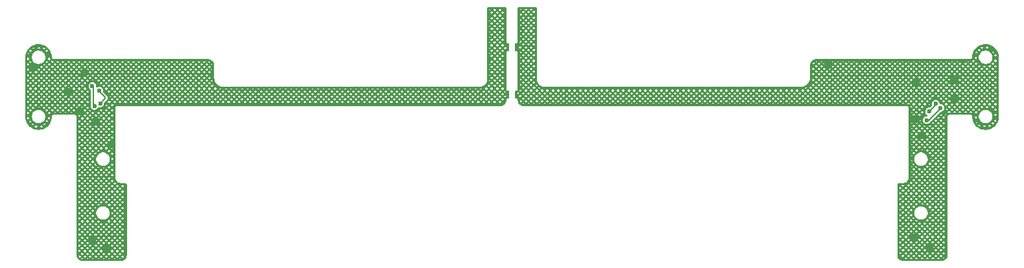
<source format=gbr>
%TF.GenerationSoftware,KiCad,Pcbnew,9.0.6-rc2*%
%TF.CreationDate,2025-12-12T00:50:13-08:00*%
%TF.ProjectId,FPC_Trigger_Board,4650435f-5472-4696-9767-65725f426f61,rev?*%
%TF.SameCoordinates,Original*%
%TF.FileFunction,Copper,L1,Top*%
%TF.FilePolarity,Positive*%
%FSLAX46Y46*%
G04 Gerber Fmt 4.6, Leading zero omitted, Abs format (unit mm)*
G04 Created by KiCad (PCBNEW 9.0.6-rc2) date 2025-12-12 00:50:13*
%MOMM*%
%LPD*%
G01*
G04 APERTURE LIST*
%TA.AperFunction,ViaPad*%
%ADD10C,0.600000*%
%TD*%
%TA.AperFunction,Conductor*%
%ADD11C,0.200000*%
%TD*%
G04 APERTURE END LIST*
D10*
%TO.N,GND*%
X165820000Y-162350000D03*
X164330000Y-145740000D03*
X162240000Y-144400000D03*
X160923250Y-141903451D03*
X156130000Y-138740000D03*
X166560000Y-148740000D03*
X162880000Y-139330000D03*
X163820000Y-161300000D03*
%TO.N,TRIGGER_EN_L*%
X273135285Y-144448616D03*
X274004050Y-143452851D03*
%TO.N,+3V3*%
X164174449Y-143732251D03*
X163900000Y-141130000D03*
%TO.N,TRIGGER_EN_R*%
X164820000Y-141740000D03*
X164920000Y-143400000D03*
%TO.N,+3V3L*%
X272835650Y-145586451D03*
X274613651Y-143986251D03*
%TO.N,GNDL*%
X271150000Y-161020000D03*
X271362450Y-140709651D03*
X273130000Y-162230000D03*
X271420000Y-145430000D03*
X272200650Y-147567651D03*
X276442450Y-142868651D03*
X276453600Y-140335000D03*
X259983250Y-138347451D03*
%TD*%
D11*
%TO.N,TRIGGER_EN_L*%
X273135285Y-144448616D02*
X274004050Y-143579851D01*
X274004050Y-143579851D02*
X274004050Y-143452851D01*
%TO.N,+3V3*%
X163996650Y-141226650D02*
X163996650Y-143427451D01*
X163996650Y-143427451D02*
X164174450Y-143605251D01*
X163900000Y-141130000D02*
X163996650Y-141226650D01*
X164174450Y-143605251D02*
X164174449Y-143732251D01*
%TO.N,TRIGGER_EN_R*%
X165571450Y-142748550D02*
X164920000Y-143400000D01*
X164820000Y-141837801D02*
X165571450Y-142589251D01*
X165571450Y-142589251D02*
X165571450Y-142748550D01*
X164820000Y-141740000D02*
X164820000Y-141837801D01*
%TO.N,+3V3L*%
X274613650Y-144062451D02*
X273089650Y-145586451D01*
X274613651Y-143986251D02*
X274613650Y-144062451D01*
X273089650Y-145586451D02*
X272835650Y-145586451D01*
%TD*%
%TA.AperFunction,Conductor*%
%TO.N,GNDL*%
G36*
X221880040Y-130827435D02*
G01*
X221925795Y-130880239D01*
X221937001Y-130931750D01*
X221937001Y-134607080D01*
X221937000Y-140298404D01*
X221937046Y-140298877D01*
X221937045Y-140324161D01*
X221937045Y-140324163D01*
X221967434Y-140496573D01*
X222027300Y-140661078D01*
X222027300Y-140661080D01*
X222114825Y-140812692D01*
X222114829Y-140812697D01*
X222171636Y-140880402D01*
X222227350Y-140946804D01*
X222227352Y-140946806D01*
X222227357Y-140946811D01*
X222361446Y-141059331D01*
X222361453Y-141059336D01*
X222513061Y-141146871D01*
X222677566Y-141206749D01*
X222849970Y-141237149D01*
X222849972Y-141237149D01*
X223033027Y-141237149D01*
X223033030Y-141237147D01*
X256279085Y-141237147D01*
X256279269Y-141237201D01*
X256330501Y-141237201D01*
X256428920Y-141237201D01*
X256428921Y-141237201D01*
X256623336Y-141206407D01*
X256796624Y-141150101D01*
X257320125Y-141150101D01*
X257333213Y-141163189D01*
X257511404Y-140984997D01*
X257863542Y-140984997D01*
X258041734Y-141163189D01*
X258219925Y-140984997D01*
X258572063Y-140984997D01*
X258750255Y-141163189D01*
X258928446Y-140984997D01*
X259280584Y-140984997D01*
X259458776Y-141163189D01*
X259636967Y-140984997D01*
X259989105Y-140984997D01*
X260167297Y-141163189D01*
X260345488Y-140984997D01*
X260697626Y-140984997D01*
X260875818Y-141163189D01*
X261054009Y-140984997D01*
X261406147Y-140984997D01*
X261584339Y-141163189D01*
X261762530Y-140984997D01*
X262114668Y-140984997D01*
X262292860Y-141163189D01*
X262471051Y-140984997D01*
X262823189Y-140984997D01*
X263001381Y-141163189D01*
X263179572Y-140984997D01*
X263531710Y-140984997D01*
X263709902Y-141163189D01*
X263888093Y-140984997D01*
X264240231Y-140984997D01*
X264418423Y-141163189D01*
X264596614Y-140984997D01*
X264948752Y-140984997D01*
X265126944Y-141163189D01*
X265305135Y-140984997D01*
X265657273Y-140984997D01*
X265835465Y-141163189D01*
X266013656Y-140984997D01*
X266365794Y-140984997D01*
X266543986Y-141163189D01*
X266722177Y-140984997D01*
X267074315Y-140984997D01*
X267252507Y-141163189D01*
X267430698Y-140984997D01*
X267782836Y-140984997D01*
X267961028Y-141163189D01*
X268139219Y-140984997D01*
X268491357Y-140984997D01*
X268669549Y-141163189D01*
X268847740Y-140984997D01*
X269199878Y-140984997D01*
X269378070Y-141163189D01*
X269556261Y-140984997D01*
X269908399Y-140984997D01*
X270086591Y-141163189D01*
X270264782Y-140984997D01*
X270616920Y-140984997D01*
X270795112Y-141163189D01*
X270919630Y-141038670D01*
X270914979Y-141032608D01*
X270887490Y-140984997D01*
X272033962Y-140984997D01*
X272212154Y-141163189D01*
X272390345Y-140984997D01*
X272742483Y-140984997D01*
X272920675Y-141163189D01*
X273098866Y-140984997D01*
X273451004Y-140984997D01*
X273629196Y-141163189D01*
X273807387Y-140984997D01*
X274159525Y-140984997D01*
X274337717Y-141163189D01*
X274515908Y-140984997D01*
X274868046Y-140984997D01*
X275046238Y-141163189D01*
X275224429Y-140984997D01*
X275576567Y-140984997D01*
X275754759Y-141163189D01*
X275932949Y-140984998D01*
X276285089Y-140984998D01*
X276463280Y-141163189D01*
X276641471Y-140984997D01*
X276993609Y-140984997D01*
X277171801Y-141163189D01*
X277349992Y-140984997D01*
X277702130Y-140984997D01*
X277880322Y-141163189D01*
X278058513Y-140984997D01*
X278410651Y-140984997D01*
X278588843Y-141163189D01*
X278767034Y-140984997D01*
X279119172Y-140984997D01*
X279297364Y-141163189D01*
X279475555Y-140984997D01*
X279827693Y-140984997D01*
X280005885Y-141163189D01*
X280184076Y-140984997D01*
X280536214Y-140984997D01*
X280714406Y-141163189D01*
X280892597Y-140984997D01*
X281244735Y-140984997D01*
X281422927Y-141163189D01*
X281601118Y-140984997D01*
X281953256Y-140984997D01*
X281980000Y-141011741D01*
X281980000Y-140958254D01*
X281953256Y-140984997D01*
X281601118Y-140984997D01*
X281422927Y-140806806D01*
X281244735Y-140984997D01*
X280892597Y-140984997D01*
X280714406Y-140806806D01*
X280536214Y-140984997D01*
X280184076Y-140984997D01*
X280005885Y-140806806D01*
X279827693Y-140984997D01*
X279475555Y-140984997D01*
X279297364Y-140806806D01*
X279119172Y-140984997D01*
X278767034Y-140984997D01*
X278588843Y-140806806D01*
X278410651Y-140984997D01*
X278058513Y-140984997D01*
X277880322Y-140806806D01*
X277702130Y-140984997D01*
X277349992Y-140984997D01*
X277171801Y-140806806D01*
X276993609Y-140984997D01*
X276641471Y-140984997D01*
X276536876Y-140880402D01*
X276509552Y-140884000D01*
X276397648Y-140884000D01*
X276387431Y-140882655D01*
X276285089Y-140984998D01*
X275932949Y-140984998D01*
X275932950Y-140984997D01*
X275754759Y-140806806D01*
X275576567Y-140984997D01*
X275224429Y-140984997D01*
X275046238Y-140806806D01*
X274868046Y-140984997D01*
X274515908Y-140984997D01*
X274337717Y-140806806D01*
X274159525Y-140984997D01*
X273807387Y-140984997D01*
X273629196Y-140806806D01*
X273451004Y-140984997D01*
X273098866Y-140984997D01*
X272920675Y-140806806D01*
X272742483Y-140984997D01*
X272390345Y-140984997D01*
X272212154Y-140806806D01*
X272033962Y-140984997D01*
X270887490Y-140984997D01*
X270859026Y-140935696D01*
X270846638Y-140905789D01*
X270829267Y-140840963D01*
X270795111Y-140806806D01*
X270616920Y-140984997D01*
X270264782Y-140984997D01*
X270086591Y-140806806D01*
X269908399Y-140984997D01*
X269556261Y-140984997D01*
X269378070Y-140806806D01*
X269199878Y-140984997D01*
X268847740Y-140984997D01*
X268669549Y-140806806D01*
X268491357Y-140984997D01*
X268139219Y-140984997D01*
X267961028Y-140806806D01*
X267782836Y-140984997D01*
X267430698Y-140984997D01*
X267252507Y-140806806D01*
X267074315Y-140984997D01*
X266722177Y-140984997D01*
X266543986Y-140806806D01*
X266365794Y-140984997D01*
X266013656Y-140984997D01*
X265835465Y-140806806D01*
X265657273Y-140984997D01*
X265305135Y-140984997D01*
X265126944Y-140806806D01*
X264948752Y-140984997D01*
X264596614Y-140984997D01*
X264418423Y-140806806D01*
X264240231Y-140984997D01*
X263888093Y-140984997D01*
X263709902Y-140806806D01*
X263531710Y-140984997D01*
X263179572Y-140984997D01*
X263001381Y-140806806D01*
X262823189Y-140984997D01*
X262471051Y-140984997D01*
X262292860Y-140806806D01*
X262114668Y-140984997D01*
X261762530Y-140984997D01*
X261584339Y-140806806D01*
X261406147Y-140984997D01*
X261054009Y-140984997D01*
X260875818Y-140806806D01*
X260697626Y-140984997D01*
X260345488Y-140984997D01*
X260167297Y-140806806D01*
X259989105Y-140984997D01*
X259636967Y-140984997D01*
X259458776Y-140806806D01*
X259280584Y-140984997D01*
X258928446Y-140984997D01*
X258750255Y-140806806D01*
X258572063Y-140984997D01*
X258219925Y-140984997D01*
X258041734Y-140806806D01*
X257863542Y-140984997D01*
X257511404Y-140984997D01*
X257497913Y-140971507D01*
X257495432Y-140974534D01*
X257488466Y-140982691D01*
X257485195Y-140986370D01*
X257484528Y-140987091D01*
X257481187Y-140990564D01*
X257334420Y-141137337D01*
X257330938Y-141140686D01*
X257330218Y-141141352D01*
X257326556Y-141144608D01*
X257320125Y-141150101D01*
X256796624Y-141150101D01*
X256810541Y-141145579D01*
X256985925Y-141056213D01*
X257145168Y-140940510D01*
X257284351Y-140801321D01*
X257310613Y-140765172D01*
X257643717Y-140765172D01*
X257687473Y-140808928D01*
X257865665Y-140630737D01*
X258217803Y-140630737D01*
X258395994Y-140808928D01*
X258574186Y-140630737D01*
X258926324Y-140630737D01*
X259104515Y-140808928D01*
X259282707Y-140630737D01*
X259634845Y-140630737D01*
X259813036Y-140808928D01*
X259991228Y-140630737D01*
X260343366Y-140630737D01*
X260521557Y-140808928D01*
X260699749Y-140630737D01*
X261051887Y-140630737D01*
X261230078Y-140808928D01*
X261408270Y-140630737D01*
X261760408Y-140630737D01*
X261938599Y-140808928D01*
X262116791Y-140630737D01*
X262468929Y-140630737D01*
X262647120Y-140808928D01*
X262825312Y-140630737D01*
X263177450Y-140630737D01*
X263355641Y-140808928D01*
X263533833Y-140630737D01*
X263885971Y-140630737D01*
X264064162Y-140808928D01*
X264242354Y-140630737D01*
X264594492Y-140630737D01*
X264772683Y-140808928D01*
X264950875Y-140630737D01*
X265303013Y-140630737D01*
X265481204Y-140808928D01*
X265659396Y-140630737D01*
X266011534Y-140630737D01*
X266189725Y-140808928D01*
X266367917Y-140630737D01*
X266720055Y-140630737D01*
X266898246Y-140808928D01*
X267076438Y-140630737D01*
X267428576Y-140630737D01*
X267606767Y-140808928D01*
X267784959Y-140630737D01*
X268137097Y-140630737D01*
X268315288Y-140808928D01*
X268493480Y-140630737D01*
X268845618Y-140630737D01*
X269023809Y-140808928D01*
X269202001Y-140630737D01*
X269554138Y-140630737D01*
X269732330Y-140808928D01*
X269910521Y-140630737D01*
X270262659Y-140630737D01*
X270440851Y-140808928D01*
X270619042Y-140630737D01*
X270447161Y-140458855D01*
X271851583Y-140458855D01*
X271865874Y-140483606D01*
X271878262Y-140513514D01*
X271907225Y-140621606D01*
X271911450Y-140653699D01*
X271911450Y-140755372D01*
X272036084Y-140630737D01*
X272388222Y-140630737D01*
X272566414Y-140808928D01*
X272744605Y-140630737D01*
X273096743Y-140630737D01*
X273274935Y-140808928D01*
X273453126Y-140630737D01*
X273805264Y-140630737D01*
X273983456Y-140808928D01*
X274161647Y-140630737D01*
X274513785Y-140630737D01*
X274691977Y-140808928D01*
X274870168Y-140630737D01*
X275222306Y-140630737D01*
X275400498Y-140808928D01*
X275578689Y-140630737D01*
X275930827Y-140630737D01*
X276109018Y-140808928D01*
X276133707Y-140784240D01*
X276130643Y-140782471D01*
X276122424Y-140776164D01*
X276784775Y-140776164D01*
X276817540Y-140808928D01*
X276995732Y-140630737D01*
X277347869Y-140630737D01*
X277526061Y-140808928D01*
X277704252Y-140630737D01*
X278056390Y-140630737D01*
X278234582Y-140808928D01*
X278412773Y-140630737D01*
X278764911Y-140630737D01*
X278943103Y-140808928D01*
X279121294Y-140630737D01*
X279473432Y-140630737D01*
X279651624Y-140808928D01*
X279829815Y-140630737D01*
X280181953Y-140630737D01*
X280360145Y-140808928D01*
X280538336Y-140630737D01*
X280890474Y-140630737D01*
X281068666Y-140808928D01*
X281246857Y-140630737D01*
X281598995Y-140630737D01*
X281777187Y-140808928D01*
X281955378Y-140630737D01*
X281777187Y-140452545D01*
X281598995Y-140630737D01*
X281246857Y-140630737D01*
X281068666Y-140452545D01*
X280890474Y-140630737D01*
X280538336Y-140630737D01*
X280360145Y-140452545D01*
X280181953Y-140630737D01*
X279829815Y-140630737D01*
X279651624Y-140452545D01*
X279473432Y-140630737D01*
X279121294Y-140630737D01*
X278943103Y-140452545D01*
X278764911Y-140630737D01*
X278412773Y-140630737D01*
X278234582Y-140452545D01*
X278056390Y-140630737D01*
X277704252Y-140630737D01*
X277526061Y-140452545D01*
X277347869Y-140630737D01*
X276995732Y-140630737D01*
X276945682Y-140580687D01*
X276901071Y-140657957D01*
X276881365Y-140683637D01*
X276802237Y-140762765D01*
X276784775Y-140776164D01*
X276122424Y-140776164D01*
X276104963Y-140762765D01*
X276025835Y-140683637D01*
X276006129Y-140657957D01*
X275968603Y-140592961D01*
X275930827Y-140630737D01*
X275578689Y-140630737D01*
X275400498Y-140452545D01*
X275222306Y-140630737D01*
X274870168Y-140630737D01*
X274691977Y-140452545D01*
X274513785Y-140630737D01*
X274161647Y-140630737D01*
X273983456Y-140452545D01*
X273805264Y-140630737D01*
X273453126Y-140630737D01*
X273274935Y-140452545D01*
X273096743Y-140630737D01*
X272744605Y-140630737D01*
X272566414Y-140452545D01*
X272388222Y-140630737D01*
X272036084Y-140630737D01*
X271857893Y-140452545D01*
X271851583Y-140458855D01*
X270447161Y-140458855D01*
X270440851Y-140452545D01*
X270262659Y-140630737D01*
X269910521Y-140630737D01*
X269732330Y-140452545D01*
X269554138Y-140630737D01*
X269202001Y-140630737D01*
X269023809Y-140452545D01*
X268845618Y-140630737D01*
X268493480Y-140630737D01*
X268315288Y-140452545D01*
X268137097Y-140630737D01*
X267784959Y-140630737D01*
X267606767Y-140452545D01*
X267428576Y-140630737D01*
X267076438Y-140630737D01*
X266898246Y-140452545D01*
X266720055Y-140630737D01*
X266367917Y-140630737D01*
X266189725Y-140452545D01*
X266011534Y-140630737D01*
X265659396Y-140630737D01*
X265481204Y-140452545D01*
X265303013Y-140630737D01*
X264950875Y-140630737D01*
X264772683Y-140452545D01*
X264594492Y-140630737D01*
X264242354Y-140630737D01*
X264064162Y-140452545D01*
X263885971Y-140630737D01*
X263533833Y-140630737D01*
X263355641Y-140452545D01*
X263177450Y-140630737D01*
X262825312Y-140630737D01*
X262647120Y-140452545D01*
X262468929Y-140630737D01*
X262116791Y-140630737D01*
X261938599Y-140452545D01*
X261760408Y-140630737D01*
X261408270Y-140630737D01*
X261230078Y-140452545D01*
X261051887Y-140630737D01*
X260699749Y-140630737D01*
X260521557Y-140452545D01*
X260343366Y-140630737D01*
X259991228Y-140630737D01*
X259813036Y-140452545D01*
X259634845Y-140630737D01*
X259282707Y-140630737D01*
X259104515Y-140452545D01*
X258926324Y-140630737D01*
X258574186Y-140630737D01*
X258395994Y-140452545D01*
X258217803Y-140630737D01*
X257865665Y-140630737D01*
X257758097Y-140523169D01*
X257747388Y-140556134D01*
X257745807Y-140560694D01*
X257745468Y-140561614D01*
X257743682Y-140566181D01*
X257739578Y-140576092D01*
X257737632Y-140580543D01*
X257737221Y-140581435D01*
X257735088Y-140585835D01*
X257643717Y-140765172D01*
X257310613Y-140765172D01*
X257400046Y-140642071D01*
X257489403Y-140466683D01*
X257550222Y-140279475D01*
X257550697Y-140276476D01*
X257863542Y-140276476D01*
X258041734Y-140454668D01*
X258219925Y-140276476D01*
X258572063Y-140276476D01*
X258750255Y-140454668D01*
X258928446Y-140276476D01*
X259280584Y-140276476D01*
X259458776Y-140454668D01*
X259636967Y-140276476D01*
X259989105Y-140276476D01*
X260167297Y-140454668D01*
X260345488Y-140276476D01*
X260697626Y-140276476D01*
X260875818Y-140454668D01*
X261054009Y-140276476D01*
X261406147Y-140276476D01*
X261584339Y-140454668D01*
X261762530Y-140276476D01*
X262114668Y-140276476D01*
X262292860Y-140454668D01*
X262471051Y-140276476D01*
X262823189Y-140276476D01*
X263001381Y-140454668D01*
X263179572Y-140276476D01*
X263531710Y-140276476D01*
X263709902Y-140454668D01*
X263888093Y-140276476D01*
X264240231Y-140276476D01*
X264418423Y-140454668D01*
X264596614Y-140276476D01*
X264948752Y-140276476D01*
X265126944Y-140454668D01*
X265305135Y-140276476D01*
X265657273Y-140276476D01*
X265835465Y-140454668D01*
X266013656Y-140276476D01*
X266365794Y-140276476D01*
X266543986Y-140454668D01*
X266722177Y-140276476D01*
X267074315Y-140276476D01*
X267252507Y-140454668D01*
X267430698Y-140276476D01*
X267782836Y-140276476D01*
X267961028Y-140454668D01*
X268139219Y-140276476D01*
X268491357Y-140276476D01*
X268669549Y-140454668D01*
X268847740Y-140276476D01*
X269199878Y-140276476D01*
X269378070Y-140454668D01*
X269556261Y-140276476D01*
X269908399Y-140276476D01*
X270086591Y-140454668D01*
X270264782Y-140276476D01*
X270616920Y-140276476D01*
X270795112Y-140454668D01*
X270973303Y-140276476D01*
X272033962Y-140276476D01*
X272212154Y-140454668D01*
X272390345Y-140276476D01*
X272742483Y-140276476D01*
X272920675Y-140454668D01*
X273098866Y-140276476D01*
X273451004Y-140276476D01*
X273629196Y-140454668D01*
X273807387Y-140276476D01*
X274159525Y-140276476D01*
X274337717Y-140454668D01*
X274515908Y-140276476D01*
X274868046Y-140276476D01*
X275046238Y-140454668D01*
X275224429Y-140276476D01*
X275576567Y-140276476D01*
X275754759Y-140454668D01*
X275904600Y-140304827D01*
X275904600Y-140279048D01*
X275905945Y-140268831D01*
X277001254Y-140268831D01*
X277002600Y-140279048D01*
X277002600Y-140285467D01*
X277171801Y-140454668D01*
X277349992Y-140276476D01*
X277702130Y-140276476D01*
X277880322Y-140454668D01*
X278058513Y-140276476D01*
X278410651Y-140276476D01*
X278588843Y-140454668D01*
X278767034Y-140276476D01*
X279119172Y-140276476D01*
X279297364Y-140454668D01*
X279475555Y-140276476D01*
X279827693Y-140276476D01*
X280005885Y-140454668D01*
X280184076Y-140276476D01*
X280536214Y-140276476D01*
X280714406Y-140454668D01*
X280892597Y-140276476D01*
X281244735Y-140276476D01*
X281422927Y-140454668D01*
X281601118Y-140276476D01*
X281953256Y-140276476D01*
X281980000Y-140303220D01*
X281980000Y-140249733D01*
X281953256Y-140276476D01*
X281601118Y-140276476D01*
X281422927Y-140098285D01*
X281244735Y-140276476D01*
X280892597Y-140276476D01*
X280714406Y-140098285D01*
X280536214Y-140276476D01*
X280184076Y-140276476D01*
X280005885Y-140098285D01*
X279827693Y-140276476D01*
X279475555Y-140276476D01*
X279297364Y-140098285D01*
X279119172Y-140276476D01*
X278767034Y-140276476D01*
X278588843Y-140098285D01*
X278410651Y-140276476D01*
X278058513Y-140276476D01*
X277880322Y-140098285D01*
X277702130Y-140276476D01*
X277349992Y-140276476D01*
X277171800Y-140098285D01*
X277001254Y-140268831D01*
X275905945Y-140268831D01*
X275908197Y-140251723D01*
X275754758Y-140098285D01*
X275576567Y-140276476D01*
X275224429Y-140276476D01*
X275046238Y-140098285D01*
X274868046Y-140276476D01*
X274515908Y-140276476D01*
X274337717Y-140098285D01*
X274159525Y-140276476D01*
X273807387Y-140276476D01*
X273629196Y-140098285D01*
X273451004Y-140276476D01*
X273098866Y-140276476D01*
X272920675Y-140098285D01*
X272742483Y-140276476D01*
X272390345Y-140276476D01*
X272212154Y-140098285D01*
X272033962Y-140276476D01*
X270973303Y-140276476D01*
X270860138Y-140163311D01*
X271438607Y-140163311D01*
X271450495Y-140164876D01*
X271558587Y-140193839D01*
X271588495Y-140206227D01*
X271643102Y-140237755D01*
X271503633Y-140098285D01*
X271438607Y-140163311D01*
X270860138Y-140163311D01*
X270795112Y-140098285D01*
X270616920Y-140276476D01*
X270264782Y-140276476D01*
X270086591Y-140098285D01*
X269908399Y-140276476D01*
X269556261Y-140276476D01*
X269378070Y-140098285D01*
X269199878Y-140276476D01*
X268847740Y-140276476D01*
X268669549Y-140098285D01*
X268491357Y-140276476D01*
X268139219Y-140276476D01*
X267961028Y-140098285D01*
X267782836Y-140276476D01*
X267430698Y-140276476D01*
X267252507Y-140098285D01*
X267074315Y-140276476D01*
X266722177Y-140276476D01*
X266543986Y-140098285D01*
X266365794Y-140276476D01*
X266013656Y-140276476D01*
X265835465Y-140098285D01*
X265657273Y-140276476D01*
X265305135Y-140276476D01*
X265126944Y-140098285D01*
X264948752Y-140276476D01*
X264596614Y-140276476D01*
X264418423Y-140098285D01*
X264240231Y-140276476D01*
X263888093Y-140276476D01*
X263709902Y-140098285D01*
X263531710Y-140276476D01*
X263179572Y-140276476D01*
X263001381Y-140098285D01*
X262823189Y-140276476D01*
X262471051Y-140276476D01*
X262292860Y-140098285D01*
X262114668Y-140276476D01*
X261762530Y-140276476D01*
X261584339Y-140098285D01*
X261406147Y-140276476D01*
X261054009Y-140276476D01*
X260875818Y-140098285D01*
X260697626Y-140276476D01*
X260345488Y-140276476D01*
X260167297Y-140098285D01*
X259989105Y-140276476D01*
X259636967Y-140276476D01*
X259458776Y-140098285D01*
X259280584Y-140276476D01*
X258928446Y-140276476D01*
X258750255Y-140098285D01*
X258572063Y-140276476D01*
X258219925Y-140276476D01*
X258041733Y-140098285D01*
X257863542Y-140276476D01*
X257550697Y-140276476D01*
X257581006Y-140085058D01*
X257581001Y-139986639D01*
X257581001Y-139982286D01*
X257581001Y-139933880D01*
X257854001Y-139933880D01*
X257865665Y-139922216D01*
X258217803Y-139922216D01*
X258395994Y-140100407D01*
X258574186Y-139922216D01*
X258926324Y-139922216D01*
X259104515Y-140100407D01*
X259282707Y-139922216D01*
X259634845Y-139922216D01*
X259813036Y-140100407D01*
X259991228Y-139922216D01*
X260343366Y-139922216D01*
X260521557Y-140100407D01*
X260699749Y-139922216D01*
X261051887Y-139922216D01*
X261230078Y-140100407D01*
X261408270Y-139922216D01*
X261760408Y-139922216D01*
X261938599Y-140100407D01*
X262116791Y-139922216D01*
X262468929Y-139922216D01*
X262647120Y-140100407D01*
X262825312Y-139922216D01*
X263177450Y-139922216D01*
X263355641Y-140100407D01*
X263533833Y-139922216D01*
X263885971Y-139922216D01*
X264064162Y-140100407D01*
X264242354Y-139922216D01*
X264594492Y-139922216D01*
X264772683Y-140100407D01*
X264950875Y-139922216D01*
X265303013Y-139922216D01*
X265481204Y-140100407D01*
X265659396Y-139922216D01*
X266011534Y-139922216D01*
X266189725Y-140100407D01*
X266367917Y-139922216D01*
X266720055Y-139922216D01*
X266898246Y-140100407D01*
X267076438Y-139922216D01*
X267428576Y-139922216D01*
X267606767Y-140100407D01*
X267784959Y-139922216D01*
X268137097Y-139922216D01*
X268315288Y-140100407D01*
X268493480Y-139922216D01*
X268845618Y-139922216D01*
X269023809Y-140100407D01*
X269202001Y-139922216D01*
X269554138Y-139922216D01*
X269732330Y-140100407D01*
X269910521Y-139922216D01*
X270262659Y-139922216D01*
X270440851Y-140100407D01*
X270619042Y-139922216D01*
X270971180Y-139922216D01*
X271149372Y-140100407D01*
X271327563Y-139922216D01*
X271679701Y-139922216D01*
X271857893Y-140100407D01*
X272036084Y-139922216D01*
X272388222Y-139922216D01*
X272566414Y-140100407D01*
X272744605Y-139922216D01*
X273096743Y-139922216D01*
X273274935Y-140100407D01*
X273453126Y-139922216D01*
X273805264Y-139922216D01*
X273983456Y-140100407D01*
X274161647Y-139922216D01*
X274513785Y-139922216D01*
X274691977Y-140100407D01*
X274870168Y-139922216D01*
X275222306Y-139922216D01*
X275400498Y-140100407D01*
X275578689Y-139922216D01*
X275930827Y-139922216D01*
X276012435Y-140003824D01*
X276025835Y-139986363D01*
X276104963Y-139907235D01*
X276130643Y-139887529D01*
X276195638Y-139850003D01*
X276711561Y-139850003D01*
X276776557Y-139887529D01*
X276802237Y-139907235D01*
X276881365Y-139986363D01*
X276901071Y-140012043D01*
X276902840Y-140015107D01*
X276995730Y-139922216D01*
X277347869Y-139922216D01*
X277526061Y-140100407D01*
X277704252Y-139922216D01*
X278056390Y-139922216D01*
X278234582Y-140100407D01*
X278412773Y-139922216D01*
X278764911Y-139922216D01*
X278943103Y-140100407D01*
X279121294Y-139922216D01*
X279473432Y-139922216D01*
X279651624Y-140100407D01*
X279829815Y-139922216D01*
X280181953Y-139922216D01*
X280360145Y-140100407D01*
X280538336Y-139922216D01*
X280890474Y-139922216D01*
X281068666Y-140100407D01*
X281246857Y-139922216D01*
X281598995Y-139922216D01*
X281777187Y-140100407D01*
X281955378Y-139922216D01*
X281777187Y-139744024D01*
X281598995Y-139922216D01*
X281246857Y-139922216D01*
X281068666Y-139744024D01*
X280890474Y-139922216D01*
X280538336Y-139922216D01*
X280360145Y-139744024D01*
X280181953Y-139922216D01*
X279829815Y-139922216D01*
X279651624Y-139744024D01*
X279473432Y-139922216D01*
X279121294Y-139922216D01*
X278943103Y-139744024D01*
X278764911Y-139922216D01*
X278412773Y-139922216D01*
X278234582Y-139744024D01*
X278056390Y-139922216D01*
X277704252Y-139922216D01*
X277526061Y-139744024D01*
X277347869Y-139922216D01*
X276995730Y-139922216D01*
X276995731Y-139922215D01*
X276817540Y-139744024D01*
X276711561Y-139850003D01*
X276195638Y-139850003D01*
X276207911Y-139842917D01*
X276109019Y-139744024D01*
X275930827Y-139922216D01*
X275578689Y-139922216D01*
X275400498Y-139744024D01*
X275222306Y-139922216D01*
X274870168Y-139922216D01*
X274691977Y-139744024D01*
X274513785Y-139922216D01*
X274161647Y-139922216D01*
X273983456Y-139744024D01*
X273805264Y-139922216D01*
X273453126Y-139922216D01*
X273274935Y-139744024D01*
X273096743Y-139922216D01*
X272744605Y-139922216D01*
X272566414Y-139744024D01*
X272388222Y-139922216D01*
X272036084Y-139922216D01*
X271857893Y-139744024D01*
X271679701Y-139922216D01*
X271327563Y-139922216D01*
X271149372Y-139744024D01*
X270971180Y-139922216D01*
X270619042Y-139922216D01*
X270440851Y-139744024D01*
X270262659Y-139922216D01*
X269910521Y-139922216D01*
X269732330Y-139744024D01*
X269554138Y-139922216D01*
X269202001Y-139922216D01*
X269023809Y-139744024D01*
X268845618Y-139922216D01*
X268493480Y-139922216D01*
X268315288Y-139744024D01*
X268137097Y-139922216D01*
X267784959Y-139922216D01*
X267606767Y-139744024D01*
X267428576Y-139922216D01*
X267076438Y-139922216D01*
X266898246Y-139744024D01*
X266720055Y-139922216D01*
X266367917Y-139922216D01*
X266189725Y-139744024D01*
X266011534Y-139922216D01*
X265659396Y-139922216D01*
X265481204Y-139744024D01*
X265303013Y-139922216D01*
X264950875Y-139922216D01*
X264772683Y-139744024D01*
X264594492Y-139922216D01*
X264242354Y-139922216D01*
X264064162Y-139744024D01*
X263885971Y-139922216D01*
X263533833Y-139922216D01*
X263355641Y-139744024D01*
X263177450Y-139922216D01*
X262825312Y-139922216D01*
X262647120Y-139744024D01*
X262468929Y-139922216D01*
X262116791Y-139922216D01*
X261938599Y-139744024D01*
X261760408Y-139922216D01*
X261408270Y-139922216D01*
X261230078Y-139744024D01*
X261051887Y-139922216D01*
X260699749Y-139922216D01*
X260521557Y-139744024D01*
X260343366Y-139922216D01*
X259991228Y-139922216D01*
X259813036Y-139744024D01*
X259634845Y-139922216D01*
X259282707Y-139922216D01*
X259104515Y-139744024D01*
X258926324Y-139922216D01*
X258574186Y-139922216D01*
X258395994Y-139744024D01*
X258217803Y-139922216D01*
X257865665Y-139922216D01*
X257854001Y-139910552D01*
X257854001Y-139933880D01*
X257581001Y-139933880D01*
X257581001Y-139567955D01*
X257863542Y-139567955D01*
X258041734Y-139746147D01*
X258219925Y-139567955D01*
X258572063Y-139567955D01*
X258750255Y-139746147D01*
X258928446Y-139567955D01*
X259280584Y-139567955D01*
X259458776Y-139746147D01*
X259636967Y-139567955D01*
X259989105Y-139567955D01*
X260167297Y-139746147D01*
X260345488Y-139567955D01*
X260697626Y-139567955D01*
X260875818Y-139746147D01*
X261054009Y-139567955D01*
X261406147Y-139567955D01*
X261584339Y-139746147D01*
X261762530Y-139567955D01*
X262114668Y-139567955D01*
X262292860Y-139746147D01*
X262471051Y-139567955D01*
X262823189Y-139567955D01*
X263001381Y-139746147D01*
X263179572Y-139567955D01*
X263531710Y-139567955D01*
X263709902Y-139746147D01*
X263888093Y-139567955D01*
X264240231Y-139567955D01*
X264418423Y-139746147D01*
X264596614Y-139567955D01*
X264948752Y-139567955D01*
X265126944Y-139746147D01*
X265305135Y-139567955D01*
X265657273Y-139567955D01*
X265835465Y-139746147D01*
X266013656Y-139567955D01*
X266365794Y-139567955D01*
X266543986Y-139746147D01*
X266722177Y-139567955D01*
X267074315Y-139567955D01*
X267252507Y-139746147D01*
X267430698Y-139567955D01*
X267782836Y-139567955D01*
X267961028Y-139746147D01*
X268139219Y-139567955D01*
X268491357Y-139567955D01*
X268669549Y-139746147D01*
X268847740Y-139567955D01*
X269199878Y-139567955D01*
X269378070Y-139746147D01*
X269556261Y-139567955D01*
X269908399Y-139567955D01*
X270086591Y-139746147D01*
X270264782Y-139567955D01*
X270616920Y-139567955D01*
X270795112Y-139746147D01*
X270973303Y-139567955D01*
X271325441Y-139567955D01*
X271503633Y-139746147D01*
X271681824Y-139567955D01*
X272033962Y-139567955D01*
X272212154Y-139746147D01*
X272390345Y-139567955D01*
X272742483Y-139567955D01*
X272920675Y-139746147D01*
X273098866Y-139567955D01*
X273451004Y-139567955D01*
X273629196Y-139746147D01*
X273807387Y-139567955D01*
X274159525Y-139567955D01*
X274337717Y-139746147D01*
X274515908Y-139567955D01*
X274868046Y-139567955D01*
X275046238Y-139746147D01*
X275224429Y-139567955D01*
X275576567Y-139567955D01*
X275754759Y-139746147D01*
X275932950Y-139567955D01*
X276285088Y-139567955D01*
X276463280Y-139746147D01*
X276641471Y-139567955D01*
X276993609Y-139567955D01*
X277171801Y-139746147D01*
X277349992Y-139567955D01*
X277702130Y-139567955D01*
X277880322Y-139746147D01*
X278058513Y-139567955D01*
X278410651Y-139567955D01*
X278588843Y-139746147D01*
X278767034Y-139567955D01*
X279119172Y-139567955D01*
X279297364Y-139746147D01*
X279475555Y-139567955D01*
X279827693Y-139567955D01*
X280005885Y-139746147D01*
X280184076Y-139567955D01*
X280536214Y-139567955D01*
X280714406Y-139746147D01*
X280892597Y-139567955D01*
X281244735Y-139567955D01*
X281422927Y-139746147D01*
X281601118Y-139567955D01*
X281953256Y-139567955D01*
X281980000Y-139594699D01*
X281980000Y-139541212D01*
X281953256Y-139567955D01*
X281601118Y-139567955D01*
X281422927Y-139389764D01*
X281244735Y-139567955D01*
X280892597Y-139567955D01*
X280714406Y-139389764D01*
X280536214Y-139567955D01*
X280184076Y-139567955D01*
X280005885Y-139389764D01*
X279827693Y-139567955D01*
X279475555Y-139567955D01*
X279297364Y-139389764D01*
X279119172Y-139567955D01*
X278767034Y-139567955D01*
X278588843Y-139389764D01*
X278410651Y-139567955D01*
X278058513Y-139567955D01*
X277880322Y-139389764D01*
X277702130Y-139567955D01*
X277349992Y-139567955D01*
X277171801Y-139389764D01*
X276993609Y-139567955D01*
X276641471Y-139567955D01*
X276463280Y-139389764D01*
X276285088Y-139567955D01*
X275932950Y-139567955D01*
X275754759Y-139389764D01*
X275576567Y-139567955D01*
X275224429Y-139567955D01*
X275046238Y-139389764D01*
X274868046Y-139567955D01*
X274515908Y-139567955D01*
X274337717Y-139389764D01*
X274159525Y-139567955D01*
X273807387Y-139567955D01*
X273629196Y-139389764D01*
X273451004Y-139567955D01*
X273098866Y-139567955D01*
X272920675Y-139389764D01*
X272742483Y-139567955D01*
X272390345Y-139567955D01*
X272212154Y-139389764D01*
X272033962Y-139567955D01*
X271681824Y-139567955D01*
X271503633Y-139389764D01*
X271325441Y-139567955D01*
X270973303Y-139567955D01*
X270795112Y-139389764D01*
X270616920Y-139567955D01*
X270264782Y-139567955D01*
X270086591Y-139389764D01*
X269908399Y-139567955D01*
X269556261Y-139567955D01*
X269378070Y-139389764D01*
X269199878Y-139567955D01*
X268847740Y-139567955D01*
X268669549Y-139389764D01*
X268491357Y-139567955D01*
X268139219Y-139567955D01*
X267961028Y-139389764D01*
X267782836Y-139567955D01*
X267430698Y-139567955D01*
X267252507Y-139389764D01*
X267074315Y-139567955D01*
X266722177Y-139567955D01*
X266543986Y-139389764D01*
X266365794Y-139567955D01*
X266013656Y-139567955D01*
X265835465Y-139389764D01*
X265657273Y-139567955D01*
X265305135Y-139567955D01*
X265126944Y-139389764D01*
X264948752Y-139567955D01*
X264596614Y-139567955D01*
X264418423Y-139389764D01*
X264240231Y-139567955D01*
X263888093Y-139567955D01*
X263709902Y-139389764D01*
X263531710Y-139567955D01*
X263179572Y-139567955D01*
X263001381Y-139389764D01*
X262823189Y-139567955D01*
X262471051Y-139567955D01*
X262292860Y-139389764D01*
X262114668Y-139567955D01*
X261762530Y-139567955D01*
X261584339Y-139389764D01*
X261406147Y-139567955D01*
X261054009Y-139567955D01*
X260875818Y-139389764D01*
X260697626Y-139567955D01*
X260345488Y-139567955D01*
X260167297Y-139389764D01*
X259989105Y-139567955D01*
X259636967Y-139567955D01*
X259458776Y-139389764D01*
X259280584Y-139567955D01*
X258928446Y-139567955D01*
X258750255Y-139389764D01*
X258572063Y-139567955D01*
X258219925Y-139567955D01*
X258041733Y-139389764D01*
X257863542Y-139567955D01*
X257581001Y-139567955D01*
X257581001Y-139225359D01*
X257854001Y-139225359D01*
X257865665Y-139213695D01*
X258217803Y-139213695D01*
X258395994Y-139391886D01*
X258574186Y-139213695D01*
X258926324Y-139213695D01*
X259104515Y-139391886D01*
X259282707Y-139213695D01*
X259634845Y-139213695D01*
X259813036Y-139391886D01*
X259991228Y-139213695D01*
X260343366Y-139213695D01*
X260521557Y-139391886D01*
X260699749Y-139213695D01*
X261051887Y-139213695D01*
X261230078Y-139391886D01*
X261408270Y-139213695D01*
X261760408Y-139213695D01*
X261938599Y-139391886D01*
X262116791Y-139213695D01*
X262468929Y-139213695D01*
X262647120Y-139391886D01*
X262825312Y-139213695D01*
X263177450Y-139213695D01*
X263355641Y-139391886D01*
X263533833Y-139213695D01*
X263885971Y-139213695D01*
X264064162Y-139391886D01*
X264242354Y-139213695D01*
X264594492Y-139213695D01*
X264772683Y-139391886D01*
X264950875Y-139213695D01*
X265303013Y-139213695D01*
X265481204Y-139391886D01*
X265659396Y-139213695D01*
X266011534Y-139213695D01*
X266189725Y-139391886D01*
X266367917Y-139213695D01*
X266720055Y-139213695D01*
X266898246Y-139391886D01*
X267076438Y-139213695D01*
X267428576Y-139213695D01*
X267606767Y-139391886D01*
X267784959Y-139213695D01*
X268137097Y-139213695D01*
X268315288Y-139391886D01*
X268493480Y-139213695D01*
X268845618Y-139213695D01*
X269023809Y-139391886D01*
X269202001Y-139213695D01*
X269554138Y-139213695D01*
X269732330Y-139391886D01*
X269910521Y-139213695D01*
X270262659Y-139213695D01*
X270440851Y-139391886D01*
X270619042Y-139213695D01*
X270971180Y-139213695D01*
X271149372Y-139391886D01*
X271327563Y-139213695D01*
X271679701Y-139213695D01*
X271857893Y-139391886D01*
X272036084Y-139213695D01*
X272388222Y-139213695D01*
X272566414Y-139391886D01*
X272744605Y-139213695D01*
X273096743Y-139213695D01*
X273274935Y-139391886D01*
X273453126Y-139213695D01*
X273805264Y-139213695D01*
X273983456Y-139391886D01*
X274161647Y-139213695D01*
X274513785Y-139213695D01*
X274691977Y-139391886D01*
X274870168Y-139213695D01*
X275222306Y-139213695D01*
X275400498Y-139391886D01*
X275578689Y-139213695D01*
X275930827Y-139213695D01*
X276109019Y-139391886D01*
X276287210Y-139213695D01*
X276639348Y-139213695D01*
X276817540Y-139391886D01*
X276995731Y-139213695D01*
X277347869Y-139213695D01*
X277526061Y-139391886D01*
X277704252Y-139213695D01*
X278056390Y-139213695D01*
X278234582Y-139391886D01*
X278412773Y-139213695D01*
X278764911Y-139213695D01*
X278943103Y-139391886D01*
X279121294Y-139213695D01*
X279473432Y-139213695D01*
X279651624Y-139391886D01*
X279829815Y-139213695D01*
X280181953Y-139213695D01*
X280360145Y-139391886D01*
X280538336Y-139213695D01*
X280890474Y-139213695D01*
X281068666Y-139391886D01*
X281246857Y-139213695D01*
X281598995Y-139213695D01*
X281777187Y-139391886D01*
X281955378Y-139213695D01*
X281777187Y-139035503D01*
X281598995Y-139213695D01*
X281246857Y-139213695D01*
X281068666Y-139035503D01*
X280890474Y-139213695D01*
X280538336Y-139213695D01*
X280360145Y-139035503D01*
X280181953Y-139213695D01*
X279829815Y-139213695D01*
X279651624Y-139035503D01*
X279473432Y-139213695D01*
X279121294Y-139213695D01*
X278943103Y-139035503D01*
X278764911Y-139213695D01*
X278412773Y-139213695D01*
X278234582Y-139035503D01*
X278056390Y-139213695D01*
X277704252Y-139213695D01*
X277526061Y-139035503D01*
X277347869Y-139213695D01*
X276995731Y-139213695D01*
X276817540Y-139035503D01*
X276639348Y-139213695D01*
X276287210Y-139213695D01*
X276109019Y-139035503D01*
X275930827Y-139213695D01*
X275578689Y-139213695D01*
X275400498Y-139035503D01*
X275222306Y-139213695D01*
X274870168Y-139213695D01*
X274691977Y-139035503D01*
X274513785Y-139213695D01*
X274161647Y-139213695D01*
X273983456Y-139035503D01*
X273805264Y-139213695D01*
X273453126Y-139213695D01*
X273274935Y-139035503D01*
X273096743Y-139213695D01*
X272744605Y-139213695D01*
X272566414Y-139035503D01*
X272388222Y-139213695D01*
X272036084Y-139213695D01*
X271857893Y-139035503D01*
X271679701Y-139213695D01*
X271327563Y-139213695D01*
X271149372Y-139035503D01*
X270971180Y-139213695D01*
X270619042Y-139213695D01*
X270440851Y-139035503D01*
X270262659Y-139213695D01*
X269910521Y-139213695D01*
X269732330Y-139035503D01*
X269554138Y-139213695D01*
X269202001Y-139213695D01*
X269023809Y-139035503D01*
X268845618Y-139213695D01*
X268493480Y-139213695D01*
X268315288Y-139035503D01*
X268137097Y-139213695D01*
X267784959Y-139213695D01*
X267606767Y-139035503D01*
X267428576Y-139213695D01*
X267076438Y-139213695D01*
X266898246Y-139035503D01*
X266720055Y-139213695D01*
X266367917Y-139213695D01*
X266189725Y-139035503D01*
X266011534Y-139213695D01*
X265659396Y-139213695D01*
X265481204Y-139035503D01*
X265303013Y-139213695D01*
X264950875Y-139213695D01*
X264772683Y-139035503D01*
X264594492Y-139213695D01*
X264242354Y-139213695D01*
X264064162Y-139035503D01*
X263885971Y-139213695D01*
X263533833Y-139213695D01*
X263355641Y-139035503D01*
X263177450Y-139213695D01*
X262825312Y-139213695D01*
X262647120Y-139035503D01*
X262468929Y-139213695D01*
X262116791Y-139213695D01*
X261938599Y-139035503D01*
X261760408Y-139213695D01*
X261408270Y-139213695D01*
X261230078Y-139035503D01*
X261051887Y-139213695D01*
X260699749Y-139213695D01*
X260521557Y-139035503D01*
X260343366Y-139213695D01*
X259991228Y-139213695D01*
X259813036Y-139035503D01*
X259634845Y-139213695D01*
X259282707Y-139213695D01*
X259104515Y-139035503D01*
X258926324Y-139213695D01*
X258574186Y-139213695D01*
X258395994Y-139035503D01*
X258217803Y-139213695D01*
X257865665Y-139213695D01*
X257854001Y-139202031D01*
X257854001Y-139225359D01*
X257581001Y-139225359D01*
X257581001Y-138859434D01*
X257863542Y-138859434D01*
X258041734Y-139037626D01*
X258219925Y-138859434D01*
X258572063Y-138859434D01*
X258750255Y-139037626D01*
X258928446Y-138859434D01*
X259280584Y-138859434D01*
X259458776Y-139037626D01*
X259599950Y-138896451D01*
X260026122Y-138896451D01*
X260167297Y-139037626D01*
X260345488Y-138859434D01*
X260697626Y-138859434D01*
X260875818Y-139037626D01*
X261054009Y-138859434D01*
X261406147Y-138859434D01*
X261584339Y-139037626D01*
X261762530Y-138859434D01*
X262114668Y-138859434D01*
X262292860Y-139037626D01*
X262471051Y-138859434D01*
X262823189Y-138859434D01*
X263001381Y-139037626D01*
X263179572Y-138859434D01*
X263531710Y-138859434D01*
X263709902Y-139037626D01*
X263888093Y-138859434D01*
X264240231Y-138859434D01*
X264418423Y-139037626D01*
X264596614Y-138859434D01*
X264948752Y-138859434D01*
X265126944Y-139037626D01*
X265305135Y-138859434D01*
X265657273Y-138859434D01*
X265835465Y-139037626D01*
X266013656Y-138859434D01*
X266365794Y-138859434D01*
X266543986Y-139037626D01*
X266722177Y-138859434D01*
X267074315Y-138859434D01*
X267252507Y-139037626D01*
X267430698Y-138859434D01*
X267782836Y-138859434D01*
X267961028Y-139037626D01*
X268139219Y-138859434D01*
X268491357Y-138859434D01*
X268669549Y-139037626D01*
X268847740Y-138859434D01*
X269199878Y-138859434D01*
X269378070Y-139037626D01*
X269556261Y-138859434D01*
X269908399Y-138859434D01*
X270086591Y-139037626D01*
X270264782Y-138859434D01*
X270616920Y-138859434D01*
X270795112Y-139037626D01*
X270973303Y-138859434D01*
X271325441Y-138859434D01*
X271503633Y-139037626D01*
X271681824Y-138859434D01*
X272033962Y-138859434D01*
X272212154Y-139037626D01*
X272390345Y-138859434D01*
X272742483Y-138859434D01*
X272920675Y-139037626D01*
X273098866Y-138859434D01*
X273451004Y-138859434D01*
X273629196Y-139037626D01*
X273807387Y-138859434D01*
X274159525Y-138859434D01*
X274337717Y-139037626D01*
X274515908Y-138859434D01*
X274868046Y-138859434D01*
X275046238Y-139037626D01*
X275224429Y-138859434D01*
X275576567Y-138859434D01*
X275754759Y-139037626D01*
X275932950Y-138859434D01*
X276285088Y-138859434D01*
X276463280Y-139037626D01*
X276641471Y-138859434D01*
X276993609Y-138859434D01*
X277171801Y-139037626D01*
X277349992Y-138859434D01*
X277702130Y-138859434D01*
X277880322Y-139037626D01*
X278058513Y-138859434D01*
X278410651Y-138859434D01*
X278588843Y-139037626D01*
X278767034Y-138859434D01*
X279119172Y-138859434D01*
X279297364Y-139037626D01*
X279475555Y-138859434D01*
X279827693Y-138859434D01*
X280005885Y-139037626D01*
X280184076Y-138859434D01*
X280536214Y-138859434D01*
X280714406Y-139037626D01*
X280892597Y-138859434D01*
X281244735Y-138859434D01*
X281422927Y-139037626D01*
X281601118Y-138859434D01*
X281953256Y-138859434D01*
X281980000Y-138886178D01*
X281980000Y-138832691D01*
X281953256Y-138859434D01*
X281601118Y-138859434D01*
X281422927Y-138681243D01*
X281244735Y-138859434D01*
X280892597Y-138859434D01*
X280714406Y-138681243D01*
X280536214Y-138859434D01*
X280184076Y-138859434D01*
X280005885Y-138681243D01*
X279827693Y-138859434D01*
X279475555Y-138859434D01*
X279297364Y-138681243D01*
X279119172Y-138859434D01*
X278767034Y-138859434D01*
X278588843Y-138681243D01*
X278410651Y-138859434D01*
X278058513Y-138859434D01*
X277880322Y-138681243D01*
X277702130Y-138859434D01*
X277349992Y-138859434D01*
X277171801Y-138681243D01*
X276993609Y-138859434D01*
X276641471Y-138859434D01*
X276463280Y-138681243D01*
X276285088Y-138859434D01*
X275932950Y-138859434D01*
X275754759Y-138681243D01*
X275576567Y-138859434D01*
X275224429Y-138859434D01*
X275046238Y-138681243D01*
X274868046Y-138859434D01*
X274515908Y-138859434D01*
X274337717Y-138681243D01*
X274159525Y-138859434D01*
X273807387Y-138859434D01*
X273629196Y-138681243D01*
X273451004Y-138859434D01*
X273098866Y-138859434D01*
X272920675Y-138681243D01*
X272742483Y-138859434D01*
X272390345Y-138859434D01*
X272212154Y-138681243D01*
X272033962Y-138859434D01*
X271681824Y-138859434D01*
X271503633Y-138681243D01*
X271325441Y-138859434D01*
X270973303Y-138859434D01*
X270795112Y-138681243D01*
X270616920Y-138859434D01*
X270264782Y-138859434D01*
X270086591Y-138681243D01*
X269908399Y-138859434D01*
X269556261Y-138859434D01*
X269378070Y-138681243D01*
X269199878Y-138859434D01*
X268847740Y-138859434D01*
X268669549Y-138681243D01*
X268491357Y-138859434D01*
X268139219Y-138859434D01*
X267961028Y-138681243D01*
X267782836Y-138859434D01*
X267430698Y-138859434D01*
X267252507Y-138681243D01*
X267074315Y-138859434D01*
X266722177Y-138859434D01*
X266543986Y-138681243D01*
X266365794Y-138859434D01*
X266013656Y-138859434D01*
X265835465Y-138681243D01*
X265657273Y-138859434D01*
X265305135Y-138859434D01*
X265126944Y-138681243D01*
X264948752Y-138859434D01*
X264596614Y-138859434D01*
X264418423Y-138681243D01*
X264240231Y-138859434D01*
X263888093Y-138859434D01*
X263709902Y-138681243D01*
X263531710Y-138859434D01*
X263179572Y-138859434D01*
X263001381Y-138681243D01*
X262823189Y-138859434D01*
X262471051Y-138859434D01*
X262292860Y-138681243D01*
X262114668Y-138859434D01*
X261762530Y-138859434D01*
X261584339Y-138681243D01*
X261406147Y-138859434D01*
X261054009Y-138859434D01*
X260875818Y-138681243D01*
X260697626Y-138859434D01*
X260345488Y-138859434D01*
X260290211Y-138804157D01*
X260209295Y-138850875D01*
X260179387Y-138863263D01*
X260071295Y-138892226D01*
X260039202Y-138896451D01*
X260026122Y-138896451D01*
X259599950Y-138896451D01*
X259636967Y-138859434D01*
X259458776Y-138681243D01*
X259280584Y-138859434D01*
X258928446Y-138859434D01*
X258750255Y-138681243D01*
X258572063Y-138859434D01*
X258219925Y-138859434D01*
X258041733Y-138681243D01*
X257863542Y-138859434D01*
X257581001Y-138859434D01*
X257581001Y-138516838D01*
X257854001Y-138516838D01*
X257865665Y-138505174D01*
X258217803Y-138505174D01*
X258395994Y-138683365D01*
X258574186Y-138505174D01*
X258926324Y-138505174D01*
X259104515Y-138683365D01*
X259166846Y-138621034D01*
X260459226Y-138621034D01*
X260521557Y-138683365D01*
X260699749Y-138505174D01*
X261051887Y-138505174D01*
X261230078Y-138683365D01*
X261408270Y-138505174D01*
X261760408Y-138505174D01*
X261938599Y-138683365D01*
X262116791Y-138505174D01*
X262468929Y-138505174D01*
X262647120Y-138683365D01*
X262825312Y-138505174D01*
X263177450Y-138505174D01*
X263355641Y-138683365D01*
X263533833Y-138505174D01*
X263885971Y-138505174D01*
X264064162Y-138683365D01*
X264242354Y-138505174D01*
X264594492Y-138505174D01*
X264772683Y-138683365D01*
X264950875Y-138505174D01*
X265303013Y-138505174D01*
X265481204Y-138683365D01*
X265659396Y-138505174D01*
X266011534Y-138505174D01*
X266189725Y-138683365D01*
X266367917Y-138505174D01*
X266720055Y-138505174D01*
X266898246Y-138683365D01*
X267076438Y-138505174D01*
X267428576Y-138505174D01*
X267606767Y-138683365D01*
X267784959Y-138505174D01*
X268137097Y-138505174D01*
X268315288Y-138683365D01*
X268493480Y-138505174D01*
X268845618Y-138505174D01*
X269023809Y-138683365D01*
X269202001Y-138505174D01*
X269554138Y-138505174D01*
X269732330Y-138683365D01*
X269910521Y-138505174D01*
X270262659Y-138505174D01*
X270440851Y-138683365D01*
X270619042Y-138505174D01*
X270971180Y-138505174D01*
X271149372Y-138683365D01*
X271327563Y-138505174D01*
X271679701Y-138505174D01*
X271857893Y-138683365D01*
X272036084Y-138505174D01*
X272388222Y-138505174D01*
X272566414Y-138683365D01*
X272744605Y-138505174D01*
X273096743Y-138505174D01*
X273274935Y-138683365D01*
X273453126Y-138505174D01*
X273805264Y-138505174D01*
X273983456Y-138683365D01*
X274161647Y-138505174D01*
X274513785Y-138505174D01*
X274691977Y-138683365D01*
X274870168Y-138505174D01*
X275222306Y-138505174D01*
X275400498Y-138683365D01*
X275578689Y-138505174D01*
X275930827Y-138505174D01*
X276109019Y-138683365D01*
X276287210Y-138505174D01*
X276639348Y-138505174D01*
X276817540Y-138683365D01*
X276995731Y-138505174D01*
X277347869Y-138505174D01*
X277526061Y-138683365D01*
X277704252Y-138505174D01*
X278056390Y-138505174D01*
X278234582Y-138683365D01*
X278412773Y-138505174D01*
X278764911Y-138505174D01*
X278943103Y-138683365D01*
X279121294Y-138505174D01*
X279473432Y-138505174D01*
X279651624Y-138683365D01*
X279829815Y-138505174D01*
X280181954Y-138505174D01*
X280360145Y-138683365D01*
X280527362Y-138516149D01*
X280410566Y-138516149D01*
X280404500Y-138516001D01*
X280403275Y-138515941D01*
X280397192Y-138515492D01*
X280383845Y-138514178D01*
X280377708Y-138513419D01*
X280376494Y-138513238D01*
X280370589Y-138512211D01*
X280335206Y-138505173D01*
X280890474Y-138505173D01*
X281068666Y-138683365D01*
X281246857Y-138505174D01*
X281598995Y-138505174D01*
X281777187Y-138683365D01*
X281955378Y-138505174D01*
X281777187Y-138326982D01*
X281598995Y-138505174D01*
X281246857Y-138505174D01*
X281095236Y-138353553D01*
X281064301Y-138374224D01*
X281059148Y-138377487D01*
X281058095Y-138378118D01*
X281052809Y-138381112D01*
X281040981Y-138387434D01*
X281035503Y-138390190D01*
X281034394Y-138390714D01*
X281028872Y-138393161D01*
X280983831Y-138411816D01*
X280890474Y-138505173D01*
X280335206Y-138505173D01*
X280207381Y-138479747D01*
X280181954Y-138505174D01*
X279829815Y-138505174D01*
X279651624Y-138326982D01*
X279473432Y-138505174D01*
X279121294Y-138505174D01*
X278943103Y-138326982D01*
X278764911Y-138505174D01*
X278412773Y-138505174D01*
X278234582Y-138326982D01*
X278056390Y-138505174D01*
X277704252Y-138505174D01*
X277526061Y-138326982D01*
X277347869Y-138505174D01*
X276995731Y-138505174D01*
X276817540Y-138326982D01*
X276639348Y-138505174D01*
X276287210Y-138505174D01*
X276109019Y-138326982D01*
X275930827Y-138505174D01*
X275578689Y-138505174D01*
X275400498Y-138326982D01*
X275222306Y-138505174D01*
X274870168Y-138505174D01*
X274691977Y-138326982D01*
X274513785Y-138505174D01*
X274161647Y-138505174D01*
X273983456Y-138326982D01*
X273805264Y-138505174D01*
X273453126Y-138505174D01*
X273274935Y-138326982D01*
X273096743Y-138505174D01*
X272744605Y-138505174D01*
X272566414Y-138326982D01*
X272388222Y-138505174D01*
X272036084Y-138505174D01*
X271857893Y-138326982D01*
X271679701Y-138505174D01*
X271327563Y-138505174D01*
X271149372Y-138326982D01*
X270971180Y-138505174D01*
X270619042Y-138505174D01*
X270440851Y-138326982D01*
X270262659Y-138505174D01*
X269910521Y-138505174D01*
X269732330Y-138326982D01*
X269554138Y-138505174D01*
X269202001Y-138505174D01*
X269023809Y-138326982D01*
X268845618Y-138505174D01*
X268493480Y-138505174D01*
X268315288Y-138326982D01*
X268137097Y-138505174D01*
X267784959Y-138505174D01*
X267606767Y-138326982D01*
X267428576Y-138505174D01*
X267076438Y-138505174D01*
X266898246Y-138326982D01*
X266720055Y-138505174D01*
X266367917Y-138505174D01*
X266189725Y-138326982D01*
X266011534Y-138505174D01*
X265659396Y-138505174D01*
X265481204Y-138326982D01*
X265303013Y-138505174D01*
X264950875Y-138505174D01*
X264772683Y-138326982D01*
X264594492Y-138505174D01*
X264242354Y-138505174D01*
X264064162Y-138326982D01*
X263885971Y-138505174D01*
X263533833Y-138505174D01*
X263355641Y-138326982D01*
X263177450Y-138505174D01*
X262825312Y-138505174D01*
X262647120Y-138326982D01*
X262468929Y-138505174D01*
X262116791Y-138505174D01*
X261938599Y-138326982D01*
X261760408Y-138505174D01*
X261408270Y-138505174D01*
X261230078Y-138326982D01*
X261051887Y-138505174D01*
X260699749Y-138505174D01*
X260532250Y-138337675D01*
X260532250Y-138403403D01*
X260528025Y-138435496D01*
X260499062Y-138543588D01*
X260486674Y-138573496D01*
X260459226Y-138621034D01*
X259166846Y-138621034D01*
X259282707Y-138505174D01*
X259104515Y-138326982D01*
X258926324Y-138505174D01*
X258574186Y-138505174D01*
X258395994Y-138326982D01*
X258217803Y-138505174D01*
X257865665Y-138505174D01*
X257854001Y-138493510D01*
X257854001Y-138516838D01*
X257581001Y-138516838D01*
X257581001Y-138423650D01*
X257581003Y-138423619D01*
X257581002Y-138403403D01*
X257581001Y-138373719D01*
X257581598Y-138361570D01*
X257582388Y-138353553D01*
X257594199Y-138233565D01*
X257598940Y-138209727D01*
X257607573Y-138181264D01*
X257893893Y-138181264D01*
X258041734Y-138329105D01*
X258219925Y-138150913D01*
X258572063Y-138150913D01*
X258750255Y-138329105D01*
X258928446Y-138150913D01*
X259280584Y-138150913D01*
X259434250Y-138304579D01*
X259434250Y-138291499D01*
X259438475Y-138259406D01*
X259467438Y-138151314D01*
X259467604Y-138150913D01*
X260697626Y-138150913D01*
X260875818Y-138329105D01*
X261054009Y-138150913D01*
X261406147Y-138150913D01*
X261584339Y-138329105D01*
X261762530Y-138150913D01*
X262114668Y-138150913D01*
X262292860Y-138329105D01*
X262471051Y-138150913D01*
X262823189Y-138150913D01*
X263001381Y-138329105D01*
X263179572Y-138150913D01*
X263531710Y-138150913D01*
X263709902Y-138329105D01*
X263888093Y-138150913D01*
X264240231Y-138150913D01*
X264418423Y-138329105D01*
X264596614Y-138150913D01*
X264948752Y-138150913D01*
X265126944Y-138329105D01*
X265305135Y-138150913D01*
X265657273Y-138150913D01*
X265835465Y-138329105D01*
X266013656Y-138150913D01*
X266365794Y-138150913D01*
X266543986Y-138329105D01*
X266722177Y-138150913D01*
X267074315Y-138150913D01*
X267252507Y-138329105D01*
X267430698Y-138150913D01*
X267782836Y-138150913D01*
X267961028Y-138329105D01*
X268139219Y-138150913D01*
X268491357Y-138150913D01*
X268669549Y-138329105D01*
X268847740Y-138150913D01*
X269199878Y-138150913D01*
X269378070Y-138329105D01*
X269556261Y-138150913D01*
X269908399Y-138150913D01*
X270086591Y-138329105D01*
X270264782Y-138150913D01*
X270616920Y-138150913D01*
X270795112Y-138329105D01*
X270973303Y-138150913D01*
X271325441Y-138150913D01*
X271503633Y-138329105D01*
X271681824Y-138150913D01*
X272033962Y-138150913D01*
X272212154Y-138329105D01*
X272390345Y-138150913D01*
X272742483Y-138150913D01*
X272920675Y-138329105D01*
X273098866Y-138150913D01*
X273451004Y-138150913D01*
X273629196Y-138329105D01*
X273807387Y-138150913D01*
X274159525Y-138150913D01*
X274337717Y-138329105D01*
X274515908Y-138150913D01*
X274868046Y-138150913D01*
X275046238Y-138329105D01*
X275224429Y-138150913D01*
X275576567Y-138150913D01*
X275754759Y-138329105D01*
X275932950Y-138150913D01*
X276285088Y-138150913D01*
X276463280Y-138329105D01*
X276641471Y-138150913D01*
X276993609Y-138150913D01*
X277171801Y-138329105D01*
X277349992Y-138150913D01*
X277702130Y-138150913D01*
X277880322Y-138329105D01*
X278058513Y-138150913D01*
X278410651Y-138150913D01*
X278588843Y-138329105D01*
X278767034Y-138150913D01*
X279119172Y-138150913D01*
X279297364Y-138329105D01*
X279475555Y-138150913D01*
X279297364Y-137972722D01*
X279119172Y-138150913D01*
X278767034Y-138150913D01*
X278588843Y-137972722D01*
X278410651Y-138150913D01*
X278058513Y-138150913D01*
X277880322Y-137972722D01*
X277702130Y-138150913D01*
X277349992Y-138150913D01*
X277171801Y-137972722D01*
X276993609Y-138150913D01*
X276641471Y-138150913D01*
X276463280Y-137972722D01*
X276285088Y-138150913D01*
X275932950Y-138150913D01*
X275754759Y-137972722D01*
X275576567Y-138150913D01*
X275224429Y-138150913D01*
X275046238Y-137972722D01*
X274868046Y-138150913D01*
X274515908Y-138150913D01*
X274337717Y-137972722D01*
X274159525Y-138150913D01*
X273807387Y-138150913D01*
X273629196Y-137972722D01*
X273451004Y-138150913D01*
X273098866Y-138150913D01*
X272920675Y-137972722D01*
X272742483Y-138150913D01*
X272390345Y-138150913D01*
X272212154Y-137972722D01*
X272033962Y-138150913D01*
X271681824Y-138150913D01*
X271503633Y-137972722D01*
X271325441Y-138150913D01*
X270973303Y-138150913D01*
X270795112Y-137972722D01*
X270616920Y-138150913D01*
X270264782Y-138150913D01*
X270086591Y-137972722D01*
X269908399Y-138150913D01*
X269556261Y-138150913D01*
X269378070Y-137972722D01*
X269199878Y-138150913D01*
X268847740Y-138150913D01*
X268669549Y-137972722D01*
X268491357Y-138150913D01*
X268139219Y-138150913D01*
X267961028Y-137972722D01*
X267782836Y-138150913D01*
X267430698Y-138150913D01*
X267252507Y-137972722D01*
X267074315Y-138150913D01*
X266722177Y-138150913D01*
X266543986Y-137972722D01*
X266365794Y-138150913D01*
X266013656Y-138150913D01*
X265835465Y-137972722D01*
X265657273Y-138150913D01*
X265305135Y-138150913D01*
X265126944Y-137972722D01*
X264948752Y-138150913D01*
X264596614Y-138150913D01*
X264418423Y-137972722D01*
X264240231Y-138150913D01*
X263888093Y-138150913D01*
X263709902Y-137972722D01*
X263531710Y-138150913D01*
X263179572Y-138150913D01*
X263001381Y-137972722D01*
X262823189Y-138150913D01*
X262471051Y-138150913D01*
X262292860Y-137972722D01*
X262114668Y-138150913D01*
X261762530Y-138150913D01*
X261584339Y-137972722D01*
X261406147Y-138150913D01*
X261054009Y-138150913D01*
X260875818Y-137972722D01*
X260697626Y-138150913D01*
X259467604Y-138150913D01*
X259479826Y-138121406D01*
X259526543Y-138040489D01*
X259458776Y-137972722D01*
X259280584Y-138150913D01*
X258928446Y-138150913D01*
X258750255Y-137972722D01*
X258572063Y-138150913D01*
X258219925Y-138150913D01*
X258052778Y-137983766D01*
X257994490Y-138031604D01*
X257935390Y-138103622D01*
X257893893Y-138181264D01*
X257607573Y-138181264D01*
X257634498Y-138092488D01*
X257643798Y-138070036D01*
X257659590Y-138040489D01*
X257701546Y-137961987D01*
X257715040Y-137941789D01*
X257754306Y-137893940D01*
X258315090Y-137893940D01*
X258395994Y-137974844D01*
X258479692Y-137891148D01*
X259020819Y-137891148D01*
X259104515Y-137974844D01*
X259188213Y-137891148D01*
X260437861Y-137891148D01*
X260521557Y-137974844D01*
X260605255Y-137891148D01*
X261146382Y-137891148D01*
X261230078Y-137974844D01*
X261313776Y-137891148D01*
X261854903Y-137891148D01*
X261938599Y-137974844D01*
X262022297Y-137891148D01*
X262563424Y-137891148D01*
X262647120Y-137974844D01*
X262730818Y-137891148D01*
X263271945Y-137891148D01*
X263355641Y-137974844D01*
X263439339Y-137891148D01*
X263980466Y-137891148D01*
X264064162Y-137974844D01*
X264147860Y-137891148D01*
X264688987Y-137891148D01*
X264772683Y-137974844D01*
X264856381Y-137891148D01*
X265397508Y-137891148D01*
X265481204Y-137974844D01*
X265564902Y-137891148D01*
X266106029Y-137891148D01*
X266189725Y-137974844D01*
X266273423Y-137891148D01*
X266814550Y-137891148D01*
X266898246Y-137974844D01*
X266981944Y-137891148D01*
X267523071Y-137891148D01*
X267606767Y-137974844D01*
X267690465Y-137891148D01*
X268231592Y-137891148D01*
X268315288Y-137974844D01*
X268398986Y-137891148D01*
X268940113Y-137891148D01*
X269023809Y-137974844D01*
X269107507Y-137891148D01*
X269648633Y-137891148D01*
X269732330Y-137974844D01*
X269816027Y-137891148D01*
X270357154Y-137891148D01*
X270440851Y-137974844D01*
X270524548Y-137891148D01*
X271065675Y-137891148D01*
X271149372Y-137974844D01*
X271233069Y-137891148D01*
X271774196Y-137891148D01*
X271857893Y-137974844D01*
X271941590Y-137891148D01*
X272482717Y-137891148D01*
X272566414Y-137974844D01*
X272650111Y-137891148D01*
X273191238Y-137891148D01*
X273274935Y-137974844D01*
X273358632Y-137891148D01*
X273899759Y-137891148D01*
X273983456Y-137974844D01*
X274067153Y-137891148D01*
X274608280Y-137891148D01*
X274691977Y-137974844D01*
X274775674Y-137891148D01*
X275316801Y-137891148D01*
X275400498Y-137974844D01*
X275484195Y-137891148D01*
X276025322Y-137891148D01*
X276109019Y-137974844D01*
X276192716Y-137891148D01*
X276733843Y-137891148D01*
X276817540Y-137974844D01*
X276901237Y-137891148D01*
X277442364Y-137891148D01*
X277526061Y-137974844D01*
X277609758Y-137891148D01*
X278150885Y-137891148D01*
X278234582Y-137974844D01*
X278318279Y-137891148D01*
X278150885Y-137891148D01*
X277609758Y-137891148D01*
X277442364Y-137891148D01*
X276901237Y-137891148D01*
X276733843Y-137891148D01*
X276192716Y-137891148D01*
X276025322Y-137891148D01*
X275484195Y-137891148D01*
X275316801Y-137891148D01*
X274775674Y-137891148D01*
X274608280Y-137891148D01*
X274067153Y-137891148D01*
X273899759Y-137891148D01*
X273358632Y-137891148D01*
X273191238Y-137891148D01*
X272650111Y-137891148D01*
X272482717Y-137891148D01*
X271941590Y-137891148D01*
X271774196Y-137891148D01*
X271233069Y-137891148D01*
X271065675Y-137891148D01*
X270524548Y-137891148D01*
X270357154Y-137891148D01*
X269816027Y-137891148D01*
X269648633Y-137891148D01*
X269107507Y-137891148D01*
X268940113Y-137891148D01*
X268398986Y-137891148D01*
X268231592Y-137891148D01*
X267690465Y-137891148D01*
X267523071Y-137891148D01*
X266981944Y-137891148D01*
X266814550Y-137891148D01*
X266273423Y-137891148D01*
X266106029Y-137891148D01*
X265564902Y-137891148D01*
X265397508Y-137891148D01*
X264856381Y-137891148D01*
X264688987Y-137891148D01*
X264147860Y-137891148D01*
X263980466Y-137891148D01*
X263439339Y-137891148D01*
X263271945Y-137891148D01*
X262730818Y-137891148D01*
X262563424Y-137891148D01*
X262022297Y-137891148D01*
X261854903Y-137891148D01*
X261313776Y-137891148D01*
X261146382Y-137891148D01*
X260605255Y-137891148D01*
X260437861Y-137891148D01*
X259188213Y-137891148D01*
X259020819Y-137891148D01*
X258479692Y-137891148D01*
X258343439Y-137891148D01*
X258315090Y-137893940D01*
X257754306Y-137893940D01*
X257792769Y-137847070D01*
X257809947Y-137829892D01*
X257827293Y-137815656D01*
X278783914Y-137815656D01*
X278943103Y-137974844D01*
X279121294Y-137796653D01*
X278959130Y-137634489D01*
X278957735Y-137637440D01*
X278956576Y-137639608D01*
X278950325Y-137650038D01*
X278935388Y-137672393D01*
X278928150Y-137682154D01*
X278926592Y-137684053D01*
X278918403Y-137693089D01*
X278889821Y-137721666D01*
X278868461Y-137747126D01*
X278861178Y-137755078D01*
X278859634Y-137756623D01*
X278851625Y-137763963D01*
X278833325Y-137779317D01*
X278827998Y-137783403D01*
X278819936Y-137790713D01*
X278818037Y-137792272D01*
X278808247Y-137799534D01*
X278785891Y-137814472D01*
X278783914Y-137815656D01*
X257827293Y-137815656D01*
X257904650Y-137752169D01*
X257924857Y-137738666D01*
X258032905Y-137680911D01*
X258055346Y-137671615D01*
X258172593Y-137636047D01*
X258196418Y-137631307D01*
X258311177Y-137620003D01*
X258323960Y-137618745D01*
X258336114Y-137618148D01*
X278470735Y-137618148D01*
X278492273Y-137620033D01*
X278494031Y-137620343D01*
X278503500Y-137622013D01*
X278514728Y-137620032D01*
X278536262Y-137618148D01*
X278553328Y-137618149D01*
X278561470Y-137614776D01*
X278587391Y-137607220D01*
X278590497Y-137606673D01*
X278607493Y-137596859D01*
X278622020Y-137589694D01*
X278645397Y-137580013D01*
X278645763Y-137579647D01*
X278658817Y-137569630D01*
X278658689Y-137569478D01*
X278667000Y-137562504D01*
X278666999Y-137562504D01*
X278667002Y-137562503D01*
X278684887Y-137541186D01*
X278692173Y-137533235D01*
X278715864Y-137509546D01*
X278715864Y-137509544D01*
X278715866Y-137509543D01*
X278717065Y-137507747D01*
X278721392Y-137498975D01*
X278723781Y-137494836D01*
X278723786Y-137494831D01*
X278736096Y-137461007D01*
X278738051Y-137455982D01*
X278743680Y-137442392D01*
X279119172Y-137442392D01*
X279297363Y-137620583D01*
X279368636Y-137549310D01*
X279358940Y-137500562D01*
X279357913Y-137494657D01*
X279357732Y-137493443D01*
X279356973Y-137487306D01*
X279355659Y-137473959D01*
X279355210Y-137467876D01*
X279355150Y-137466651D01*
X279355002Y-137460585D01*
X279355002Y-137321839D01*
X279314578Y-137281416D01*
X279628002Y-137281416D01*
X279628002Y-137453883D01*
X279661645Y-137623016D01*
X279661647Y-137623024D01*
X279727642Y-137782351D01*
X279727647Y-137782360D01*
X279823456Y-137925747D01*
X279823459Y-137925751D01*
X279945399Y-138047691D01*
X279945403Y-138047694D01*
X280088790Y-138143503D01*
X280088799Y-138143508D01*
X280124892Y-138158458D01*
X280248127Y-138209504D01*
X280417267Y-138243148D01*
X280417270Y-138243149D01*
X280417272Y-138243149D01*
X280589732Y-138243149D01*
X280589733Y-138243148D01*
X280758875Y-138209504D01*
X280779946Y-138200776D01*
X281294598Y-138200776D01*
X281422927Y-138329105D01*
X281601118Y-138150914D01*
X281601117Y-138150913D01*
X281953256Y-138150913D01*
X281980000Y-138177657D01*
X281980000Y-138124170D01*
X281953256Y-138150913D01*
X281601117Y-138150913D01*
X281457435Y-138007231D01*
X281406811Y-138082995D01*
X281403284Y-138088002D01*
X281402553Y-138088987D01*
X281398831Y-138093754D01*
X281390323Y-138104121D01*
X281386387Y-138108686D01*
X281385563Y-138109596D01*
X281381327Y-138114047D01*
X281294598Y-138200776D01*
X280779946Y-138200776D01*
X280918205Y-138143507D01*
X281061599Y-138047694D01*
X281183545Y-137925748D01*
X281269804Y-137796652D01*
X281598995Y-137796652D01*
X281777187Y-137974844D01*
X281955378Y-137796653D01*
X281777187Y-137618461D01*
X281598995Y-137796652D01*
X281269804Y-137796652D01*
X281279358Y-137782354D01*
X281345355Y-137623024D01*
X281379000Y-137453879D01*
X281379000Y-137442393D01*
X281953257Y-137442393D01*
X281980000Y-137469136D01*
X281980000Y-137415650D01*
X281953257Y-137442393D01*
X281379000Y-137442393D01*
X281379000Y-137281421D01*
X281379000Y-137281418D01*
X281378999Y-137281416D01*
X281352440Y-137147895D01*
X281345355Y-137112276D01*
X281328477Y-137071529D01*
X281615598Y-137071529D01*
X281623842Y-137112978D01*
X281777187Y-137266323D01*
X281950275Y-137093234D01*
X281947438Y-137080191D01*
X281777187Y-136909940D01*
X281615598Y-137071529D01*
X281328477Y-137071529D01*
X281279358Y-136952946D01*
X281279357Y-136952945D01*
X281279354Y-136952939D01*
X281183545Y-136809552D01*
X281183542Y-136809548D01*
X281061602Y-136687608D01*
X281061598Y-136687605D01*
X280944356Y-136609266D01*
X281369340Y-136609266D01*
X281381327Y-136621253D01*
X281385563Y-136625704D01*
X281386387Y-136626614D01*
X281390323Y-136631179D01*
X281398831Y-136641546D01*
X281402553Y-136646313D01*
X281403284Y-136647298D01*
X281406811Y-136652305D01*
X281510075Y-136806850D01*
X281513338Y-136812003D01*
X281513969Y-136813056D01*
X281516848Y-136818140D01*
X281601117Y-136733871D01*
X281422926Y-136555679D01*
X281369340Y-136609266D01*
X280944356Y-136609266D01*
X280918211Y-136591796D01*
X280918202Y-136591791D01*
X280758875Y-136525796D01*
X280758867Y-136525794D01*
X280589733Y-136492151D01*
X280589730Y-136492151D01*
X280417272Y-136492151D01*
X280417269Y-136492151D01*
X280248134Y-136525794D01*
X280248126Y-136525796D01*
X280088799Y-136591791D01*
X280088790Y-136591796D01*
X279945403Y-136687605D01*
X279945399Y-136687608D01*
X279823459Y-136809548D01*
X279823456Y-136809552D01*
X279727647Y-136952939D01*
X279727642Y-136952948D01*
X279661647Y-137112275D01*
X279661645Y-137112283D01*
X279628002Y-137281416D01*
X279314578Y-137281416D01*
X279297363Y-137264201D01*
X279119172Y-137442392D01*
X278743680Y-137442392D01*
X278753998Y-137417481D01*
X278754000Y-137417477D01*
X278754000Y-137372061D01*
X278754316Y-137363228D01*
X278760167Y-137281418D01*
X278768321Y-137167408D01*
X279042018Y-137167408D01*
X279121295Y-137088132D01*
X279069172Y-137036009D01*
X279042718Y-137157619D01*
X279042018Y-137167408D01*
X278768321Y-137167408D01*
X278771175Y-137127508D01*
X278773693Y-137110002D01*
X278822983Y-136883415D01*
X278827960Y-136866464D01*
X278863937Y-136770006D01*
X279155307Y-136770006D01*
X279297364Y-136912063D01*
X279475555Y-136733871D01*
X279297364Y-136555680D01*
X279236353Y-136616690D01*
X279161063Y-136754575D01*
X279155307Y-136770006D01*
X278863937Y-136770006D01*
X278909001Y-136649185D01*
X278916351Y-136633093D01*
X278925308Y-136616690D01*
X279027478Y-136429578D01*
X279037040Y-136414701D01*
X279063308Y-136379611D01*
X279473432Y-136379611D01*
X279651624Y-136557802D01*
X279829815Y-136379611D01*
X279762782Y-136312578D01*
X280957506Y-136312578D01*
X281028873Y-136342140D01*
X281034394Y-136344586D01*
X281035503Y-136345110D01*
X281040981Y-136347866D01*
X281052809Y-136354188D01*
X281058095Y-136357182D01*
X281059148Y-136357813D01*
X281064301Y-136361076D01*
X281184846Y-136441622D01*
X281246857Y-136379610D01*
X281068665Y-136201419D01*
X280957506Y-136312578D01*
X279762782Y-136312578D01*
X279681267Y-136231062D01*
X280330502Y-136231062D01*
X280370589Y-136223089D01*
X280376494Y-136222062D01*
X280377708Y-136221881D01*
X280380287Y-136221561D01*
X280360145Y-136201419D01*
X280330502Y-136231062D01*
X279681267Y-136231062D01*
X279651624Y-136201419D01*
X279473432Y-136379611D01*
X279063308Y-136379611D01*
X279176004Y-136229067D01*
X279187583Y-136215703D01*
X279351557Y-136051729D01*
X279356533Y-136047417D01*
X279849760Y-136047417D01*
X280005885Y-136203542D01*
X280184075Y-136025351D01*
X280536215Y-136025351D01*
X280714405Y-136203541D01*
X280892596Y-136025350D01*
X280790955Y-135923709D01*
X280713527Y-135906866D01*
X280658625Y-135902939D01*
X280536215Y-136025351D01*
X280184075Y-136025351D01*
X280184076Y-136025350D01*
X280106307Y-135947581D01*
X280087727Y-135951623D01*
X279890423Y-136025215D01*
X279849760Y-136047417D01*
X279356533Y-136047417D01*
X279364914Y-136040155D01*
X279550555Y-135901186D01*
X279565424Y-135891630D01*
X279768945Y-135780499D01*
X279785038Y-135773150D01*
X280002316Y-135692109D01*
X280019267Y-135687132D01*
X280245861Y-135637839D01*
X280263358Y-135635323D01*
X280494664Y-135618781D01*
X280512338Y-135618781D01*
X280743641Y-135635323D01*
X280761142Y-135637840D01*
X280987730Y-135687131D01*
X281004689Y-135692110D01*
X281107111Y-135730312D01*
X281221963Y-135773150D01*
X281238056Y-135780500D01*
X281441569Y-135891626D01*
X281456452Y-135901191D01*
X281642080Y-136040150D01*
X281655451Y-136051736D01*
X281819411Y-136215696D01*
X281830997Y-136229067D01*
X281969961Y-136414701D01*
X281979526Y-136429584D01*
X282090650Y-136633093D01*
X282098000Y-136649186D01*
X282179037Y-136866452D01*
X282184021Y-136883428D01*
X282233308Y-137110001D01*
X282235826Y-137127513D01*
X282252684Y-137363215D01*
X282253000Y-137372061D01*
X282253000Y-145113221D01*
X282252684Y-145122067D01*
X282235825Y-145357784D01*
X282233307Y-145375296D01*
X282184019Y-145601869D01*
X282179035Y-145618845D01*
X282097998Y-145836111D01*
X282090648Y-145852204D01*
X281979522Y-146055717D01*
X281969957Y-146070600D01*
X281830998Y-146256228D01*
X281819412Y-146269599D01*
X281655450Y-146433561D01*
X281642079Y-146445147D01*
X281456451Y-146584106D01*
X281441568Y-146593671D01*
X281238055Y-146704797D01*
X281221962Y-146712147D01*
X281004696Y-146793184D01*
X280987720Y-146798168D01*
X280761147Y-146847456D01*
X280743635Y-146849974D01*
X280512346Y-146866516D01*
X280494654Y-146866516D01*
X280263364Y-146849974D01*
X280245852Y-146847456D01*
X280019279Y-146798168D01*
X280002303Y-146793184D01*
X279785037Y-146712147D01*
X279768944Y-146704797D01*
X279565431Y-146593671D01*
X279554010Y-146586331D01*
X280603049Y-146586331D01*
X280713526Y-146578429D01*
X280799219Y-146559788D01*
X280714405Y-146474974D01*
X280603049Y-146586331D01*
X279554010Y-146586331D01*
X279550548Y-146584106D01*
X279432175Y-146495493D01*
X279985365Y-146495493D01*
X280050816Y-146519905D01*
X280005884Y-146474973D01*
X279985365Y-146495493D01*
X279432175Y-146495493D01*
X279364920Y-146445147D01*
X279351549Y-146433561D01*
X279187587Y-146269599D01*
X279176001Y-146256228D01*
X279159338Y-146233969D01*
X279538368Y-146233969D01*
X279705620Y-146359172D01*
X279746969Y-146381750D01*
X279829815Y-146298904D01*
X280181953Y-146298904D01*
X280360145Y-146477096D01*
X280538337Y-146298905D01*
X280538336Y-146298904D01*
X280890474Y-146298904D01*
X281068665Y-146477096D01*
X281246857Y-146298904D01*
X281069022Y-146121070D01*
X281066869Y-146122509D01*
X280890474Y-146298904D01*
X280538336Y-146298904D01*
X280505582Y-146266150D01*
X280410566Y-146266150D01*
X280404500Y-146266002D01*
X280403275Y-146265942D01*
X280397192Y-146265493D01*
X280383845Y-146264179D01*
X280377708Y-146263420D01*
X280376494Y-146263239D01*
X280370589Y-146262212D01*
X280243854Y-146237003D01*
X280181953Y-146298904D01*
X279829815Y-146298904D01*
X279651624Y-146120713D01*
X279538368Y-146233969D01*
X279159338Y-146233969D01*
X279144181Y-146213722D01*
X279037042Y-146070600D01*
X279027477Y-146055717D01*
X279017810Y-146038014D01*
X278989928Y-145986951D01*
X278916351Y-145852204D01*
X278911688Y-145841994D01*
X279221822Y-145841994D01*
X279261972Y-145915524D01*
X279365876Y-146054323D01*
X279475555Y-145944644D01*
X279297363Y-145766453D01*
X279221822Y-145841994D01*
X278911688Y-145841994D01*
X278909001Y-145836111D01*
X278841839Y-145656045D01*
X278827961Y-145618837D01*
X278822982Y-145601878D01*
X278816119Y-145570330D01*
X279101241Y-145570330D01*
X279112136Y-145599541D01*
X279121294Y-145590383D01*
X279101241Y-145570330D01*
X278816119Y-145570330D01*
X278773691Y-145375290D01*
X278771174Y-145357784D01*
X278769284Y-145331364D01*
X278762473Y-145236123D01*
X279119172Y-145236123D01*
X279297363Y-145414314D01*
X279375889Y-145335788D01*
X279358937Y-145250560D01*
X279357911Y-145244656D01*
X279357730Y-145243442D01*
X279356971Y-145237305D01*
X279355657Y-145223958D01*
X279355208Y-145217875D01*
X279355148Y-145216650D01*
X279355000Y-145210584D01*
X279355000Y-145115568D01*
X279297364Y-145057932D01*
X279119172Y-145236123D01*
X278762473Y-145236123D01*
X278754316Y-145122067D01*
X278754000Y-145113221D01*
X278754000Y-145067822D01*
X278753999Y-145067817D01*
X278738920Y-145031415D01*
X279628000Y-145031415D01*
X279628000Y-145203882D01*
X279661643Y-145373015D01*
X279661646Y-145373027D01*
X279727638Y-145532347D01*
X279727645Y-145532360D01*
X279823454Y-145675747D01*
X279823457Y-145675751D01*
X279945398Y-145797692D01*
X279945402Y-145797695D01*
X280088789Y-145893504D01*
X280088802Y-145893511D01*
X280215069Y-145945812D01*
X280248127Y-145959505D01*
X280403422Y-145990395D01*
X280417267Y-145993149D01*
X280417270Y-145993150D01*
X280417272Y-145993150D01*
X280589732Y-145993150D01*
X280589733Y-145993149D01*
X280692830Y-145972642D01*
X281272733Y-145972642D01*
X281422927Y-146122836D01*
X281601118Y-145944644D01*
X281439920Y-145783446D01*
X281406813Y-145832995D01*
X281403286Y-145838002D01*
X281402555Y-145838987D01*
X281398833Y-145843754D01*
X281390325Y-145854121D01*
X281386389Y-145858686D01*
X281385565Y-145859596D01*
X281381329Y-145864047D01*
X281272733Y-145972642D01*
X280692830Y-145972642D01*
X280758875Y-145959505D01*
X280918206Y-145893508D01*
X281061600Y-145797695D01*
X281183547Y-145675748D01*
X281240586Y-145590384D01*
X281598995Y-145590384D01*
X281777186Y-145768575D01*
X281864310Y-145681451D01*
X281913789Y-145548795D01*
X281777187Y-145412193D01*
X281598995Y-145590384D01*
X281240586Y-145590384D01*
X281279360Y-145532354D01*
X281345357Y-145373023D01*
X281372588Y-145236123D01*
X281953256Y-145236123D01*
X281969655Y-145252522D01*
X281972182Y-145217198D01*
X281953256Y-145236123D01*
X281372588Y-145236123D01*
X281379002Y-145203878D01*
X281379002Y-145031420D01*
X281379002Y-145031417D01*
X281379001Y-145031415D01*
X281369277Y-144982529D01*
X281345357Y-144862275D01*
X281345355Y-144862270D01*
X281343587Y-144858002D01*
X281622855Y-144858002D01*
X281634703Y-144917570D01*
X281777187Y-145060054D01*
X281955378Y-144881863D01*
X281777186Y-144703671D01*
X281622855Y-144858002D01*
X281343587Y-144858002D01*
X281279363Y-144702950D01*
X281279356Y-144702937D01*
X281183547Y-144559550D01*
X281183544Y-144559546D01*
X281061603Y-144437605D01*
X281061599Y-144437602D01*
X280977841Y-144381636D01*
X281390701Y-144381636D01*
X281398833Y-144391544D01*
X281402555Y-144396311D01*
X281403286Y-144397296D01*
X281406813Y-144402303D01*
X281510077Y-144556848D01*
X281513340Y-144562001D01*
X281513971Y-144563054D01*
X281516965Y-144568340D01*
X281523287Y-144580168D01*
X281526043Y-144585646D01*
X281526567Y-144586755D01*
X281529013Y-144592276D01*
X281531189Y-144597530D01*
X281601117Y-144527602D01*
X281953256Y-144527602D01*
X281980000Y-144554346D01*
X281980000Y-144500859D01*
X281953256Y-144527602D01*
X281601117Y-144527602D01*
X281422926Y-144349411D01*
X281390701Y-144381636D01*
X280977841Y-144381636D01*
X280918212Y-144341793D01*
X280918199Y-144341786D01*
X280758879Y-144275794D01*
X280758867Y-144275791D01*
X280589733Y-144242148D01*
X280589730Y-144242148D01*
X280417272Y-144242148D01*
X280417269Y-144242148D01*
X280248134Y-144275791D01*
X280248122Y-144275794D01*
X280088802Y-144341786D01*
X280088789Y-144341793D01*
X279945402Y-144437602D01*
X279945398Y-144437605D01*
X279823457Y-144559546D01*
X279823454Y-144559550D01*
X279727645Y-144702937D01*
X279727638Y-144702950D01*
X279661646Y-144862270D01*
X279661643Y-144862282D01*
X279628000Y-145031415D01*
X278738920Y-145031415D01*
X278738056Y-145029329D01*
X278736108Y-145024321D01*
X278723786Y-144990467D01*
X278723784Y-144990465D01*
X278721383Y-144986305D01*
X278717069Y-144977555D01*
X278715864Y-144975752D01*
X278692187Y-144952075D01*
X278684879Y-144944100D01*
X278671246Y-144927853D01*
X278667002Y-144922795D01*
X278666997Y-144922792D01*
X278658690Y-144915821D01*
X278658817Y-144915669D01*
X278645770Y-144905657D01*
X278645399Y-144905286D01*
X278645395Y-144905283D01*
X278622030Y-144895605D01*
X278607484Y-144888432D01*
X278606843Y-144888062D01*
X278590498Y-144878625D01*
X278590497Y-144878624D01*
X278590496Y-144878624D01*
X278590492Y-144878622D01*
X278587381Y-144878074D01*
X278561476Y-144870523D01*
X278553329Y-144867149D01*
X278553326Y-144867148D01*
X278536256Y-144867148D01*
X278514733Y-144865265D01*
X278503501Y-144863285D01*
X278503500Y-144863285D01*
X278492266Y-144865265D01*
X278470741Y-144867148D01*
X275751170Y-144867148D01*
X275659102Y-144905284D01*
X275588636Y-144975750D01*
X275550500Y-145067818D01*
X275550500Y-163235545D01*
X275549902Y-163247706D01*
X275537289Y-163375698D01*
X275532546Y-163399537D01*
X275496982Y-163516760D01*
X275487679Y-163539217D01*
X275429930Y-163647249D01*
X275416426Y-163667459D01*
X275338715Y-163762146D01*
X275321525Y-163779335D01*
X275226827Y-163857047D01*
X275206617Y-163870550D01*
X275098583Y-163928294D01*
X275076124Y-163937596D01*
X274958901Y-163973153D01*
X274935063Y-163977895D01*
X274806562Y-163990552D01*
X274794407Y-163991149D01*
X269738089Y-163991149D01*
X269725936Y-163990552D01*
X269597928Y-163977945D01*
X269574089Y-163973203D01*
X269456849Y-163937640D01*
X269434395Y-163928339D01*
X269326357Y-163870594D01*
X269306145Y-163857090D01*
X269211439Y-163779370D01*
X269194251Y-163762182D01*
X269116533Y-163667487D01*
X269103028Y-163647277D01*
X269045274Y-163539236D01*
X269035971Y-163516779D01*
X269035965Y-163516760D01*
X269035096Y-163513897D01*
X269343650Y-163513897D01*
X269395967Y-163577642D01*
X269467986Y-163636744D01*
X269539148Y-163674780D01*
X269556260Y-163657669D01*
X269908399Y-163657669D01*
X269968879Y-163718149D01*
X270204303Y-163718149D01*
X270264782Y-163657669D01*
X270616920Y-163657669D01*
X270677400Y-163718149D01*
X270912824Y-163718149D01*
X270973303Y-163657669D01*
X271325441Y-163657669D01*
X271385921Y-163718149D01*
X271621345Y-163718149D01*
X271681824Y-163657669D01*
X272033962Y-163657669D01*
X272094442Y-163718149D01*
X272329866Y-163718149D01*
X272390345Y-163657669D01*
X272742483Y-163657669D01*
X272802963Y-163718149D01*
X273038387Y-163718149D01*
X273098866Y-163657669D01*
X273451004Y-163657669D01*
X273511484Y-163718149D01*
X273746908Y-163718149D01*
X273807387Y-163657669D01*
X274159525Y-163657669D01*
X274220005Y-163718149D01*
X274455429Y-163718149D01*
X274515908Y-163657669D01*
X274868046Y-163657669D01*
X274912363Y-163701986D01*
X274982836Y-163680609D01*
X275064988Y-163636699D01*
X275136996Y-163577606D01*
X275140318Y-163573558D01*
X275046238Y-163479478D01*
X274868046Y-163657669D01*
X274515908Y-163657669D01*
X274337717Y-163479478D01*
X274159525Y-163657669D01*
X273807387Y-163657669D01*
X273629196Y-163479478D01*
X273451004Y-163657669D01*
X273098866Y-163657669D01*
X272920675Y-163479478D01*
X272742483Y-163657669D01*
X272390345Y-163657669D01*
X272212154Y-163479478D01*
X272033962Y-163657669D01*
X271681824Y-163657669D01*
X271503633Y-163479478D01*
X271325441Y-163657669D01*
X270973303Y-163657669D01*
X270795112Y-163479478D01*
X270616920Y-163657669D01*
X270264782Y-163657669D01*
X270086591Y-163479478D01*
X269908399Y-163657669D01*
X269556260Y-163657669D01*
X269378069Y-163479478D01*
X269343650Y-163513897D01*
X269035096Y-163513897D01*
X269000403Y-163399545D01*
X268995661Y-163375707D01*
X268992150Y-163340080D01*
X268988537Y-163303409D01*
X269554138Y-163303409D01*
X269732330Y-163481600D01*
X269910521Y-163303409D01*
X270262659Y-163303409D01*
X270440851Y-163481600D01*
X270619042Y-163303409D01*
X270971180Y-163303409D01*
X271149372Y-163481600D01*
X271327563Y-163303409D01*
X271679701Y-163303409D01*
X271857893Y-163481600D01*
X272036084Y-163303409D01*
X272388222Y-163303409D01*
X272566414Y-163481600D01*
X272744605Y-163303409D01*
X273096743Y-163303409D01*
X273274935Y-163481600D01*
X273453126Y-163303409D01*
X273805264Y-163303409D01*
X273983456Y-163481600D01*
X274161647Y-163303409D01*
X274513785Y-163303409D01*
X274691977Y-163481600D01*
X274870168Y-163303409D01*
X275222306Y-163303409D01*
X275263825Y-163344928D01*
X275267044Y-163334318D01*
X275275314Y-163250401D01*
X275222306Y-163303409D01*
X274870168Y-163303409D01*
X274691977Y-163125217D01*
X274513785Y-163303409D01*
X274161647Y-163303409D01*
X273983456Y-163125217D01*
X273805264Y-163303409D01*
X273453126Y-163303409D01*
X273274935Y-163125217D01*
X273096743Y-163303409D01*
X272744605Y-163303409D01*
X272566414Y-163125217D01*
X272388222Y-163303409D01*
X272036084Y-163303409D01*
X271857893Y-163125217D01*
X271679701Y-163303409D01*
X271327563Y-163303409D01*
X271149372Y-163125217D01*
X270971180Y-163303409D01*
X270619042Y-163303409D01*
X270440851Y-163125217D01*
X270262659Y-163303409D01*
X269910521Y-163303409D01*
X269732330Y-163125217D01*
X269554138Y-163303409D01*
X268988537Y-163303409D01*
X268983098Y-163248212D01*
X268982500Y-163236052D01*
X268982500Y-162893527D01*
X269255500Y-162893527D01*
X269255500Y-163004770D01*
X269378070Y-163127340D01*
X269556261Y-162949148D01*
X269908399Y-162949148D01*
X270086591Y-163127340D01*
X270264782Y-162949148D01*
X270616920Y-162949148D01*
X270795112Y-163127340D01*
X270973303Y-162949148D01*
X271325441Y-162949148D01*
X271503633Y-163127340D01*
X271681824Y-162949148D01*
X272033962Y-162949148D01*
X272212154Y-163127340D01*
X272390345Y-162949148D01*
X272742483Y-162949148D01*
X272920675Y-163127340D01*
X273098866Y-162949148D01*
X273451004Y-162949148D01*
X273629196Y-163127340D01*
X273807387Y-162949148D01*
X274159525Y-162949148D01*
X274337717Y-163127340D01*
X274515908Y-162949148D01*
X274868046Y-162949148D01*
X275046238Y-163127340D01*
X275224429Y-162949148D01*
X275046238Y-162770957D01*
X274868046Y-162949148D01*
X274515908Y-162949148D01*
X274337717Y-162770957D01*
X274159525Y-162949148D01*
X273807387Y-162949148D01*
X273629196Y-162770957D01*
X273451004Y-162949148D01*
X273098866Y-162949148D01*
X272920674Y-162770956D01*
X272742483Y-162949148D01*
X272390345Y-162949148D01*
X272212154Y-162770957D01*
X272033962Y-162949148D01*
X271681824Y-162949148D01*
X271503633Y-162770957D01*
X271325441Y-162949148D01*
X270973303Y-162949148D01*
X270795112Y-162770957D01*
X270616920Y-162949148D01*
X270264782Y-162949148D01*
X270086591Y-162770957D01*
X269908399Y-162949148D01*
X269556261Y-162949148D01*
X269378069Y-162770957D01*
X269255500Y-162893527D01*
X268982500Y-162893527D01*
X268982500Y-162594888D01*
X269554138Y-162594888D01*
X269732330Y-162773079D01*
X269910521Y-162594888D01*
X270262659Y-162594888D01*
X270440851Y-162773079D01*
X270619042Y-162594888D01*
X270971180Y-162594888D01*
X271149372Y-162773079D01*
X271327563Y-162594888D01*
X271679701Y-162594888D01*
X271857893Y-162773079D01*
X272036084Y-162594888D01*
X272388222Y-162594888D01*
X272566413Y-162773079D01*
X272577098Y-162762394D01*
X273264249Y-162762394D01*
X273274935Y-162773079D01*
X273293442Y-162754572D01*
X273264249Y-162762394D01*
X272577098Y-162762394D01*
X272731545Y-162607947D01*
X272718486Y-162594888D01*
X273805264Y-162594888D01*
X273983456Y-162773079D01*
X274161647Y-162594888D01*
X274513785Y-162594888D01*
X274691977Y-162773079D01*
X274870168Y-162594888D01*
X275222306Y-162594888D01*
X275277500Y-162650081D01*
X275277500Y-162539695D01*
X275222306Y-162594888D01*
X274870168Y-162594888D01*
X274691977Y-162416696D01*
X274513785Y-162594888D01*
X274161647Y-162594888D01*
X273983456Y-162416696D01*
X273805264Y-162594888D01*
X272718486Y-162594888D01*
X272702235Y-162578637D01*
X272682530Y-162552958D01*
X272655009Y-162505292D01*
X272566414Y-162416697D01*
X272388222Y-162594888D01*
X272036084Y-162594888D01*
X271857893Y-162416696D01*
X271679701Y-162594888D01*
X271327563Y-162594888D01*
X271149372Y-162416696D01*
X270971180Y-162594888D01*
X270619042Y-162594888D01*
X270440851Y-162416696D01*
X270262659Y-162594888D01*
X269910521Y-162594888D01*
X269732330Y-162416696D01*
X269554138Y-162594888D01*
X268982500Y-162594888D01*
X268982500Y-162185006D01*
X269255500Y-162185006D01*
X269255500Y-162296249D01*
X269378070Y-162418819D01*
X269556261Y-162240627D01*
X269908399Y-162240627D01*
X270086591Y-162418819D01*
X270264782Y-162240627D01*
X270616920Y-162240627D01*
X270795112Y-162418819D01*
X270973303Y-162240627D01*
X271325441Y-162240627D01*
X271503633Y-162418819D01*
X271681824Y-162240627D01*
X272033962Y-162240627D01*
X272212154Y-162418819D01*
X272237531Y-162393442D01*
X273654572Y-162393442D01*
X273807387Y-162240627D01*
X274159525Y-162240627D01*
X274337717Y-162418819D01*
X274515908Y-162240627D01*
X274868046Y-162240627D01*
X275046238Y-162418819D01*
X275224429Y-162240627D01*
X275046238Y-162062436D01*
X274868046Y-162240627D01*
X274515908Y-162240627D01*
X274337717Y-162062436D01*
X274159525Y-162240627D01*
X273807387Y-162240627D01*
X273662352Y-162095592D01*
X273674775Y-162141955D01*
X273679000Y-162174048D01*
X273679000Y-162285952D01*
X273674775Y-162318045D01*
X273654572Y-162393442D01*
X272237531Y-162393442D01*
X272390345Y-162240627D01*
X272212154Y-162062436D01*
X272033962Y-162240627D01*
X271681824Y-162240627D01*
X271503633Y-162062436D01*
X271325441Y-162240627D01*
X270973303Y-162240627D01*
X270795112Y-162062436D01*
X270616920Y-162240627D01*
X270264782Y-162240627D01*
X270086591Y-162062436D01*
X269908399Y-162240627D01*
X269556261Y-162240627D01*
X269378069Y-162062436D01*
X269255500Y-162185006D01*
X268982500Y-162185006D01*
X268982500Y-161886367D01*
X269554138Y-161886367D01*
X269732330Y-162064558D01*
X269910521Y-161886367D01*
X270262659Y-161886367D01*
X270440851Y-162064558D01*
X270619042Y-161886367D01*
X270971180Y-161886367D01*
X271149372Y-162064558D01*
X271327563Y-161886367D01*
X271679701Y-161886367D01*
X271857893Y-162064558D01*
X272036084Y-161886367D01*
X272388222Y-161886367D01*
X272566413Y-162064558D01*
X272626264Y-162004706D01*
X272626576Y-162003955D01*
X272682529Y-161907043D01*
X272698395Y-161886367D01*
X273805264Y-161886367D01*
X273983456Y-162064558D01*
X274161647Y-161886367D01*
X274513785Y-161886367D01*
X274691977Y-162064558D01*
X274870168Y-161886367D01*
X275222306Y-161886367D01*
X275277500Y-161941560D01*
X275277500Y-161831174D01*
X275222306Y-161886367D01*
X274870168Y-161886367D01*
X274691977Y-161708175D01*
X274513785Y-161886367D01*
X274161647Y-161886367D01*
X273983456Y-161708175D01*
X273805264Y-161886367D01*
X272698395Y-161886367D01*
X272702235Y-161881363D01*
X272720918Y-161862679D01*
X272566414Y-161708175D01*
X272388222Y-161886367D01*
X272036084Y-161886367D01*
X271857893Y-161708175D01*
X271679701Y-161886367D01*
X271327563Y-161886367D01*
X271149372Y-161708175D01*
X270971180Y-161886367D01*
X270619042Y-161886367D01*
X270440851Y-161708175D01*
X270262659Y-161886367D01*
X269910521Y-161886367D01*
X269732330Y-161708175D01*
X269554138Y-161886367D01*
X268982500Y-161886367D01*
X268982500Y-161476485D01*
X269255500Y-161476485D01*
X269255500Y-161587728D01*
X269378070Y-161710298D01*
X269556261Y-161532106D01*
X269908399Y-161532106D01*
X270086591Y-161710298D01*
X270264781Y-161532107D01*
X270616921Y-161532107D01*
X270795112Y-161710298D01*
X270966007Y-161539402D01*
X271332737Y-161539402D01*
X271503633Y-161710298D01*
X271681824Y-161532106D01*
X272033962Y-161532106D01*
X272212154Y-161710298D01*
X272390345Y-161532106D01*
X272742483Y-161532106D01*
X272920674Y-161710297D01*
X273098865Y-161532106D01*
X273451004Y-161532106D01*
X273629196Y-161710298D01*
X273807387Y-161532106D01*
X274159525Y-161532106D01*
X274337717Y-161710298D01*
X274515908Y-161532106D01*
X274868046Y-161532106D01*
X275046238Y-161710298D01*
X275224429Y-161532106D01*
X275046238Y-161353915D01*
X274868046Y-161532106D01*
X274515908Y-161532106D01*
X274337717Y-161353915D01*
X274159525Y-161532106D01*
X273807387Y-161532106D01*
X273629196Y-161353915D01*
X273451004Y-161532106D01*
X273098865Y-161532106D01*
X272920675Y-161353915D01*
X272742483Y-161532106D01*
X272390345Y-161532106D01*
X272212154Y-161353915D01*
X272033962Y-161532106D01*
X271681824Y-161532106D01*
X271548059Y-161398342D01*
X271498637Y-161447765D01*
X271472957Y-161467471D01*
X271376045Y-161523424D01*
X271346137Y-161535812D01*
X271332737Y-161539402D01*
X270966007Y-161539402D01*
X270966272Y-161539137D01*
X270953863Y-161535812D01*
X270923955Y-161523424D01*
X270827043Y-161467471D01*
X270801363Y-161447765D01*
X270751312Y-161397714D01*
X270616921Y-161532107D01*
X270264781Y-161532107D01*
X270264782Y-161532106D01*
X270086591Y-161353915D01*
X269908399Y-161532106D01*
X269556261Y-161532106D01*
X269378069Y-161353915D01*
X269255500Y-161476485D01*
X268982500Y-161476485D01*
X268982500Y-161177846D01*
X269554138Y-161177846D01*
X269732330Y-161356037D01*
X269910521Y-161177846D01*
X270262659Y-161177846D01*
X270440850Y-161356037D01*
X270619042Y-161177845D01*
X271679701Y-161177845D01*
X271857893Y-161356037D01*
X272036084Y-161177846D01*
X272388222Y-161177846D01*
X272566414Y-161356037D01*
X272744605Y-161177846D01*
X273096743Y-161177846D01*
X273274935Y-161356037D01*
X273453126Y-161177846D01*
X273805264Y-161177846D01*
X273983456Y-161356037D01*
X274161647Y-161177846D01*
X274513785Y-161177846D01*
X274691977Y-161356037D01*
X274870168Y-161177846D01*
X275222306Y-161177846D01*
X275277500Y-161233039D01*
X275277500Y-161122653D01*
X275222306Y-161177846D01*
X274870168Y-161177846D01*
X274691977Y-160999654D01*
X274513785Y-161177846D01*
X274161647Y-161177846D01*
X273983456Y-160999654D01*
X273805264Y-161177846D01*
X273453126Y-161177846D01*
X273274935Y-160999654D01*
X273096743Y-161177846D01*
X272744605Y-161177846D01*
X272566414Y-160999654D01*
X272388222Y-161177846D01*
X272036084Y-161177846D01*
X271857892Y-160999654D01*
X271679701Y-161177845D01*
X270619042Y-161177845D01*
X270440851Y-160999654D01*
X270262659Y-161177846D01*
X269910521Y-161177846D01*
X269732330Y-160999654D01*
X269554138Y-161177846D01*
X268982500Y-161177846D01*
X268982500Y-160767964D01*
X269255500Y-160767964D01*
X269255500Y-160879207D01*
X269378070Y-161001777D01*
X269556261Y-160823585D01*
X269908399Y-160823585D01*
X270086591Y-161001777D01*
X270264782Y-160823585D01*
X270616920Y-160823585D01*
X270630597Y-160837262D01*
X270634188Y-160823863D01*
X270645706Y-160796055D01*
X271654294Y-160796055D01*
X271665812Y-160823863D01*
X271669137Y-160836272D01*
X271681823Y-160823585D01*
X272033962Y-160823585D01*
X272212154Y-161001777D01*
X272390345Y-160823585D01*
X272742483Y-160823585D01*
X272920675Y-161001777D01*
X273098866Y-160823585D01*
X273451004Y-160823585D01*
X273629196Y-161001777D01*
X273807387Y-160823585D01*
X274159525Y-160823585D01*
X274337717Y-161001777D01*
X274515908Y-160823585D01*
X274868046Y-160823585D01*
X275046238Y-161001777D01*
X275224429Y-160823585D01*
X275046238Y-160645394D01*
X274868046Y-160823585D01*
X274515908Y-160823585D01*
X274337717Y-160645394D01*
X274159525Y-160823585D01*
X273807387Y-160823585D01*
X273629196Y-160645394D01*
X273451004Y-160823585D01*
X273098866Y-160823585D01*
X272920675Y-160645394D01*
X272742483Y-160823585D01*
X272390345Y-160823585D01*
X272212154Y-160645394D01*
X272033962Y-160823585D01*
X271681823Y-160823585D01*
X271654294Y-160796055D01*
X270645706Y-160796055D01*
X270646576Y-160793955D01*
X270646609Y-160793897D01*
X270616920Y-160823585D01*
X270264782Y-160823585D01*
X270086591Y-160645394D01*
X269908399Y-160823585D01*
X269556261Y-160823585D01*
X269378069Y-160645394D01*
X269255500Y-160767964D01*
X268982500Y-160767964D01*
X268982500Y-160469325D01*
X269554138Y-160469325D01*
X269732330Y-160647516D01*
X269910521Y-160469325D01*
X270262659Y-160469325D01*
X270440851Y-160647516D01*
X270619042Y-160469325D01*
X270971181Y-160469325D01*
X270995016Y-160493160D01*
X271061955Y-160475225D01*
X271094048Y-160471000D01*
X271205952Y-160471000D01*
X271238045Y-160475225D01*
X271303991Y-160492895D01*
X271327562Y-160469325D01*
X271679701Y-160469325D01*
X271857893Y-160647516D01*
X272036084Y-160469325D01*
X272388222Y-160469325D01*
X272566414Y-160647516D01*
X272744605Y-160469325D01*
X273096743Y-160469325D01*
X273274935Y-160647516D01*
X273453126Y-160469325D01*
X273805264Y-160469325D01*
X273983456Y-160647516D01*
X274161647Y-160469325D01*
X274513785Y-160469325D01*
X274691977Y-160647516D01*
X274870168Y-160469325D01*
X275222306Y-160469325D01*
X275277500Y-160524518D01*
X275277500Y-160414132D01*
X275222306Y-160469325D01*
X274870168Y-160469325D01*
X274691977Y-160291133D01*
X274513785Y-160469325D01*
X274161647Y-160469325D01*
X273983456Y-160291133D01*
X273805264Y-160469325D01*
X273453126Y-160469325D01*
X273274935Y-160291133D01*
X273096743Y-160469325D01*
X272744605Y-160469325D01*
X272566414Y-160291133D01*
X272388222Y-160469325D01*
X272036084Y-160469325D01*
X271857893Y-160291133D01*
X271679701Y-160469325D01*
X271327562Y-160469325D01*
X271327563Y-160469324D01*
X271149372Y-160291133D01*
X270971181Y-160469325D01*
X270619042Y-160469325D01*
X270440851Y-160291133D01*
X270262659Y-160469325D01*
X269910521Y-160469325D01*
X269732330Y-160291133D01*
X269554138Y-160469325D01*
X268982500Y-160469325D01*
X268982500Y-160059443D01*
X269255500Y-160059443D01*
X269255500Y-160170686D01*
X269378070Y-160293256D01*
X269556261Y-160115064D01*
X269908399Y-160115064D01*
X270086591Y-160293256D01*
X270264782Y-160115064D01*
X270616920Y-160115064D01*
X270795112Y-160293256D01*
X270973303Y-160115064D01*
X271325441Y-160115064D01*
X271503633Y-160293256D01*
X271681824Y-160115064D01*
X272033962Y-160115064D01*
X272212154Y-160293256D01*
X272390345Y-160115064D01*
X272742483Y-160115064D01*
X272920675Y-160293256D01*
X273098866Y-160115064D01*
X273451004Y-160115064D01*
X273629196Y-160293256D01*
X273807387Y-160115064D01*
X274159525Y-160115064D01*
X274337717Y-160293256D01*
X274515908Y-160115064D01*
X274868046Y-160115064D01*
X275046238Y-160293256D01*
X275224429Y-160115064D01*
X275046238Y-159936873D01*
X274868046Y-160115064D01*
X274515908Y-160115064D01*
X274337717Y-159936873D01*
X274159525Y-160115064D01*
X273807387Y-160115064D01*
X273629196Y-159936873D01*
X273451004Y-160115064D01*
X273098866Y-160115064D01*
X272920675Y-159936873D01*
X272742483Y-160115064D01*
X272390345Y-160115064D01*
X272212154Y-159936873D01*
X272033962Y-160115064D01*
X271681824Y-160115064D01*
X271503633Y-159936873D01*
X271325441Y-160115064D01*
X270973303Y-160115064D01*
X270795112Y-159936873D01*
X270616920Y-160115064D01*
X270264782Y-160115064D01*
X270086591Y-159936873D01*
X269908399Y-160115064D01*
X269556261Y-160115064D01*
X269378069Y-159936873D01*
X269255500Y-160059443D01*
X268982500Y-160059443D01*
X268982500Y-159760804D01*
X269554138Y-159760804D01*
X269732330Y-159938995D01*
X269910521Y-159760804D01*
X270262659Y-159760804D01*
X270440851Y-159938995D01*
X270619042Y-159760804D01*
X270971180Y-159760804D01*
X271149372Y-159938995D01*
X271327563Y-159760804D01*
X271679701Y-159760804D01*
X271857893Y-159938995D01*
X272036084Y-159760804D01*
X272388222Y-159760804D01*
X272566414Y-159938995D01*
X272744605Y-159760804D01*
X273096743Y-159760804D01*
X273274935Y-159938995D01*
X273453126Y-159760804D01*
X273805264Y-159760804D01*
X273983456Y-159938995D01*
X274161647Y-159760804D01*
X274513785Y-159760804D01*
X274691977Y-159938995D01*
X274870168Y-159760804D01*
X275222306Y-159760804D01*
X275277500Y-159815997D01*
X275277500Y-159705611D01*
X275222306Y-159760804D01*
X274870168Y-159760804D01*
X274691977Y-159582612D01*
X274513785Y-159760804D01*
X274161647Y-159760804D01*
X273983456Y-159582612D01*
X273805264Y-159760804D01*
X273453126Y-159760804D01*
X273274935Y-159582612D01*
X273096743Y-159760804D01*
X272744605Y-159760804D01*
X272566414Y-159582612D01*
X272388222Y-159760804D01*
X272036084Y-159760804D01*
X271857893Y-159582612D01*
X271679701Y-159760804D01*
X271327563Y-159760804D01*
X271149372Y-159582612D01*
X270971180Y-159760804D01*
X270619042Y-159760804D01*
X270440851Y-159582612D01*
X270262659Y-159760804D01*
X269910521Y-159760804D01*
X269732330Y-159582612D01*
X269554138Y-159760804D01*
X268982500Y-159760804D01*
X268982500Y-159350922D01*
X269255500Y-159350922D01*
X269255500Y-159462165D01*
X269378070Y-159584735D01*
X269556261Y-159406543D01*
X269908399Y-159406543D01*
X270086591Y-159584735D01*
X270264782Y-159406543D01*
X270616920Y-159406543D01*
X270795112Y-159584735D01*
X270973303Y-159406543D01*
X271325441Y-159406543D01*
X271503633Y-159584735D01*
X271681824Y-159406543D01*
X272033962Y-159406543D01*
X272212154Y-159584735D01*
X272390345Y-159406543D01*
X272742483Y-159406543D01*
X272920675Y-159584735D01*
X273098866Y-159406543D01*
X273451004Y-159406543D01*
X273629196Y-159584735D01*
X273807387Y-159406543D01*
X274159525Y-159406543D01*
X274337717Y-159584735D01*
X274515908Y-159406543D01*
X274868046Y-159406543D01*
X275046238Y-159584735D01*
X275224429Y-159406543D01*
X275046238Y-159228352D01*
X274868046Y-159406543D01*
X274515908Y-159406543D01*
X274337717Y-159228352D01*
X274159525Y-159406543D01*
X273807387Y-159406543D01*
X273629196Y-159228352D01*
X273451004Y-159406543D01*
X273098866Y-159406543D01*
X272920675Y-159228352D01*
X272742483Y-159406543D01*
X272390345Y-159406543D01*
X272212154Y-159228352D01*
X272033962Y-159406543D01*
X271681824Y-159406543D01*
X271503633Y-159228352D01*
X271325441Y-159406543D01*
X270973303Y-159406543D01*
X270795112Y-159228352D01*
X270616920Y-159406543D01*
X270264782Y-159406543D01*
X270086591Y-159228352D01*
X269908399Y-159406543D01*
X269556261Y-159406543D01*
X269378069Y-159228352D01*
X269255500Y-159350922D01*
X268982500Y-159350922D01*
X268982500Y-159052283D01*
X269554138Y-159052283D01*
X269732330Y-159230474D01*
X269910521Y-159052283D01*
X270262659Y-159052283D01*
X270440851Y-159230474D01*
X270619042Y-159052283D01*
X270971180Y-159052283D01*
X271149372Y-159230474D01*
X271327563Y-159052283D01*
X271327562Y-159052282D01*
X271679701Y-159052282D01*
X271857893Y-159230474D01*
X272036084Y-159052283D01*
X272388222Y-159052283D01*
X272566414Y-159230474D01*
X272744605Y-159052283D01*
X273096743Y-159052283D01*
X273274935Y-159230474D01*
X273453126Y-159052283D01*
X273805264Y-159052283D01*
X273983456Y-159230474D01*
X274161647Y-159052283D01*
X274513785Y-159052283D01*
X274691977Y-159230474D01*
X274870168Y-159052283D01*
X275222306Y-159052283D01*
X275277500Y-159107476D01*
X275277500Y-158997090D01*
X275222306Y-159052283D01*
X274870168Y-159052283D01*
X274691977Y-158874091D01*
X274513785Y-159052283D01*
X274161647Y-159052283D01*
X273983456Y-158874091D01*
X273805264Y-159052283D01*
X273453126Y-159052283D01*
X273274935Y-158874091D01*
X273096743Y-159052283D01*
X272744605Y-159052283D01*
X272566414Y-158874091D01*
X272388222Y-159052283D01*
X272036084Y-159052283D01*
X271857892Y-158874091D01*
X271679701Y-159052282D01*
X271327562Y-159052282D01*
X271149372Y-158874091D01*
X270971180Y-159052283D01*
X270619042Y-159052283D01*
X270440851Y-158874091D01*
X270262659Y-159052283D01*
X269910521Y-159052283D01*
X269732330Y-158874091D01*
X269554138Y-159052283D01*
X268982500Y-159052283D01*
X268982500Y-158642401D01*
X269255500Y-158642401D01*
X269255500Y-158753644D01*
X269378070Y-158876214D01*
X269556261Y-158698022D01*
X269908399Y-158698022D01*
X270086591Y-158876214D01*
X270264782Y-158698022D01*
X270616920Y-158698022D01*
X270795112Y-158876214D01*
X270973303Y-158698022D01*
X271325441Y-158698022D01*
X271503632Y-158876213D01*
X271604450Y-158775396D01*
X271564526Y-158758859D01*
X271559005Y-158756413D01*
X271557896Y-158755889D01*
X271552418Y-158753133D01*
X271540590Y-158746811D01*
X271535304Y-158743817D01*
X271534251Y-158743186D01*
X271529098Y-158739923D01*
X271466390Y-158698023D01*
X272742484Y-158698023D01*
X272920675Y-158876214D01*
X273098866Y-158698022D01*
X273451004Y-158698022D01*
X273629196Y-158876214D01*
X273807387Y-158698022D01*
X274159525Y-158698022D01*
X274337717Y-158876214D01*
X274515908Y-158698022D01*
X274868046Y-158698022D01*
X275046238Y-158876214D01*
X275224429Y-158698022D01*
X275046238Y-158519831D01*
X274868046Y-158698022D01*
X274515908Y-158698022D01*
X274337717Y-158519831D01*
X274159525Y-158698022D01*
X273807387Y-158698022D01*
X273629196Y-158519831D01*
X273451004Y-158698022D01*
X273098866Y-158698022D01*
X272924157Y-158523314D01*
X272836297Y-158611175D01*
X272831846Y-158615411D01*
X272830936Y-158616235D01*
X272826371Y-158620171D01*
X272816004Y-158628679D01*
X272811237Y-158632401D01*
X272810252Y-158633132D01*
X272805243Y-158636661D01*
X272801033Y-158639473D01*
X272742484Y-158698023D01*
X271466390Y-158698023D01*
X271381897Y-158641566D01*
X271325441Y-158698022D01*
X270973303Y-158698022D01*
X270795112Y-158519831D01*
X270616920Y-158698022D01*
X270264782Y-158698022D01*
X270086591Y-158519831D01*
X269908399Y-158698022D01*
X269556261Y-158698022D01*
X269378069Y-158519831D01*
X269255500Y-158642401D01*
X268982500Y-158642401D01*
X268982500Y-158343762D01*
X269554138Y-158343762D01*
X269732330Y-158521953D01*
X269910521Y-158343762D01*
X270262659Y-158343762D01*
X270440851Y-158521953D01*
X270619042Y-158343762D01*
X270619041Y-158343761D01*
X270971180Y-158343761D01*
X271149372Y-158521953D01*
X271202368Y-158468957D01*
X271194568Y-158459453D01*
X271190846Y-158454686D01*
X271190115Y-158453701D01*
X271186588Y-158448694D01*
X271083324Y-158294149D01*
X271080061Y-158288996D01*
X271079430Y-158287943D01*
X271076436Y-158282657D01*
X271070114Y-158270829D01*
X271067358Y-158265351D01*
X271066834Y-158264242D01*
X271064388Y-158258721D01*
X271061996Y-158252946D01*
X270971180Y-158343761D01*
X270619041Y-158343761D01*
X270440851Y-158165570D01*
X270262659Y-158343762D01*
X269910521Y-158343762D01*
X269732330Y-158165570D01*
X269554138Y-158343762D01*
X268982500Y-158343762D01*
X268982500Y-157933880D01*
X269255500Y-157933880D01*
X269255500Y-158045123D01*
X269378070Y-158167693D01*
X269556261Y-157989501D01*
X269908399Y-157989501D01*
X270086591Y-158167693D01*
X270264782Y-157989501D01*
X270616920Y-157989501D01*
X270795111Y-158167692D01*
X270970423Y-157992380D01*
X270968993Y-157985192D01*
X270795111Y-157811310D01*
X270616920Y-157989501D01*
X270264782Y-157989501D01*
X270086591Y-157811310D01*
X269908399Y-157989501D01*
X269556261Y-157989501D01*
X269378069Y-157811310D01*
X269255500Y-157933880D01*
X268982500Y-157933880D01*
X268982500Y-157635241D01*
X269554138Y-157635241D01*
X269732330Y-157813432D01*
X269910521Y-157635241D01*
X270262659Y-157635241D01*
X270440851Y-157813432D01*
X270607169Y-157647114D01*
X271214399Y-157647114D01*
X271214399Y-157819581D01*
X271248042Y-157988714D01*
X271248045Y-157988726D01*
X271314037Y-158148046D01*
X271314044Y-158148059D01*
X271409853Y-158291446D01*
X271409856Y-158291450D01*
X271531796Y-158413390D01*
X271531800Y-158413393D01*
X271675187Y-158509202D01*
X271675200Y-158509209D01*
X271834520Y-158575201D01*
X271834525Y-158575203D01*
X272003665Y-158608847D01*
X272003668Y-158608848D01*
X272003670Y-158608848D01*
X272176130Y-158608848D01*
X272176131Y-158608847D01*
X272345273Y-158575203D01*
X272504604Y-158509206D01*
X272647998Y-158413393D01*
X272717629Y-158343762D01*
X273096743Y-158343762D01*
X273274935Y-158521953D01*
X273453126Y-158343762D01*
X273805264Y-158343762D01*
X273983456Y-158521953D01*
X274161647Y-158343762D01*
X274513785Y-158343762D01*
X274691977Y-158521953D01*
X274870168Y-158343762D01*
X275222306Y-158343762D01*
X275277500Y-158398955D01*
X275277500Y-158288569D01*
X275222306Y-158343762D01*
X274870168Y-158343762D01*
X274691977Y-158165570D01*
X274513785Y-158343762D01*
X274161647Y-158343762D01*
X273983456Y-158165570D01*
X273805264Y-158343762D01*
X273453126Y-158343762D01*
X273274935Y-158165570D01*
X273096743Y-158343762D01*
X272717629Y-158343762D01*
X272769944Y-158291447D01*
X272865757Y-158148053D01*
X272931431Y-157989501D01*
X273451004Y-157989501D01*
X273629196Y-158167693D01*
X273807387Y-157989501D01*
X274159525Y-157989501D01*
X274337717Y-158167693D01*
X274515908Y-157989501D01*
X274868046Y-157989501D01*
X275046238Y-158167693D01*
X275224429Y-157989501D01*
X275046238Y-157811310D01*
X274868046Y-157989501D01*
X274515908Y-157989501D01*
X274337717Y-157811310D01*
X274159525Y-157989501D01*
X273807387Y-157989501D01*
X273629196Y-157811310D01*
X273451004Y-157989501D01*
X272931431Y-157989501D01*
X272931754Y-157988722D01*
X272965399Y-157819577D01*
X272965399Y-157647119D01*
X272965399Y-157647116D01*
X272965398Y-157647114D01*
X272952058Y-157580048D01*
X272939039Y-157514597D01*
X273217386Y-157514597D01*
X273234461Y-157600436D01*
X273235488Y-157606341D01*
X273235669Y-157607555D01*
X273236428Y-157613692D01*
X273237742Y-157627039D01*
X273238191Y-157633122D01*
X273238251Y-157634347D01*
X273238399Y-157640413D01*
X273238399Y-157776895D01*
X273274935Y-157813432D01*
X273453126Y-157635241D01*
X273805264Y-157635241D01*
X273983456Y-157813432D01*
X274161647Y-157635241D01*
X274513785Y-157635241D01*
X274691977Y-157813432D01*
X274870168Y-157635241D01*
X275222306Y-157635241D01*
X275277500Y-157690434D01*
X275277500Y-157580048D01*
X275222306Y-157635241D01*
X274870168Y-157635241D01*
X274691977Y-157457049D01*
X274513785Y-157635241D01*
X274161647Y-157635241D01*
X273983456Y-157457049D01*
X273805264Y-157635241D01*
X273453126Y-157635241D01*
X273274934Y-157457049D01*
X273217386Y-157514597D01*
X272939039Y-157514597D01*
X272931754Y-157477974D01*
X272914466Y-157436237D01*
X272865760Y-157318649D01*
X272865753Y-157318636D01*
X272840592Y-157280980D01*
X273451004Y-157280980D01*
X273629196Y-157459172D01*
X273807387Y-157280980D01*
X274159525Y-157280980D01*
X274337717Y-157459172D01*
X274515908Y-157280980D01*
X274868046Y-157280980D01*
X275046238Y-157459172D01*
X275224429Y-157280980D01*
X275046238Y-157102789D01*
X274868046Y-157280980D01*
X274515908Y-157280980D01*
X274337717Y-157102789D01*
X274159525Y-157280980D01*
X273807387Y-157280980D01*
X273629196Y-157102789D01*
X273451004Y-157280980D01*
X272840592Y-157280980D01*
X272769944Y-157175249D01*
X272769941Y-157175245D01*
X272648001Y-157053305D01*
X272647997Y-157053302D01*
X272504610Y-156957493D01*
X272504597Y-156957486D01*
X272430321Y-156926720D01*
X273096743Y-156926720D01*
X273274935Y-157104911D01*
X273453126Y-156926720D01*
X273805264Y-156926720D01*
X273983456Y-157104911D01*
X274161647Y-156926720D01*
X274513785Y-156926720D01*
X274691977Y-157104911D01*
X274870168Y-156926720D01*
X275222306Y-156926720D01*
X275277500Y-156981913D01*
X275277500Y-156871527D01*
X275222306Y-156926720D01*
X274870168Y-156926720D01*
X274691977Y-156748528D01*
X274513785Y-156926720D01*
X274161647Y-156926720D01*
X273983456Y-156748528D01*
X273805264Y-156926720D01*
X273453126Y-156926720D01*
X273274935Y-156748528D01*
X273096743Y-156926720D01*
X272430321Y-156926720D01*
X272345277Y-156891494D01*
X272345265Y-156891491D01*
X272176131Y-156857848D01*
X272176128Y-156857848D01*
X272003670Y-156857848D01*
X272003667Y-156857848D01*
X271834532Y-156891491D01*
X271834520Y-156891494D01*
X271675200Y-156957486D01*
X271675187Y-156957493D01*
X271531800Y-157053302D01*
X271531796Y-157053305D01*
X271409856Y-157175245D01*
X271409853Y-157175249D01*
X271314044Y-157318636D01*
X271314037Y-157318649D01*
X271248045Y-157477969D01*
X271248042Y-157477981D01*
X271214399Y-157647114D01*
X270607169Y-157647114D01*
X270619042Y-157635241D01*
X270440851Y-157457049D01*
X270262659Y-157635241D01*
X269910521Y-157635241D01*
X269732330Y-157457049D01*
X269554138Y-157635241D01*
X268982500Y-157635241D01*
X268982500Y-157225359D01*
X269255500Y-157225359D01*
X269255500Y-157336602D01*
X269378070Y-157459172D01*
X269556261Y-157280980D01*
X269908399Y-157280980D01*
X270086591Y-157459172D01*
X270264782Y-157280980D01*
X270616920Y-157280980D01*
X270795112Y-157459172D01*
X270973303Y-157280980D01*
X270795112Y-157102789D01*
X270616920Y-157280980D01*
X270264782Y-157280980D01*
X270086591Y-157102789D01*
X269908399Y-157280980D01*
X269556261Y-157280980D01*
X269378069Y-157102789D01*
X269255500Y-157225359D01*
X268982500Y-157225359D01*
X268982500Y-156926720D01*
X269554138Y-156926720D01*
X269732330Y-157104911D01*
X269910521Y-156926720D01*
X270262659Y-156926720D01*
X270440851Y-157104911D01*
X270619042Y-156926720D01*
X270971180Y-156926720D01*
X271136870Y-157092409D01*
X271186588Y-157018002D01*
X271190115Y-157012995D01*
X271190846Y-157012010D01*
X271194568Y-157007243D01*
X271203076Y-156996876D01*
X271207012Y-156992311D01*
X271207836Y-156991401D01*
X271212072Y-156986950D01*
X271299932Y-156899089D01*
X271149372Y-156748528D01*
X270971180Y-156926720D01*
X270619042Y-156926720D01*
X270440851Y-156748528D01*
X270262659Y-156926720D01*
X269910521Y-156926720D01*
X269732330Y-156748528D01*
X269554138Y-156926720D01*
X268982500Y-156926720D01*
X268982500Y-156516838D01*
X269255500Y-156516838D01*
X269255500Y-156628081D01*
X269378070Y-156750651D01*
X269556261Y-156572459D01*
X269908399Y-156572459D01*
X270086591Y-156750651D01*
X270264782Y-156572459D01*
X270616920Y-156572459D01*
X270795112Y-156750651D01*
X270973303Y-156572459D01*
X271325441Y-156572459D01*
X271499518Y-156746536D01*
X271524312Y-156729970D01*
X271681823Y-156572459D01*
X272033962Y-156572459D01*
X272046351Y-156584848D01*
X272182834Y-156584848D01*
X272188900Y-156584996D01*
X272190125Y-156585056D01*
X272196208Y-156585505D01*
X272209555Y-156586819D01*
X272215692Y-156587578D01*
X272216906Y-156587759D01*
X272222811Y-156588786D01*
X272348931Y-156613872D01*
X272390344Y-156572459D01*
X272742483Y-156572459D01*
X272920675Y-156750651D01*
X273098866Y-156572459D01*
X273451004Y-156572459D01*
X273629196Y-156750651D01*
X273807387Y-156572459D01*
X274159525Y-156572459D01*
X274337717Y-156750651D01*
X274515908Y-156572459D01*
X274868046Y-156572459D01*
X275046238Y-156750651D01*
X275224429Y-156572459D01*
X275046238Y-156394268D01*
X274868046Y-156572459D01*
X274515908Y-156572459D01*
X274337717Y-156394268D01*
X274159525Y-156572459D01*
X273807387Y-156572459D01*
X273629196Y-156394268D01*
X273451004Y-156572459D01*
X273098866Y-156572459D01*
X272920675Y-156394268D01*
X272742483Y-156572459D01*
X272390344Y-156572459D01*
X272212154Y-156394268D01*
X272033962Y-156572459D01*
X271681823Y-156572459D01*
X271503633Y-156394268D01*
X271325441Y-156572459D01*
X270973303Y-156572459D01*
X270795112Y-156394268D01*
X270616920Y-156572459D01*
X270264782Y-156572459D01*
X270086591Y-156394268D01*
X269908399Y-156572459D01*
X269556261Y-156572459D01*
X269378069Y-156394268D01*
X269255500Y-156516838D01*
X268982500Y-156516838D01*
X268982500Y-156218199D01*
X269554138Y-156218199D01*
X269732330Y-156396390D01*
X269910521Y-156218199D01*
X270262659Y-156218199D01*
X270440851Y-156396390D01*
X270619042Y-156218199D01*
X270971180Y-156218199D01*
X271149372Y-156396390D01*
X271327563Y-156218199D01*
X271679701Y-156218199D01*
X271857893Y-156396390D01*
X272036084Y-156218199D01*
X272388222Y-156218199D01*
X272566414Y-156396390D01*
X272744605Y-156218199D01*
X273096743Y-156218199D01*
X273274935Y-156396390D01*
X273453126Y-156218199D01*
X273805264Y-156218199D01*
X273983456Y-156396390D01*
X274161647Y-156218199D01*
X274513785Y-156218199D01*
X274691977Y-156396390D01*
X274870168Y-156218199D01*
X275222306Y-156218199D01*
X275277500Y-156273392D01*
X275277500Y-156163006D01*
X275222306Y-156218199D01*
X274870168Y-156218199D01*
X274691977Y-156040007D01*
X274513785Y-156218199D01*
X274161647Y-156218199D01*
X273983456Y-156040007D01*
X273805264Y-156218199D01*
X273453126Y-156218199D01*
X273274935Y-156040007D01*
X273096743Y-156218199D01*
X272744605Y-156218199D01*
X272566414Y-156040007D01*
X272388222Y-156218199D01*
X272036084Y-156218199D01*
X271857893Y-156040007D01*
X271679701Y-156218199D01*
X271327563Y-156218199D01*
X271149372Y-156040007D01*
X270971180Y-156218199D01*
X270619042Y-156218199D01*
X270440851Y-156040007D01*
X270262659Y-156218199D01*
X269910521Y-156218199D01*
X269732330Y-156040007D01*
X269554138Y-156218199D01*
X268982500Y-156218199D01*
X268982500Y-155808317D01*
X269255500Y-155808317D01*
X269255500Y-155919560D01*
X269378070Y-156042130D01*
X269556261Y-155863938D01*
X269908399Y-155863938D01*
X270086591Y-156042130D01*
X270264782Y-155863938D01*
X270616920Y-155863938D01*
X270795112Y-156042130D01*
X270973303Y-155863938D01*
X271325441Y-155863938D01*
X271503633Y-156042130D01*
X271681824Y-155863938D01*
X272033962Y-155863938D01*
X272212154Y-156042130D01*
X272390345Y-155863938D01*
X272742483Y-155863938D01*
X272920675Y-156042130D01*
X273098866Y-155863938D01*
X273451004Y-155863938D01*
X273629196Y-156042130D01*
X273807387Y-155863938D01*
X274159525Y-155863938D01*
X274337717Y-156042130D01*
X274515908Y-155863938D01*
X274868046Y-155863938D01*
X275046238Y-156042130D01*
X275224429Y-155863938D01*
X275046238Y-155685747D01*
X274868046Y-155863938D01*
X274515908Y-155863938D01*
X274337717Y-155685747D01*
X274159525Y-155863938D01*
X273807387Y-155863938D01*
X273629196Y-155685747D01*
X273451004Y-155863938D01*
X273098866Y-155863938D01*
X272920675Y-155685747D01*
X272742483Y-155863938D01*
X272390345Y-155863938D01*
X272212154Y-155685747D01*
X272033962Y-155863938D01*
X271681824Y-155863938D01*
X271503633Y-155685747D01*
X271325441Y-155863938D01*
X270973303Y-155863938D01*
X270795112Y-155685747D01*
X270616920Y-155863938D01*
X270264782Y-155863938D01*
X270086591Y-155685747D01*
X269908399Y-155863938D01*
X269556261Y-155863938D01*
X269378069Y-155685747D01*
X269255500Y-155808317D01*
X268982500Y-155808317D01*
X268982500Y-155509678D01*
X269554138Y-155509678D01*
X269732330Y-155687869D01*
X269910521Y-155509678D01*
X270262659Y-155509678D01*
X270440851Y-155687869D01*
X270619042Y-155509678D01*
X270971180Y-155509678D01*
X271149372Y-155687869D01*
X271327563Y-155509678D01*
X271679701Y-155509678D01*
X271857893Y-155687869D01*
X272036084Y-155509678D01*
X272388222Y-155509678D01*
X272566414Y-155687869D01*
X272744605Y-155509678D01*
X273096743Y-155509678D01*
X273274935Y-155687869D01*
X273453126Y-155509678D01*
X273805264Y-155509678D01*
X273983456Y-155687869D01*
X274161647Y-155509678D01*
X274513785Y-155509678D01*
X274691977Y-155687869D01*
X274870168Y-155509678D01*
X275222306Y-155509678D01*
X275277500Y-155564871D01*
X275277500Y-155454485D01*
X275222306Y-155509678D01*
X274870168Y-155509678D01*
X274691977Y-155331486D01*
X274513785Y-155509678D01*
X274161647Y-155509678D01*
X273983456Y-155331486D01*
X273805264Y-155509678D01*
X273453126Y-155509678D01*
X273274935Y-155331486D01*
X273096743Y-155509678D01*
X272744605Y-155509678D01*
X272566414Y-155331486D01*
X272388222Y-155509678D01*
X272036084Y-155509678D01*
X271857893Y-155331486D01*
X271679701Y-155509678D01*
X271327563Y-155509678D01*
X271149372Y-155331486D01*
X270971180Y-155509678D01*
X270619042Y-155509678D01*
X270440851Y-155331486D01*
X270262659Y-155509678D01*
X269910521Y-155509678D01*
X269732330Y-155331486D01*
X269554138Y-155509678D01*
X268982500Y-155509678D01*
X268982500Y-155099796D01*
X269255500Y-155099796D01*
X269255500Y-155211039D01*
X269378070Y-155333609D01*
X269556261Y-155155417D01*
X269908399Y-155155417D01*
X270086591Y-155333609D01*
X270264782Y-155155417D01*
X270616920Y-155155417D01*
X270795112Y-155333609D01*
X270973303Y-155155417D01*
X271325441Y-155155417D01*
X271503633Y-155333609D01*
X271681824Y-155155417D01*
X272033962Y-155155417D01*
X272212154Y-155333609D01*
X272390345Y-155155417D01*
X272742483Y-155155417D01*
X272920675Y-155333609D01*
X273098866Y-155155417D01*
X273451004Y-155155417D01*
X273629196Y-155333609D01*
X273807387Y-155155417D01*
X274159525Y-155155417D01*
X274337717Y-155333609D01*
X274515908Y-155155417D01*
X274868046Y-155155417D01*
X275046238Y-155333609D01*
X275224429Y-155155417D01*
X275046238Y-154977226D01*
X274868046Y-155155417D01*
X274515908Y-155155417D01*
X274337717Y-154977226D01*
X274159525Y-155155417D01*
X273807387Y-155155417D01*
X273629196Y-154977226D01*
X273451004Y-155155417D01*
X273098866Y-155155417D01*
X272920675Y-154977226D01*
X272742483Y-155155417D01*
X272390345Y-155155417D01*
X272212154Y-154977226D01*
X272033962Y-155155417D01*
X271681824Y-155155417D01*
X271503633Y-154977226D01*
X271325441Y-155155417D01*
X270973303Y-155155417D01*
X270795112Y-154977226D01*
X270616920Y-155155417D01*
X270264782Y-155155417D01*
X270086591Y-154977226D01*
X269908399Y-155155417D01*
X269556261Y-155155417D01*
X269378069Y-154977226D01*
X269255500Y-155099796D01*
X268982500Y-155099796D01*
X268982500Y-154801157D01*
X269554138Y-154801157D01*
X269732330Y-154979348D01*
X269910521Y-154801157D01*
X270262659Y-154801157D01*
X270440851Y-154979348D01*
X270619042Y-154801157D01*
X270971180Y-154801157D01*
X271149372Y-154979348D01*
X271327563Y-154801157D01*
X271679701Y-154801157D01*
X271857893Y-154979348D01*
X272036084Y-154801157D01*
X272388222Y-154801157D01*
X272566414Y-154979348D01*
X272744605Y-154801157D01*
X273096743Y-154801157D01*
X273274935Y-154979348D01*
X273453126Y-154801157D01*
X273805264Y-154801157D01*
X273983456Y-154979348D01*
X274161647Y-154801157D01*
X274513785Y-154801157D01*
X274691977Y-154979348D01*
X274870168Y-154801157D01*
X275222306Y-154801157D01*
X275277500Y-154856350D01*
X275277500Y-154745964D01*
X275222306Y-154801157D01*
X274870168Y-154801157D01*
X274691977Y-154622965D01*
X274513785Y-154801157D01*
X274161647Y-154801157D01*
X273983456Y-154622965D01*
X273805264Y-154801157D01*
X273453126Y-154801157D01*
X273274935Y-154622965D01*
X273096743Y-154801157D01*
X272744605Y-154801157D01*
X272566414Y-154622965D01*
X272388222Y-154801157D01*
X272036084Y-154801157D01*
X271857893Y-154622965D01*
X271679701Y-154801157D01*
X271327563Y-154801157D01*
X271149372Y-154622965D01*
X270971180Y-154801157D01*
X270619042Y-154801157D01*
X270440851Y-154622965D01*
X270262659Y-154801157D01*
X269910521Y-154801157D01*
X269732330Y-154622965D01*
X269554138Y-154801157D01*
X268982500Y-154801157D01*
X268982500Y-154391275D01*
X269255500Y-154391275D01*
X269255500Y-154502518D01*
X269378070Y-154625088D01*
X269556261Y-154446896D01*
X269908399Y-154446896D01*
X270086591Y-154625088D01*
X270264782Y-154446896D01*
X270616920Y-154446896D01*
X270795112Y-154625088D01*
X270973303Y-154446896D01*
X271325441Y-154446896D01*
X271503633Y-154625088D01*
X271681824Y-154446896D01*
X272033962Y-154446896D01*
X272212154Y-154625088D01*
X272390345Y-154446896D01*
X272742483Y-154446896D01*
X272920675Y-154625088D01*
X273098866Y-154446896D01*
X273451004Y-154446896D01*
X273629196Y-154625088D01*
X273807387Y-154446896D01*
X274159525Y-154446896D01*
X274337717Y-154625088D01*
X274515908Y-154446896D01*
X274868046Y-154446896D01*
X275046238Y-154625088D01*
X275224429Y-154446896D01*
X275046238Y-154268705D01*
X274868046Y-154446896D01*
X274515908Y-154446896D01*
X274337717Y-154268705D01*
X274159525Y-154446896D01*
X273807387Y-154446896D01*
X273629196Y-154268705D01*
X273451004Y-154446896D01*
X273098866Y-154446896D01*
X272920675Y-154268705D01*
X272742483Y-154446896D01*
X272390345Y-154446896D01*
X272212154Y-154268705D01*
X272033962Y-154446896D01*
X271681824Y-154446896D01*
X271503633Y-154268705D01*
X271325441Y-154446896D01*
X270973303Y-154446896D01*
X270795112Y-154268705D01*
X270616920Y-154446896D01*
X270264782Y-154446896D01*
X270086591Y-154268705D01*
X269908399Y-154446896D01*
X269556261Y-154446896D01*
X269378069Y-154268705D01*
X269255500Y-154391275D01*
X268982500Y-154391275D01*
X268982500Y-154112589D01*
X268982505Y-154112534D01*
X268982503Y-154099297D01*
X268982505Y-154099295D01*
X268982504Y-154092636D01*
X269554138Y-154092636D01*
X269732330Y-154270827D01*
X269910521Y-154092636D01*
X270262659Y-154092636D01*
X270440851Y-154270827D01*
X270619042Y-154092636D01*
X270971180Y-154092636D01*
X271149372Y-154270827D01*
X271327563Y-154092636D01*
X271679701Y-154092636D01*
X271857893Y-154270827D01*
X272036084Y-154092636D01*
X272388222Y-154092636D01*
X272566414Y-154270827D01*
X272744605Y-154092636D01*
X273096743Y-154092636D01*
X273274935Y-154270827D01*
X273453126Y-154092636D01*
X273805264Y-154092636D01*
X273983456Y-154270827D01*
X274161647Y-154092636D01*
X274513785Y-154092636D01*
X274691977Y-154270827D01*
X274870168Y-154092636D01*
X275222306Y-154092636D01*
X275277500Y-154147829D01*
X275277500Y-154037443D01*
X275222306Y-154092636D01*
X274870168Y-154092636D01*
X274691977Y-153914444D01*
X274513785Y-154092636D01*
X274161647Y-154092636D01*
X273983456Y-153914444D01*
X273805264Y-154092636D01*
X273453126Y-154092636D01*
X273274935Y-153914444D01*
X273096743Y-154092636D01*
X272744605Y-154092636D01*
X272566414Y-153914444D01*
X272388222Y-154092636D01*
X272036084Y-154092636D01*
X271857893Y-153914444D01*
X271679701Y-154092636D01*
X271327563Y-154092636D01*
X271149372Y-153914444D01*
X270971180Y-154092636D01*
X270619042Y-154092636D01*
X270440851Y-153914444D01*
X270262659Y-154092636D01*
X269910521Y-154092636D01*
X269886001Y-154068117D01*
X269852605Y-154074761D01*
X269846698Y-154075788D01*
X269845484Y-154075969D01*
X269839346Y-154076729D01*
X269825998Y-154078043D01*
X269819916Y-154078491D01*
X269818691Y-154078551D01*
X269812625Y-154078699D01*
X269675660Y-154078699D01*
X269675404Y-154078648D01*
X269568127Y-154078648D01*
X269554138Y-154092636D01*
X268982504Y-154092636D01*
X268982501Y-154064872D01*
X268984025Y-154045496D01*
X268991636Y-153997413D01*
X269003617Y-153960525D01*
X269021230Y-153925952D01*
X269044024Y-153894576D01*
X269071458Y-153867139D01*
X269102839Y-153844340D01*
X269137397Y-153826730D01*
X269174293Y-153814741D01*
X269222063Y-153807175D01*
X269241462Y-153805648D01*
X269276170Y-153805648D01*
X269680582Y-153805648D01*
X269680756Y-153805699D01*
X269731995Y-153805699D01*
X269805921Y-153805699D01*
X269950920Y-153776855D01*
X269950922Y-153776854D01*
X269950923Y-153776854D01*
X270043814Y-153738375D01*
X270616920Y-153738375D01*
X270795112Y-153916567D01*
X270973303Y-153738375D01*
X271325441Y-153738375D01*
X271503633Y-153916567D01*
X271681824Y-153738375D01*
X272033962Y-153738375D01*
X272212154Y-153916567D01*
X272390345Y-153738375D01*
X272742483Y-153738375D01*
X272920675Y-153916567D01*
X273098866Y-153738375D01*
X273451004Y-153738375D01*
X273629196Y-153916567D01*
X273807387Y-153738375D01*
X274159525Y-153738375D01*
X274337717Y-153916567D01*
X274515908Y-153738375D01*
X274868046Y-153738375D01*
X275046238Y-153916567D01*
X275224429Y-153738375D01*
X275046238Y-153560184D01*
X274868046Y-153738375D01*
X274515908Y-153738375D01*
X274337717Y-153560184D01*
X274159525Y-153738375D01*
X273807387Y-153738375D01*
X273629196Y-153560184D01*
X273451004Y-153738375D01*
X273098866Y-153738375D01*
X272920675Y-153560184D01*
X272742483Y-153738375D01*
X272390345Y-153738375D01*
X272212154Y-153560184D01*
X272033962Y-153738375D01*
X271681824Y-153738375D01*
X271503633Y-153560184D01*
X271325441Y-153738375D01*
X270973303Y-153738375D01*
X270795112Y-153560184D01*
X270616920Y-153738375D01*
X270043814Y-153738375D01*
X270087514Y-153720273D01*
X270210441Y-153638129D01*
X270314978Y-153533581D01*
X270397109Y-153410646D01*
X270408096Y-153384115D01*
X270971180Y-153384115D01*
X271149372Y-153562306D01*
X271327563Y-153384115D01*
X271679701Y-153384115D01*
X271857893Y-153562306D01*
X272036084Y-153384115D01*
X272388222Y-153384115D01*
X272566414Y-153562306D01*
X272744605Y-153384115D01*
X273096743Y-153384115D01*
X273274935Y-153562306D01*
X273453126Y-153384115D01*
X273805264Y-153384115D01*
X273983456Y-153562306D01*
X274161647Y-153384115D01*
X274513785Y-153384115D01*
X274691977Y-153562306D01*
X274870168Y-153384115D01*
X275222306Y-153384115D01*
X275277500Y-153439308D01*
X275277500Y-153328922D01*
X275222306Y-153384115D01*
X274870168Y-153384115D01*
X274691977Y-153205923D01*
X274513785Y-153384115D01*
X274161647Y-153384115D01*
X273983456Y-153205923D01*
X273805264Y-153384115D01*
X273453126Y-153384115D01*
X273274935Y-153205923D01*
X273096743Y-153384115D01*
X272744605Y-153384115D01*
X272566414Y-153205923D01*
X272388222Y-153384115D01*
X272036084Y-153384115D01*
X271857893Y-153205923D01*
X271679701Y-153384115D01*
X271327563Y-153384115D01*
X271149372Y-153205923D01*
X270971180Y-153384115D01*
X270408096Y-153384115D01*
X270453676Y-153274050D01*
X270475152Y-153166030D01*
X270753096Y-153166030D01*
X270795112Y-153208046D01*
X270973303Y-153029854D01*
X271325441Y-153029854D01*
X271503633Y-153208046D01*
X271681824Y-153029854D01*
X272033962Y-153029854D01*
X272212154Y-153208046D01*
X272390345Y-153029854D01*
X272742483Y-153029854D01*
X272920675Y-153208046D01*
X273098866Y-153029854D01*
X273451004Y-153029854D01*
X273629196Y-153208046D01*
X273807387Y-153029854D01*
X274159525Y-153029854D01*
X274337717Y-153208046D01*
X274515908Y-153029854D01*
X274868046Y-153029854D01*
X275046238Y-153208046D01*
X275224429Y-153029854D01*
X275046238Y-152851663D01*
X274868046Y-153029854D01*
X274515908Y-153029854D01*
X274337717Y-152851663D01*
X274159525Y-153029854D01*
X273807387Y-153029854D01*
X273629196Y-152851663D01*
X273451004Y-153029854D01*
X273098866Y-153029854D01*
X272920675Y-152851663D01*
X272742483Y-153029854D01*
X272390345Y-153029854D01*
X272212154Y-152851663D01*
X272033962Y-153029854D01*
X271681824Y-153029854D01*
X271503633Y-152851663D01*
X271325441Y-153029854D01*
X270973303Y-153029854D01*
X270795111Y-152851663D01*
X270755499Y-152891276D01*
X270755499Y-153055119D01*
X270755507Y-153135721D01*
X270755359Y-153141794D01*
X270755299Y-153143020D01*
X270754851Y-153149099D01*
X270753538Y-153162446D01*
X270753096Y-153166030D01*
X270475152Y-153166030D01*
X270482506Y-153129042D01*
X270482499Y-153055119D01*
X270482499Y-152675594D01*
X270971180Y-152675594D01*
X271149372Y-152853785D01*
X271327563Y-152675594D01*
X271679701Y-152675594D01*
X271857893Y-152853785D01*
X272036084Y-152675594D01*
X272388222Y-152675594D01*
X272566414Y-152853785D01*
X272744605Y-152675594D01*
X273096743Y-152675594D01*
X273274935Y-152853785D01*
X273453126Y-152675594D01*
X273805264Y-152675594D01*
X273983456Y-152853785D01*
X274161647Y-152675594D01*
X274513785Y-152675594D01*
X274691977Y-152853785D01*
X274870168Y-152675594D01*
X275222306Y-152675594D01*
X275277500Y-152730787D01*
X275277500Y-152620401D01*
X275222306Y-152675594D01*
X274870168Y-152675594D01*
X274691977Y-152497402D01*
X274513785Y-152675594D01*
X274161647Y-152675594D01*
X273983456Y-152497402D01*
X273805264Y-152675594D01*
X273453126Y-152675594D01*
X273274935Y-152497402D01*
X273096743Y-152675594D01*
X272744605Y-152675594D01*
X272566414Y-152497402D01*
X272388222Y-152675594D01*
X272036084Y-152675594D01*
X271857893Y-152497402D01*
X271679701Y-152675594D01*
X271327563Y-152675594D01*
X271149372Y-152497402D01*
X270971180Y-152675594D01*
X270482499Y-152675594D01*
X270482500Y-152182755D01*
X270755499Y-152182755D01*
X270755499Y-152459912D01*
X270795112Y-152499525D01*
X270973303Y-152321333D01*
X271325441Y-152321333D01*
X271503633Y-152499525D01*
X271681824Y-152321333D01*
X272033962Y-152321333D01*
X272212154Y-152499525D01*
X272390345Y-152321333D01*
X272742483Y-152321333D01*
X272920675Y-152499525D01*
X273098866Y-152321333D01*
X273451004Y-152321333D01*
X273629196Y-152499525D01*
X273807387Y-152321333D01*
X274159525Y-152321333D01*
X274337717Y-152499525D01*
X274515908Y-152321333D01*
X274868046Y-152321333D01*
X275046238Y-152499525D01*
X275224429Y-152321333D01*
X275046238Y-152143142D01*
X274868046Y-152321333D01*
X274515908Y-152321333D01*
X274337717Y-152143142D01*
X274159525Y-152321333D01*
X273807387Y-152321333D01*
X273629196Y-152143142D01*
X273451004Y-152321333D01*
X273098866Y-152321333D01*
X272920675Y-152143142D01*
X272742483Y-152321333D01*
X272390345Y-152321333D01*
X272212154Y-152143142D01*
X272033962Y-152321333D01*
X271681824Y-152321333D01*
X271503633Y-152143142D01*
X271325441Y-152321333D01*
X270973303Y-152321333D01*
X270795111Y-152143142D01*
X270755499Y-152182755D01*
X270482500Y-152182755D01*
X270482500Y-151967073D01*
X270971180Y-151967073D01*
X271149372Y-152145264D01*
X271327563Y-151967073D01*
X271327562Y-151967072D01*
X271679701Y-151967072D01*
X271857893Y-152145264D01*
X272036084Y-151967073D01*
X272388222Y-151967073D01*
X272566414Y-152145264D01*
X272744605Y-151967073D01*
X273096743Y-151967073D01*
X273274935Y-152145264D01*
X273453126Y-151967073D01*
X273805264Y-151967073D01*
X273983456Y-152145264D01*
X274161647Y-151967073D01*
X274513785Y-151967073D01*
X274691977Y-152145264D01*
X274870168Y-151967073D01*
X275222306Y-151967073D01*
X275277500Y-152022266D01*
X275277500Y-151911880D01*
X275222306Y-151967073D01*
X274870168Y-151967073D01*
X274691977Y-151788881D01*
X274513785Y-151967073D01*
X274161647Y-151967073D01*
X273983456Y-151788881D01*
X273805264Y-151967073D01*
X273453126Y-151967073D01*
X273274935Y-151788881D01*
X273096743Y-151967073D01*
X272744605Y-151967073D01*
X272566414Y-151788881D01*
X272388222Y-151967073D01*
X272036084Y-151967073D01*
X271882258Y-151813246D01*
X271841612Y-151805162D01*
X271679701Y-151967072D01*
X271327562Y-151967072D01*
X271149372Y-151788881D01*
X270971180Y-151967073D01*
X270482500Y-151967073D01*
X270482500Y-151474234D01*
X270755499Y-151474234D01*
X270755499Y-151751391D01*
X270795112Y-151791004D01*
X270973303Y-151612812D01*
X271325441Y-151612812D01*
X271503632Y-151791003D01*
X271579410Y-151715225D01*
X271564528Y-151709061D01*
X271559007Y-151706615D01*
X271557898Y-151706091D01*
X271552420Y-151703335D01*
X271540592Y-151697013D01*
X271535306Y-151694019D01*
X271534253Y-151693388D01*
X271529100Y-151690125D01*
X271427734Y-151622394D01*
X272752065Y-151622394D01*
X272920675Y-151791004D01*
X273098866Y-151612812D01*
X273451004Y-151612812D01*
X273629196Y-151791004D01*
X273807387Y-151612812D01*
X274159525Y-151612812D01*
X274337717Y-151791004D01*
X274515908Y-151612812D01*
X274868046Y-151612812D01*
X275046238Y-151791004D01*
X275224429Y-151612812D01*
X275046238Y-151434621D01*
X274868046Y-151612812D01*
X274515908Y-151612812D01*
X274337717Y-151434621D01*
X274159525Y-151612812D01*
X273807387Y-151612812D01*
X273629196Y-151434621D01*
X273451004Y-151612812D01*
X273098866Y-151612812D01*
X272941864Y-151455811D01*
X272836299Y-151561377D01*
X272831848Y-151565613D01*
X272830938Y-151566437D01*
X272826373Y-151570373D01*
X272816006Y-151578881D01*
X272811239Y-151582603D01*
X272810254Y-151583334D01*
X272805246Y-151586861D01*
X272752065Y-151622394D01*
X271427734Y-151622394D01*
X271374555Y-151586861D01*
X271369548Y-151583334D01*
X271368563Y-151582603D01*
X271363796Y-151578881D01*
X271361366Y-151576887D01*
X271325441Y-151612812D01*
X270973303Y-151612812D01*
X270795111Y-151434621D01*
X270755499Y-151474234D01*
X270482500Y-151474234D01*
X270482500Y-151258551D01*
X270971180Y-151258551D01*
X271149372Y-151436743D01*
X271186850Y-151399265D01*
X271186589Y-151398895D01*
X271083325Y-151244350D01*
X271080062Y-151239197D01*
X271079431Y-151238144D01*
X271076437Y-151232858D01*
X271070115Y-151221030D01*
X271067359Y-151215552D01*
X271066835Y-151214443D01*
X271064389Y-151208922D01*
X271051625Y-151178107D01*
X270971180Y-151258551D01*
X270482500Y-151258551D01*
X270482500Y-150765713D01*
X270755499Y-150765713D01*
X270755499Y-151042870D01*
X270795111Y-151082482D01*
X270964548Y-150913045D01*
X270960201Y-150891189D01*
X270795111Y-150726100D01*
X270755499Y-150765713D01*
X270482500Y-150765713D01*
X270482500Y-150597315D01*
X271214400Y-150597315D01*
X271214400Y-150769782D01*
X271248043Y-150938915D01*
X271248046Y-150938927D01*
X271314038Y-151098247D01*
X271314045Y-151098260D01*
X271409854Y-151241647D01*
X271409857Y-151241651D01*
X271531798Y-151363592D01*
X271531802Y-151363595D01*
X271675189Y-151459404D01*
X271675202Y-151459411D01*
X271834522Y-151525403D01*
X271834527Y-151525405D01*
X272003667Y-151559049D01*
X272003670Y-151559050D01*
X272003672Y-151559050D01*
X272176132Y-151559050D01*
X272176133Y-151559049D01*
X272345275Y-151525405D01*
X272504606Y-151459408D01*
X272648000Y-151363595D01*
X272753044Y-151258551D01*
X273096743Y-151258551D01*
X273274935Y-151436743D01*
X273453126Y-151258552D01*
X273805264Y-151258552D01*
X273983456Y-151436743D01*
X274161647Y-151258552D01*
X274513785Y-151258552D01*
X274691977Y-151436743D01*
X274870168Y-151258552D01*
X275222306Y-151258552D01*
X275277500Y-151313745D01*
X275277500Y-151203359D01*
X275222306Y-151258552D01*
X274870168Y-151258552D01*
X274691977Y-151080360D01*
X274513785Y-151258552D01*
X274161647Y-151258552D01*
X273983456Y-151080360D01*
X273805264Y-151258552D01*
X273453126Y-151258552D01*
X273274934Y-151080360D01*
X273096743Y-151258551D01*
X272753044Y-151258551D01*
X272769947Y-151241648D01*
X272865760Y-151098254D01*
X272931757Y-150938923D01*
X272938646Y-150904291D01*
X273451004Y-150904291D01*
X273629196Y-151082483D01*
X273807387Y-150904291D01*
X274159525Y-150904291D01*
X274337717Y-151082483D01*
X274515908Y-150904291D01*
X274868046Y-150904291D01*
X275046238Y-151082483D01*
X275224429Y-150904291D01*
X275046238Y-150726100D01*
X274868046Y-150904291D01*
X274515908Y-150904291D01*
X274337717Y-150726100D01*
X274159525Y-150904291D01*
X273807387Y-150904291D01*
X273629196Y-150726100D01*
X273451004Y-150904291D01*
X272938646Y-150904291D01*
X272965402Y-150769778D01*
X272965402Y-150597320D01*
X272965402Y-150597317D01*
X272965401Y-150597315D01*
X272945017Y-150494838D01*
X272933166Y-150435259D01*
X273211514Y-150435259D01*
X273234464Y-150550637D01*
X273235491Y-150556542D01*
X273235672Y-150557756D01*
X273236431Y-150563893D01*
X273237745Y-150577240D01*
X273238194Y-150583323D01*
X273238254Y-150584548D01*
X273238402Y-150590614D01*
X273238402Y-150691688D01*
X273274935Y-150728222D01*
X273453126Y-150550031D01*
X273805264Y-150550031D01*
X273983456Y-150728222D01*
X274161647Y-150550031D01*
X274513785Y-150550031D01*
X274691977Y-150728222D01*
X274870168Y-150550031D01*
X275222306Y-150550031D01*
X275277500Y-150605224D01*
X275277500Y-150494838D01*
X275222306Y-150550031D01*
X274870168Y-150550031D01*
X274691977Y-150371839D01*
X274513785Y-150550031D01*
X274161647Y-150550031D01*
X273983456Y-150371839D01*
X273805264Y-150550031D01*
X273453126Y-150550031D01*
X273274934Y-150371839D01*
X273211514Y-150435259D01*
X272933166Y-150435259D01*
X272931757Y-150428175D01*
X272892893Y-150334349D01*
X272865763Y-150268850D01*
X272865756Y-150268837D01*
X272816934Y-150195770D01*
X273451004Y-150195770D01*
X273629196Y-150373962D01*
X273807387Y-150195770D01*
X274159525Y-150195770D01*
X274337717Y-150373962D01*
X274515908Y-150195770D01*
X274868046Y-150195770D01*
X275046238Y-150373962D01*
X275224429Y-150195770D01*
X275046238Y-150017579D01*
X274868046Y-150195770D01*
X274515908Y-150195770D01*
X274337717Y-150017579D01*
X274159525Y-150195770D01*
X273807387Y-150195770D01*
X273629196Y-150017579D01*
X273451004Y-150195770D01*
X272816934Y-150195770D01*
X272769947Y-150125450D01*
X272769944Y-150125446D01*
X272648003Y-150003505D01*
X272647999Y-150003502D01*
X272504612Y-149907693D01*
X272504599Y-149907686D01*
X272345279Y-149841694D01*
X272345267Y-149841691D01*
X272344357Y-149841510D01*
X273096743Y-149841510D01*
X273274935Y-150019701D01*
X273453126Y-149841510D01*
X273805264Y-149841510D01*
X273983456Y-150019701D01*
X274161647Y-149841510D01*
X274513785Y-149841510D01*
X274691977Y-150019701D01*
X274870168Y-149841510D01*
X275222306Y-149841510D01*
X275277500Y-149896703D01*
X275277500Y-149786317D01*
X275222306Y-149841510D01*
X274870168Y-149841510D01*
X274691977Y-149663318D01*
X274513785Y-149841510D01*
X274161647Y-149841510D01*
X273983456Y-149663318D01*
X273805264Y-149841510D01*
X273453126Y-149841510D01*
X273274935Y-149663318D01*
X273096743Y-149841510D01*
X272344357Y-149841510D01*
X272176133Y-149808048D01*
X272176130Y-149808048D01*
X272003672Y-149808048D01*
X272003669Y-149808048D01*
X271834534Y-149841691D01*
X271834522Y-149841694D01*
X271675202Y-149907686D01*
X271675189Y-149907693D01*
X271531802Y-150003502D01*
X271531798Y-150003505D01*
X271409857Y-150125446D01*
X271409854Y-150125450D01*
X271314045Y-150268837D01*
X271314038Y-150268850D01*
X271248046Y-150428170D01*
X271248043Y-150428182D01*
X271214400Y-150597315D01*
X270482500Y-150597315D01*
X270482500Y-150057192D01*
X270755499Y-150057192D01*
X270755499Y-150334349D01*
X270795112Y-150373962D01*
X270973303Y-150195770D01*
X270795111Y-150017579D01*
X270755499Y-150057192D01*
X270482500Y-150057192D01*
X270482500Y-149841510D01*
X270971180Y-149841510D01*
X271149371Y-150019700D01*
X271157832Y-150011239D01*
X271186590Y-149968202D01*
X271190116Y-149963196D01*
X271190847Y-149962211D01*
X271194569Y-149957444D01*
X271203077Y-149947077D01*
X271207013Y-149942512D01*
X271207837Y-149941602D01*
X271212073Y-149937151D01*
X271317638Y-149831585D01*
X271149372Y-149663318D01*
X270971180Y-149841510D01*
X270482500Y-149841510D01*
X270482500Y-149348671D01*
X270755499Y-149348671D01*
X270755499Y-149625828D01*
X270795112Y-149665441D01*
X270973303Y-149487249D01*
X271325441Y-149487249D01*
X271503633Y-149665441D01*
X271681824Y-149487249D01*
X272033962Y-149487249D01*
X272081761Y-149535048D01*
X272182836Y-149535048D01*
X272188902Y-149535196D01*
X272190127Y-149535256D01*
X272196210Y-149535705D01*
X272209557Y-149537019D01*
X272215694Y-149537778D01*
X272216908Y-149537959D01*
X272222812Y-149538985D01*
X272319397Y-149558196D01*
X272390344Y-149487249D01*
X272742483Y-149487249D01*
X272920675Y-149665441D01*
X273098866Y-149487249D01*
X273451004Y-149487249D01*
X273629196Y-149665441D01*
X273807387Y-149487249D01*
X274159525Y-149487249D01*
X274337717Y-149665441D01*
X274515908Y-149487249D01*
X274868046Y-149487249D01*
X275046238Y-149665441D01*
X275224429Y-149487249D01*
X275046238Y-149309058D01*
X274868046Y-149487249D01*
X274515908Y-149487249D01*
X274337717Y-149309058D01*
X274159525Y-149487249D01*
X273807387Y-149487249D01*
X273629196Y-149309058D01*
X273451004Y-149487249D01*
X273098866Y-149487249D01*
X272920675Y-149309058D01*
X272742483Y-149487249D01*
X272390344Y-149487249D01*
X272212154Y-149309058D01*
X272033962Y-149487249D01*
X271681824Y-149487249D01*
X271503633Y-149309058D01*
X271325441Y-149487249D01*
X270973303Y-149487249D01*
X270795111Y-149309058D01*
X270755499Y-149348671D01*
X270482500Y-149348671D01*
X270482500Y-149132989D01*
X270971180Y-149132989D01*
X271149372Y-149311180D01*
X271327563Y-149132989D01*
X271679701Y-149132989D01*
X271857893Y-149311180D01*
X272036084Y-149132989D01*
X272388222Y-149132989D01*
X272566414Y-149311180D01*
X272744605Y-149132989D01*
X273096743Y-149132989D01*
X273274935Y-149311180D01*
X273453126Y-149132989D01*
X273805264Y-149132989D01*
X273983456Y-149311180D01*
X274161647Y-149132989D01*
X274513785Y-149132989D01*
X274691977Y-149311180D01*
X274870168Y-149132989D01*
X275222306Y-149132989D01*
X275277500Y-149188182D01*
X275277500Y-149077796D01*
X275222306Y-149132989D01*
X274870168Y-149132989D01*
X274691977Y-148954797D01*
X274513785Y-149132989D01*
X274161647Y-149132989D01*
X273983456Y-148954797D01*
X273805264Y-149132989D01*
X273453126Y-149132989D01*
X273274935Y-148954797D01*
X273096743Y-149132989D01*
X272744605Y-149132989D01*
X272566414Y-148954797D01*
X272388222Y-149132989D01*
X272036084Y-149132989D01*
X271857893Y-148954797D01*
X271679701Y-149132989D01*
X271327563Y-149132989D01*
X271149372Y-148954797D01*
X270971180Y-149132989D01*
X270482500Y-149132989D01*
X270482500Y-148640150D01*
X270755499Y-148640150D01*
X270755499Y-148917307D01*
X270795112Y-148956920D01*
X270973303Y-148778728D01*
X271325441Y-148778728D01*
X271503633Y-148956920D01*
X271681824Y-148778728D01*
X272033962Y-148778728D01*
X272212154Y-148956920D01*
X272390345Y-148778728D01*
X272742483Y-148778728D01*
X272920675Y-148956920D01*
X273098866Y-148778728D01*
X273451004Y-148778728D01*
X273629196Y-148956920D01*
X273807387Y-148778728D01*
X274159525Y-148778728D01*
X274337717Y-148956920D01*
X274515908Y-148778728D01*
X274868046Y-148778728D01*
X275046238Y-148956920D01*
X275224429Y-148778728D01*
X275046238Y-148600537D01*
X274868046Y-148778728D01*
X274515908Y-148778728D01*
X274337717Y-148600537D01*
X274159525Y-148778728D01*
X273807387Y-148778728D01*
X273629196Y-148600537D01*
X273451004Y-148778728D01*
X273098866Y-148778728D01*
X272920675Y-148600537D01*
X272742483Y-148778728D01*
X272390345Y-148778728D01*
X272212154Y-148600537D01*
X272033962Y-148778728D01*
X271681824Y-148778728D01*
X271503633Y-148600537D01*
X271325441Y-148778728D01*
X270973303Y-148778728D01*
X270795112Y-148600537D01*
X270755499Y-148640150D01*
X270482500Y-148640150D01*
X270482500Y-148424468D01*
X270971180Y-148424468D01*
X271149372Y-148602659D01*
X271327563Y-148424468D01*
X271679701Y-148424468D01*
X271857893Y-148602659D01*
X272036084Y-148424468D01*
X272388222Y-148424468D01*
X272566414Y-148602659D01*
X272744605Y-148424468D01*
X273096743Y-148424468D01*
X273274935Y-148602659D01*
X273453126Y-148424468D01*
X273805264Y-148424468D01*
X273983456Y-148602659D01*
X274161647Y-148424468D01*
X274513785Y-148424468D01*
X274691977Y-148602659D01*
X274870168Y-148424468D01*
X275222306Y-148424468D01*
X275277500Y-148479661D01*
X275277500Y-148369275D01*
X275222306Y-148424468D01*
X274870168Y-148424468D01*
X274691977Y-148246276D01*
X274513785Y-148424468D01*
X274161647Y-148424468D01*
X273983456Y-148246276D01*
X273805264Y-148424468D01*
X273453126Y-148424468D01*
X273274935Y-148246276D01*
X273096743Y-148424468D01*
X272744605Y-148424468D01*
X272566414Y-148246276D01*
X272388222Y-148424468D01*
X272036084Y-148424468D01*
X271857893Y-148246276D01*
X271679701Y-148424468D01*
X271327563Y-148424468D01*
X271149372Y-148246276D01*
X270971180Y-148424468D01*
X270482500Y-148424468D01*
X270482500Y-147931629D01*
X270755499Y-147931629D01*
X270755499Y-148208786D01*
X270795112Y-148248399D01*
X270973303Y-148070207D01*
X271325441Y-148070207D01*
X271503633Y-148248399D01*
X271652938Y-148099093D01*
X272062848Y-148099093D01*
X272212154Y-148248399D01*
X272369880Y-148090672D01*
X272288695Y-148112426D01*
X272256602Y-148116651D01*
X272144698Y-148116651D01*
X272112605Y-148112426D01*
X272062848Y-148099093D01*
X271652938Y-148099093D01*
X271681824Y-148070207D01*
X272742483Y-148070207D01*
X272920675Y-148248399D01*
X273098866Y-148070207D01*
X273451004Y-148070207D01*
X273629196Y-148248399D01*
X273807387Y-148070207D01*
X274159525Y-148070207D01*
X274337717Y-148248399D01*
X274515908Y-148070207D01*
X274868046Y-148070207D01*
X275046238Y-148248399D01*
X275224429Y-148070207D01*
X275046238Y-147892016D01*
X274868046Y-148070207D01*
X274515908Y-148070207D01*
X274337717Y-147892016D01*
X274159525Y-148070207D01*
X273807387Y-148070207D01*
X273629196Y-147892016D01*
X273451004Y-148070207D01*
X273098866Y-148070207D01*
X272920675Y-147892016D01*
X272742483Y-148070207D01*
X271681824Y-148070207D01*
X271503633Y-147892016D01*
X271325441Y-148070207D01*
X270973303Y-148070207D01*
X270795112Y-147892016D01*
X270755499Y-147931629D01*
X270482500Y-147931629D01*
X270482500Y-147715947D01*
X270971180Y-147715947D01*
X271149372Y-147894138D01*
X271306629Y-147736881D01*
X272723671Y-147736881D01*
X272744605Y-147715947D01*
X273096743Y-147715947D01*
X273274935Y-147894138D01*
X273453126Y-147715947D01*
X273805264Y-147715947D01*
X273983456Y-147894138D01*
X274161647Y-147715947D01*
X274513785Y-147715947D01*
X274691977Y-147894138D01*
X274870168Y-147715947D01*
X275222306Y-147715947D01*
X275277500Y-147771140D01*
X275277500Y-147660754D01*
X275222306Y-147715947D01*
X274870168Y-147715947D01*
X274691977Y-147537755D01*
X274513785Y-147715947D01*
X274161647Y-147715947D01*
X273983456Y-147537755D01*
X273805264Y-147715947D01*
X273453126Y-147715947D01*
X273274935Y-147537755D01*
X273096743Y-147715947D01*
X272744605Y-147715947D01*
X272732519Y-147703860D01*
X272723671Y-147736881D01*
X271306629Y-147736881D01*
X271327563Y-147715947D01*
X271149372Y-147537755D01*
X270971180Y-147715947D01*
X270482500Y-147715947D01*
X270482500Y-147223108D01*
X270755499Y-147223108D01*
X270755499Y-147500265D01*
X270795112Y-147539878D01*
X270973303Y-147361686D01*
X271325441Y-147361686D01*
X271503632Y-147539877D01*
X271681823Y-147361686D01*
X272742483Y-147361686D01*
X272920675Y-147539878D01*
X273098866Y-147361686D01*
X273451004Y-147361686D01*
X273629196Y-147539878D01*
X273807387Y-147361686D01*
X274159525Y-147361686D01*
X274337717Y-147539878D01*
X274515908Y-147361686D01*
X274868046Y-147361686D01*
X275046238Y-147539878D01*
X275224429Y-147361686D01*
X275046238Y-147183495D01*
X274868046Y-147361686D01*
X274515908Y-147361686D01*
X274337717Y-147183495D01*
X274159525Y-147361686D01*
X273807387Y-147361686D01*
X273629196Y-147183495D01*
X273451004Y-147361686D01*
X273098866Y-147361686D01*
X272920674Y-147183495D01*
X272742483Y-147361686D01*
X271681823Y-147361686D01*
X271503632Y-147183495D01*
X271325441Y-147361686D01*
X270973303Y-147361686D01*
X270795112Y-147183495D01*
X270755499Y-147223108D01*
X270482500Y-147223108D01*
X270482500Y-147007426D01*
X270971180Y-147007426D01*
X271149372Y-147185617D01*
X271327563Y-147007426D01*
X271679701Y-147007426D01*
X271832087Y-147159811D01*
X271852013Y-147139886D01*
X271877693Y-147120180D01*
X271974605Y-147064227D01*
X271982589Y-147060919D01*
X272036083Y-147007426D01*
X272388222Y-147007426D01*
X272470062Y-147089266D01*
X272523606Y-147120180D01*
X272549287Y-147139886D01*
X272580716Y-147171315D01*
X272744604Y-147007426D01*
X273096743Y-147007426D01*
X273274935Y-147185617D01*
X273453126Y-147007426D01*
X273805264Y-147007426D01*
X273983456Y-147185617D01*
X274161647Y-147007426D01*
X274513785Y-147007426D01*
X274691977Y-147185617D01*
X274870168Y-147007426D01*
X275222306Y-147007426D01*
X275277500Y-147062619D01*
X275277500Y-146952233D01*
X275222306Y-147007426D01*
X274870168Y-147007426D01*
X274691977Y-146829234D01*
X274513785Y-147007426D01*
X274161647Y-147007426D01*
X273983456Y-146829234D01*
X273805264Y-147007426D01*
X273453126Y-147007426D01*
X273274935Y-146829234D01*
X273096743Y-147007426D01*
X272744604Y-147007426D01*
X272744605Y-147007425D01*
X272566414Y-146829234D01*
X272388222Y-147007426D01*
X272036083Y-147007426D01*
X272036084Y-147007425D01*
X271857893Y-146829234D01*
X271679701Y-147007426D01*
X271327563Y-147007426D01*
X271149372Y-146829234D01*
X270971180Y-147007426D01*
X270482500Y-147007426D01*
X270482500Y-146514587D01*
X270755499Y-146514587D01*
X270755499Y-146791744D01*
X270795112Y-146831357D01*
X270973303Y-146653165D01*
X271325441Y-146653165D01*
X271503633Y-146831357D01*
X271681824Y-146653165D01*
X272033962Y-146653165D01*
X272212154Y-146831357D01*
X272390345Y-146653165D01*
X272742483Y-146653165D01*
X272920675Y-146831357D01*
X273098866Y-146653165D01*
X273451004Y-146653165D01*
X273629196Y-146831357D01*
X273807387Y-146653165D01*
X274159525Y-146653165D01*
X274337717Y-146831357D01*
X274515908Y-146653165D01*
X274868046Y-146653165D01*
X275046238Y-146831357D01*
X275224429Y-146653165D01*
X275046238Y-146474974D01*
X274868046Y-146653165D01*
X274515908Y-146653165D01*
X274337717Y-146474974D01*
X274159525Y-146653165D01*
X273807387Y-146653165D01*
X273629196Y-146474974D01*
X273451004Y-146653165D01*
X273098866Y-146653165D01*
X272920675Y-146474974D01*
X272742483Y-146653165D01*
X272390345Y-146653165D01*
X272212154Y-146474974D01*
X272033962Y-146653165D01*
X271681824Y-146653165D01*
X271503633Y-146474974D01*
X271325441Y-146653165D01*
X270973303Y-146653165D01*
X270795112Y-146474974D01*
X270755499Y-146514587D01*
X270482500Y-146514587D01*
X270482500Y-146298905D01*
X270971180Y-146298905D01*
X271149372Y-146477096D01*
X271327563Y-146298905D01*
X271679701Y-146298905D01*
X271857893Y-146477096D01*
X272036084Y-146298905D01*
X272388222Y-146298905D01*
X272566414Y-146477096D01*
X272694180Y-146349330D01*
X272563165Y-146314225D01*
X272560150Y-146313310D01*
X273111148Y-146313310D01*
X273274935Y-146477096D01*
X273453126Y-146298905D01*
X273805264Y-146298905D01*
X273983456Y-146477096D01*
X274161647Y-146298905D01*
X274513785Y-146298905D01*
X274691977Y-146477096D01*
X274870168Y-146298905D01*
X275222306Y-146298905D01*
X275277500Y-146354098D01*
X275277500Y-146243712D01*
X275222306Y-146298905D01*
X274870168Y-146298905D01*
X274691977Y-146120713D01*
X274513785Y-146298905D01*
X274161647Y-146298905D01*
X273983456Y-146120713D01*
X273805264Y-146298905D01*
X273453126Y-146298905D01*
X273335108Y-146180886D01*
X273329679Y-146186316D01*
X273323770Y-146191851D01*
X273322540Y-146192930D01*
X273316256Y-146198088D01*
X273302062Y-146208980D01*
X273295443Y-146213722D01*
X273294082Y-146214631D01*
X273287213Y-146218902D01*
X273157590Y-146293741D01*
X273150437Y-146297564D01*
X273148969Y-146298288D01*
X273141566Y-146301642D01*
X273125035Y-146308488D01*
X273117461Y-146311339D01*
X273115912Y-146311865D01*
X273111148Y-146313310D01*
X272560150Y-146313310D01*
X272555388Y-146311865D01*
X272553839Y-146311339D01*
X272546265Y-146308488D01*
X272529734Y-146301642D01*
X272522331Y-146298288D01*
X272520863Y-146297564D01*
X272513710Y-146293741D01*
X272437428Y-146249699D01*
X272388222Y-146298905D01*
X272036084Y-146298905D01*
X271857893Y-146120713D01*
X271679701Y-146298905D01*
X271327563Y-146298905D01*
X271149372Y-146120713D01*
X270971180Y-146298905D01*
X270482500Y-146298905D01*
X270482500Y-145806066D01*
X270755499Y-145806066D01*
X270755499Y-146083223D01*
X270795112Y-146122836D01*
X270939592Y-145978355D01*
X271359152Y-145978355D01*
X271503633Y-146122836D01*
X271681824Y-145944645D01*
X271681823Y-145944644D01*
X272033962Y-145944644D01*
X272212154Y-146122836D01*
X272245148Y-146089842D01*
X272235785Y-146080479D01*
X272230250Y-146074571D01*
X272229171Y-146073341D01*
X272224013Y-146067057D01*
X272213121Y-146052863D01*
X272208379Y-146046244D01*
X272207470Y-146044883D01*
X272203199Y-146038014D01*
X272128360Y-145908391D01*
X272124537Y-145901238D01*
X272123813Y-145899770D01*
X272120459Y-145892367D01*
X272113613Y-145875836D01*
X272110762Y-145868262D01*
X272110656Y-145867951D01*
X272033962Y-145944644D01*
X271681823Y-145944644D01*
X271661614Y-145924435D01*
X271646045Y-145933424D01*
X271616137Y-145945812D01*
X271508045Y-145974775D01*
X271475952Y-145979000D01*
X271364048Y-145979000D01*
X271359152Y-145978355D01*
X270939592Y-145978355D01*
X270973303Y-145944644D01*
X270795873Y-145767214D01*
X271856531Y-145767214D01*
X271857893Y-145768576D01*
X272036084Y-145590384D01*
X271966260Y-145520559D01*
X272335150Y-145520559D01*
X272335150Y-145652343D01*
X272352204Y-145715990D01*
X272369258Y-145779638D01*
X272389082Y-145813973D01*
X272435150Y-145893765D01*
X272528336Y-145986951D01*
X272642464Y-146052843D01*
X272769758Y-146086951D01*
X272769760Y-146086951D01*
X272901540Y-146086951D01*
X272901542Y-146086951D01*
X273028836Y-146052843D01*
X273136999Y-145990395D01*
X273496755Y-145990395D01*
X273629196Y-146122836D01*
X273807387Y-145944644D01*
X274159525Y-145944644D01*
X274337717Y-146122836D01*
X274515908Y-145944644D01*
X274868046Y-145944644D01*
X275046238Y-146122836D01*
X275224429Y-145944644D01*
X275046238Y-145766453D01*
X274868046Y-145944644D01*
X274515908Y-145944644D01*
X274337717Y-145766453D01*
X274159525Y-145944644D01*
X273807387Y-145944644D01*
X273674947Y-145812204D01*
X273523149Y-145964003D01*
X273523145Y-145964008D01*
X273496755Y-145990395D01*
X273136999Y-145990395D01*
X273142964Y-145986951D01*
X273236150Y-145893765D01*
X273267389Y-145839656D01*
X273287093Y-145813978D01*
X273321435Y-145779637D01*
X273330113Y-145770960D01*
X273464938Y-145636135D01*
X273851015Y-145636135D01*
X273983456Y-145768575D01*
X274161647Y-145590384D01*
X274513785Y-145590384D01*
X274691977Y-145768575D01*
X274870168Y-145590384D01*
X275222306Y-145590384D01*
X275277500Y-145645577D01*
X275277500Y-145535191D01*
X275222306Y-145590384D01*
X274870168Y-145590384D01*
X274691977Y-145412192D01*
X274513785Y-145590384D01*
X274161647Y-145590384D01*
X274029207Y-145457943D01*
X273851015Y-145636135D01*
X273464938Y-145636135D01*
X273819199Y-145281874D01*
X274205276Y-145281874D01*
X274337717Y-145414315D01*
X274515908Y-145236123D01*
X274868046Y-145236123D01*
X275046238Y-145414315D01*
X275224429Y-145236123D01*
X275046238Y-145057932D01*
X274868046Y-145236123D01*
X274515908Y-145236123D01*
X274383467Y-145103683D01*
X274205276Y-145281874D01*
X273819199Y-145281874D01*
X274173459Y-144927614D01*
X274559537Y-144927614D01*
X274691977Y-145060054D01*
X274870168Y-144881863D01*
X275222306Y-144881863D01*
X275299894Y-144959451D01*
X275341561Y-144858860D01*
X275346769Y-144847850D01*
X275347927Y-144845684D01*
X275354179Y-144835255D01*
X275369114Y-144812904D01*
X275376350Y-144803145D01*
X275377908Y-144801246D01*
X275386092Y-144792216D01*
X275418309Y-144759998D01*
X278886775Y-144759998D01*
X278889822Y-144763629D01*
X278918410Y-144792218D01*
X278926572Y-144801223D01*
X278928130Y-144803121D01*
X278935385Y-144812903D01*
X278950321Y-144835255D01*
X278956564Y-144845667D01*
X278957723Y-144847834D01*
X278962498Y-144857929D01*
X278966182Y-144864309D01*
X278971185Y-144873921D01*
X278972107Y-144875899D01*
X278976241Y-144885881D01*
X278991515Y-144927853D01*
X279011362Y-144975763D01*
X279015465Y-144987231D01*
X279015572Y-144987585D01*
X279121294Y-144881863D01*
X278943102Y-144703671D01*
X278886775Y-144759998D01*
X275418309Y-144759998D01*
X275437567Y-144740740D01*
X275400498Y-144703671D01*
X275222306Y-144881863D01*
X274870168Y-144881863D01*
X274741161Y-144752856D01*
X274733639Y-144754610D01*
X274732269Y-144754882D01*
X274559537Y-144927614D01*
X274173459Y-144927614D01*
X274443547Y-144657525D01*
X274997969Y-144657525D01*
X275046238Y-144705794D01*
X275224429Y-144527602D01*
X275576567Y-144527602D01*
X275658857Y-144609892D01*
X275659119Y-144609784D01*
X275670569Y-144605687D01*
X275672919Y-144604974D01*
X275684731Y-144602015D01*
X275711096Y-144596771D01*
X275723122Y-144594987D01*
X275725567Y-144594746D01*
X275737731Y-144594148D01*
X275866405Y-144594148D01*
X275932950Y-144527602D01*
X276285088Y-144527602D01*
X276351634Y-144594148D01*
X276574926Y-144594148D01*
X276641471Y-144527602D01*
X276993609Y-144527602D01*
X277060155Y-144594148D01*
X277283447Y-144594148D01*
X277349992Y-144527602D01*
X277702130Y-144527602D01*
X277768676Y-144594148D01*
X277991968Y-144594148D01*
X278058513Y-144527602D01*
X278410651Y-144527602D01*
X278474529Y-144591480D01*
X278478597Y-144590945D01*
X278480772Y-144590755D01*
X278491563Y-144590285D01*
X278515437Y-144590285D01*
X278526233Y-144590756D01*
X278528407Y-144590946D01*
X278539140Y-144592358D01*
X278549295Y-144594148D01*
X278566777Y-144594149D01*
X278578937Y-144594747D01*
X278581382Y-144594988D01*
X278593415Y-144596774D01*
X278619777Y-144602019D01*
X278631582Y-144604976D01*
X278633932Y-144605689D01*
X278645380Y-144609786D01*
X278651149Y-144612175D01*
X278660235Y-144614191D01*
X278662343Y-144614756D01*
X278672653Y-144618007D01*
X278675568Y-144619068D01*
X278767033Y-144527602D01*
X279119172Y-144527602D01*
X279297364Y-144705794D01*
X279475555Y-144527602D01*
X279297364Y-144349411D01*
X279119172Y-144527602D01*
X278767033Y-144527602D01*
X278588843Y-144349411D01*
X278410651Y-144527602D01*
X278058513Y-144527602D01*
X277880322Y-144349411D01*
X277702130Y-144527602D01*
X277349992Y-144527602D01*
X277171801Y-144349411D01*
X276993609Y-144527602D01*
X276641471Y-144527602D01*
X276463280Y-144349411D01*
X276285088Y-144527602D01*
X275932950Y-144527602D01*
X275754759Y-144349411D01*
X275576567Y-144527602D01*
X275224429Y-144527602D01*
X275195310Y-144498484D01*
X275107679Y-144586116D01*
X275101771Y-144591651D01*
X275100541Y-144592730D01*
X275094257Y-144597888D01*
X275080063Y-144608780D01*
X275073444Y-144613522D01*
X275072083Y-144614431D01*
X275065214Y-144618702D01*
X274997969Y-144657525D01*
X274443547Y-144657525D01*
X274578002Y-144523070D01*
X274639325Y-144489585D01*
X274665683Y-144486751D01*
X274679541Y-144486751D01*
X274679543Y-144486751D01*
X274806837Y-144452643D01*
X274920965Y-144386751D01*
X275014151Y-144293565D01*
X275019976Y-144283476D01*
X275332440Y-144283476D01*
X275400498Y-144351534D01*
X275578689Y-144173342D01*
X275930827Y-144173342D01*
X276109019Y-144351533D01*
X276287210Y-144173342D01*
X276639348Y-144173342D01*
X276817540Y-144351533D01*
X276995731Y-144173342D01*
X277347869Y-144173342D01*
X277526061Y-144351533D01*
X277704252Y-144173342D01*
X278056390Y-144173342D01*
X278234582Y-144351533D01*
X278412773Y-144173342D01*
X278764911Y-144173342D01*
X278943103Y-144351533D01*
X279121294Y-144173342D01*
X279473432Y-144173342D01*
X279648507Y-144348416D01*
X279757103Y-144239821D01*
X279761554Y-144235585D01*
X279762464Y-144234761D01*
X279767029Y-144230825D01*
X279777396Y-144222317D01*
X279782163Y-144218595D01*
X279783148Y-144217864D01*
X279788150Y-144214340D01*
X279790157Y-144212998D01*
X279829815Y-144173341D01*
X279731859Y-144075385D01*
X280988431Y-144075385D01*
X281028874Y-144092137D01*
X281034395Y-144094583D01*
X281035504Y-144095107D01*
X281040982Y-144097863D01*
X281052810Y-144104185D01*
X281058096Y-144107179D01*
X281059149Y-144107810D01*
X281064302Y-144111073D01*
X281211063Y-144209136D01*
X281246857Y-144173342D01*
X281598995Y-144173342D01*
X281777187Y-144351533D01*
X281955378Y-144173342D01*
X281777187Y-143995150D01*
X281598995Y-144173342D01*
X281246857Y-144173342D01*
X281068665Y-143995150D01*
X280988431Y-144075385D01*
X279731859Y-144075385D01*
X279651624Y-143995150D01*
X279473432Y-144173342D01*
X279121294Y-144173342D01*
X278943103Y-143995150D01*
X278764911Y-144173342D01*
X278412773Y-144173342D01*
X278234582Y-143995150D01*
X278056390Y-144173342D01*
X277704252Y-144173342D01*
X277526061Y-143995150D01*
X277347869Y-144173342D01*
X276995731Y-144173342D01*
X276817540Y-143995150D01*
X276639348Y-144173342D01*
X276287210Y-144173342D01*
X276109019Y-143995150D01*
X275930827Y-144173342D01*
X275578689Y-144173342D01*
X275400498Y-143995150D01*
X275387151Y-144008498D01*
X275387151Y-144061089D01*
X275386886Y-144069197D01*
X275386779Y-144070830D01*
X275385983Y-144078911D01*
X275383647Y-144096650D01*
X275382329Y-144104634D01*
X275382010Y-144106239D01*
X275380164Y-144114160D01*
X275341425Y-144258736D01*
X275339065Y-144266513D01*
X275338539Y-144268062D01*
X275335688Y-144275636D01*
X275332440Y-144283476D01*
X275019976Y-144283476D01*
X275080043Y-144179437D01*
X275114151Y-144052143D01*
X275114151Y-143920359D01*
X275087014Y-143819081D01*
X275576567Y-143819081D01*
X275754759Y-143997273D01*
X275932950Y-143819081D01*
X276285088Y-143819081D01*
X276463280Y-143997273D01*
X276641471Y-143819081D01*
X276993609Y-143819081D01*
X277171801Y-143997273D01*
X277349992Y-143819081D01*
X277702130Y-143819081D01*
X277880322Y-143997273D01*
X278058513Y-143819081D01*
X278410651Y-143819081D01*
X278588843Y-143997273D01*
X278767034Y-143819081D01*
X279119172Y-143819081D01*
X279297364Y-143997273D01*
X279475555Y-143819081D01*
X279827693Y-143819081D01*
X280005885Y-143997273D01*
X280184076Y-143819081D01*
X280536214Y-143819081D01*
X280703578Y-143986445D01*
X280721640Y-143990037D01*
X280892596Y-143819081D01*
X281244735Y-143819081D01*
X281422927Y-143997273D01*
X281601118Y-143819081D01*
X281953256Y-143819081D01*
X281980000Y-143845825D01*
X281980000Y-143792338D01*
X281953256Y-143819081D01*
X281601118Y-143819081D01*
X281422927Y-143640890D01*
X281244735Y-143819081D01*
X280892596Y-143819081D01*
X280714406Y-143640890D01*
X280536214Y-143819081D01*
X280184076Y-143819081D01*
X280005885Y-143640890D01*
X279827693Y-143819081D01*
X279475555Y-143819081D01*
X279297364Y-143640890D01*
X279119172Y-143819081D01*
X278767034Y-143819081D01*
X278588843Y-143640890D01*
X278410651Y-143819081D01*
X278058513Y-143819081D01*
X277880322Y-143640890D01*
X277702130Y-143819081D01*
X277349992Y-143819081D01*
X277171801Y-143640890D01*
X276993609Y-143819081D01*
X276641471Y-143819081D01*
X276463280Y-143640890D01*
X276285088Y-143819081D01*
X275932950Y-143819081D01*
X275754759Y-143640890D01*
X275576567Y-143819081D01*
X275087014Y-143819081D01*
X275080043Y-143793065D01*
X275014151Y-143678937D01*
X274920965Y-143585751D01*
X274837271Y-143537430D01*
X274806838Y-143519859D01*
X274722749Y-143497328D01*
X274679543Y-143485751D01*
X274626169Y-143485751D01*
X274559130Y-143466066D01*
X274558051Y-143464821D01*
X275222306Y-143464821D01*
X275400498Y-143643012D01*
X275578689Y-143464821D01*
X275578688Y-143464820D01*
X275930827Y-143464820D01*
X276109019Y-143643012D01*
X276287210Y-143464821D01*
X276639348Y-143464821D01*
X276817540Y-143643012D01*
X276995731Y-143464821D01*
X277347869Y-143464821D01*
X277526061Y-143643012D01*
X277704252Y-143464821D01*
X278056390Y-143464821D01*
X278234582Y-143643012D01*
X278412773Y-143464821D01*
X278764911Y-143464821D01*
X278943103Y-143643012D01*
X279121294Y-143464821D01*
X279473432Y-143464821D01*
X279651624Y-143643012D01*
X279829815Y-143464821D01*
X280181953Y-143464821D01*
X280360145Y-143643012D01*
X280538336Y-143464821D01*
X280890474Y-143464821D01*
X281068666Y-143643012D01*
X281246857Y-143464821D01*
X281598995Y-143464821D01*
X281777187Y-143643012D01*
X281955378Y-143464821D01*
X281777187Y-143286629D01*
X281598995Y-143464821D01*
X281246857Y-143464821D01*
X281068666Y-143286629D01*
X280890474Y-143464821D01*
X280538336Y-143464821D01*
X280360145Y-143286629D01*
X280181953Y-143464821D01*
X279829815Y-143464821D01*
X279651624Y-143286629D01*
X279473432Y-143464821D01*
X279121294Y-143464821D01*
X278943103Y-143286629D01*
X278764911Y-143464821D01*
X278412773Y-143464821D01*
X278234582Y-143286629D01*
X278056390Y-143464821D01*
X277704252Y-143464821D01*
X277526061Y-143286629D01*
X277347869Y-143464821D01*
X276995731Y-143464821D01*
X276817540Y-143286629D01*
X276639348Y-143464821D01*
X276287210Y-143464821D01*
X276164491Y-143342102D01*
X276119493Y-143316122D01*
X276096879Y-143298768D01*
X275930827Y-143464820D01*
X275578688Y-143464820D01*
X275400498Y-143286629D01*
X275222306Y-143464821D01*
X274558051Y-143464821D01*
X274513375Y-143413262D01*
X274506394Y-143393844D01*
X274504550Y-143386961D01*
X274504550Y-143386959D01*
X274470442Y-143259665D01*
X274404550Y-143145537D01*
X274369573Y-143110560D01*
X274868046Y-143110560D01*
X275046238Y-143288752D01*
X275224429Y-143110560D01*
X275576567Y-143110560D01*
X275754758Y-143288751D01*
X275932949Y-143110560D01*
X276993609Y-143110560D01*
X277171801Y-143288752D01*
X277349992Y-143110560D01*
X277702130Y-143110560D01*
X277880322Y-143288752D01*
X278058513Y-143110560D01*
X278410651Y-143110560D01*
X278588843Y-143288752D01*
X278767034Y-143110560D01*
X279119172Y-143110560D01*
X279297364Y-143288752D01*
X279475555Y-143110560D01*
X279827693Y-143110560D01*
X280005885Y-143288752D01*
X280184076Y-143110560D01*
X280536214Y-143110560D01*
X280714406Y-143288752D01*
X280892597Y-143110560D01*
X281244735Y-143110560D01*
X281422927Y-143288752D01*
X281601118Y-143110560D01*
X281953256Y-143110560D01*
X281980000Y-143137304D01*
X281980000Y-143083817D01*
X281953256Y-143110560D01*
X281601118Y-143110560D01*
X281422927Y-142932369D01*
X281244735Y-143110560D01*
X280892597Y-143110560D01*
X280714406Y-142932369D01*
X280536214Y-143110560D01*
X280184076Y-143110560D01*
X280005885Y-142932369D01*
X279827693Y-143110560D01*
X279475555Y-143110560D01*
X279297364Y-142932369D01*
X279119172Y-143110560D01*
X278767034Y-143110560D01*
X278588843Y-142932369D01*
X278410651Y-143110560D01*
X278058513Y-143110560D01*
X277880322Y-142932369D01*
X277702130Y-143110560D01*
X277349992Y-143110560D01*
X277171801Y-142932369D01*
X276993609Y-143110560D01*
X275932949Y-143110560D01*
X275754758Y-142932369D01*
X275576567Y-143110560D01*
X275224429Y-143110560D01*
X275046238Y-142932369D01*
X274868046Y-143110560D01*
X274369573Y-143110560D01*
X274311364Y-143052351D01*
X274254300Y-143019405D01*
X274197237Y-142986459D01*
X274133589Y-142969405D01*
X274069942Y-142952351D01*
X273938158Y-142952351D01*
X273810862Y-142986459D01*
X273696736Y-143052351D01*
X273696733Y-143052353D01*
X273603552Y-143145534D01*
X273603550Y-143145537D01*
X273537658Y-143259663D01*
X273503550Y-143386959D01*
X273503550Y-143518747D01*
X273513895Y-143557355D01*
X273512231Y-143627205D01*
X273481801Y-143677127D01*
X273247132Y-143911797D01*
X273185809Y-143945282D01*
X273159451Y-143948116D01*
X273069393Y-143948116D01*
X272942097Y-143982224D01*
X272827971Y-144048116D01*
X272827968Y-144048118D01*
X272734787Y-144141299D01*
X272734785Y-144141302D01*
X272668893Y-144255428D01*
X272643142Y-144351534D01*
X272634785Y-144382724D01*
X272634785Y-144514508D01*
X272646130Y-144556848D01*
X272668893Y-144641803D01*
X272679344Y-144659904D01*
X272734785Y-144755930D01*
X272827971Y-144849116D01*
X272837408Y-144854565D01*
X272885623Y-144905132D01*
X272898845Y-144973739D01*
X272872877Y-145038603D01*
X272815963Y-145079131D01*
X272775407Y-145085951D01*
X272769758Y-145085951D01*
X272642462Y-145120059D01*
X272528336Y-145185951D01*
X272528333Y-145185953D01*
X272435152Y-145279134D01*
X272435150Y-145279137D01*
X272369258Y-145393263D01*
X272335606Y-145518856D01*
X272335150Y-145520559D01*
X271966260Y-145520559D01*
X271964557Y-145518856D01*
X271935812Y-145626137D01*
X271923424Y-145656045D01*
X271867471Y-145752957D01*
X271856531Y-145767214D01*
X270795873Y-145767214D01*
X270795112Y-145766453D01*
X270755499Y-145806066D01*
X270482500Y-145806066D01*
X270482500Y-145097545D01*
X270755499Y-145097545D01*
X270755499Y-145374702D01*
X270795112Y-145414315D01*
X270878062Y-145331364D01*
X270903582Y-145236123D01*
X272033962Y-145236123D01*
X272108790Y-145310951D01*
X272110236Y-145306189D01*
X272110762Y-145304640D01*
X272113613Y-145297066D01*
X272120459Y-145280535D01*
X272123813Y-145273132D01*
X272124537Y-145271664D01*
X272128360Y-145264511D01*
X272203199Y-145134888D01*
X272207470Y-145128019D01*
X272208379Y-145126658D01*
X272213121Y-145120039D01*
X272224013Y-145105845D01*
X272229171Y-145099561D01*
X272230250Y-145098331D01*
X272235784Y-145092423D01*
X272241214Y-145086992D01*
X272212153Y-145057932D01*
X272033962Y-145236123D01*
X270903582Y-145236123D01*
X270904188Y-145233863D01*
X270916576Y-145203955D01*
X270925565Y-145188385D01*
X270795112Y-145057932D01*
X270755499Y-145097545D01*
X270482500Y-145097545D01*
X270482500Y-144881863D01*
X270971180Y-144881863D01*
X271082786Y-144993468D01*
X271097043Y-144982529D01*
X271193955Y-144926576D01*
X271223863Y-144914188D01*
X271321364Y-144888062D01*
X271327563Y-144881863D01*
X271679701Y-144881863D01*
X271857893Y-145060054D01*
X272036084Y-144881863D01*
X272388222Y-144881863D01*
X272432441Y-144926082D01*
X272496451Y-144889125D01*
X272454178Y-144815906D01*
X272388222Y-144881863D01*
X272036084Y-144881863D01*
X271857893Y-144703671D01*
X271679701Y-144881863D01*
X271327563Y-144881863D01*
X271149372Y-144703671D01*
X270971180Y-144881863D01*
X270482500Y-144881863D01*
X270482500Y-144389024D01*
X270755499Y-144389024D01*
X270755499Y-144666181D01*
X270795112Y-144705794D01*
X270973303Y-144527602D01*
X271325441Y-144527602D01*
X271503633Y-144705794D01*
X271681824Y-144527602D01*
X272033962Y-144527602D01*
X272212153Y-144705793D01*
X272364549Y-144553397D01*
X272362953Y-144541276D01*
X272362157Y-144533195D01*
X272362050Y-144531562D01*
X272361785Y-144523454D01*
X272361785Y-144499042D01*
X272212154Y-144349411D01*
X272033962Y-144527602D01*
X271681824Y-144527602D01*
X271503633Y-144349411D01*
X271325441Y-144527602D01*
X270973303Y-144527602D01*
X270795112Y-144349411D01*
X270755499Y-144389024D01*
X270482500Y-144389024D01*
X270482500Y-144173342D01*
X270971180Y-144173342D01*
X271149372Y-144351533D01*
X271327563Y-144173342D01*
X271679701Y-144173342D01*
X271857893Y-144351533D01*
X272036084Y-144173342D01*
X272388223Y-144173342D01*
X272404024Y-144189143D01*
X272407511Y-144176131D01*
X272409871Y-144168354D01*
X272410397Y-144166805D01*
X272413248Y-144159231D01*
X272420094Y-144142700D01*
X272421112Y-144140452D01*
X272388223Y-144173342D01*
X272036084Y-144173342D01*
X271857893Y-143995150D01*
X271679701Y-144173342D01*
X271327563Y-144173342D01*
X271149372Y-143995150D01*
X270971180Y-144173342D01*
X270482500Y-144173342D01*
X270482500Y-143936423D01*
X270444364Y-143844354D01*
X270373897Y-143773887D01*
X270291010Y-143739554D01*
X270696447Y-143739554D01*
X270739863Y-143844369D01*
X270743961Y-143855820D01*
X270744674Y-143858170D01*
X270747633Y-143869982D01*
X270752877Y-143896347D01*
X270754661Y-143908373D01*
X270754902Y-143910818D01*
X270755500Y-143922983D01*
X270755499Y-143957660D01*
X270795112Y-143997273D01*
X270973303Y-143819081D01*
X271325441Y-143819081D01*
X271503633Y-143997273D01*
X271681824Y-143819081D01*
X272033962Y-143819081D01*
X272212154Y-143997273D01*
X272390345Y-143819081D01*
X272305706Y-143734442D01*
X272827122Y-143734442D01*
X272829369Y-143733425D01*
X272845900Y-143726579D01*
X272853474Y-143723728D01*
X272855023Y-143723202D01*
X272862800Y-143720842D01*
X272971500Y-143691715D01*
X272920674Y-143640890D01*
X272827122Y-143734442D01*
X272305706Y-143734442D01*
X272212154Y-143640890D01*
X272033962Y-143819081D01*
X271681824Y-143819081D01*
X271503633Y-143640890D01*
X271325441Y-143819081D01*
X270973303Y-143819081D01*
X270795111Y-143640889D01*
X270696447Y-143739554D01*
X270291010Y-143739554D01*
X270281829Y-143735751D01*
X270281828Y-143735751D01*
X220193592Y-143735751D01*
X220181438Y-143735154D01*
X220065428Y-143723728D01*
X220053426Y-143722545D01*
X220029589Y-143717804D01*
X219943581Y-143691715D01*
X219912356Y-143682243D01*
X219889901Y-143672942D01*
X219781853Y-143615193D01*
X219761640Y-143601688D01*
X219707618Y-143557355D01*
X219666940Y-143523972D01*
X219649753Y-143506786D01*
X219622497Y-143473577D01*
X219580435Y-143422327D01*
X220000162Y-143422327D01*
X220005638Y-143425254D01*
X220094790Y-143452298D01*
X220200918Y-143462751D01*
X220311982Y-143462751D01*
X220668260Y-143462751D01*
X221020503Y-143462751D01*
X221376781Y-143462751D01*
X221729024Y-143462751D01*
X222085302Y-143462751D01*
X222437545Y-143462751D01*
X222793823Y-143462751D01*
X223146066Y-143462751D01*
X223502344Y-143462751D01*
X223854587Y-143462751D01*
X224210865Y-143462751D01*
X224563108Y-143462751D01*
X224919386Y-143462751D01*
X225271629Y-143462751D01*
X225627907Y-143462751D01*
X225980150Y-143462751D01*
X226336428Y-143462751D01*
X226688671Y-143462751D01*
X227044949Y-143462751D01*
X227397192Y-143462751D01*
X227753470Y-143462751D01*
X228105713Y-143462751D01*
X228461991Y-143462751D01*
X228814234Y-143462751D01*
X229170512Y-143462751D01*
X229522755Y-143462751D01*
X229879033Y-143462751D01*
X230231276Y-143462751D01*
X230587554Y-143462751D01*
X230939797Y-143462751D01*
X231296075Y-143462751D01*
X231648318Y-143462751D01*
X232004596Y-143462751D01*
X232356839Y-143462751D01*
X232713117Y-143462751D01*
X233065360Y-143462751D01*
X233421638Y-143462751D01*
X233773881Y-143462751D01*
X234130159Y-143462751D01*
X234482402Y-143462751D01*
X234838680Y-143462751D01*
X235190923Y-143462751D01*
X235547201Y-143462751D01*
X235899444Y-143462751D01*
X236255722Y-143462751D01*
X236607965Y-143462751D01*
X236964243Y-143462751D01*
X237316486Y-143462751D01*
X237672764Y-143462751D01*
X238025007Y-143462751D01*
X238381285Y-143462751D01*
X238733528Y-143462751D01*
X239089806Y-143462751D01*
X239442049Y-143462751D01*
X239798327Y-143462751D01*
X240150570Y-143462751D01*
X240506848Y-143462751D01*
X240859091Y-143462751D01*
X241215369Y-143462751D01*
X241567612Y-143462751D01*
X241923890Y-143462751D01*
X242276133Y-143462751D01*
X242632411Y-143462751D01*
X242984654Y-143462751D01*
X243340932Y-143462751D01*
X243693175Y-143462751D01*
X244049453Y-143462751D01*
X244401696Y-143462751D01*
X244757974Y-143462751D01*
X245110217Y-143462751D01*
X245466495Y-143462751D01*
X245818738Y-143462751D01*
X246175016Y-143462751D01*
X246527259Y-143462751D01*
X246883537Y-143462751D01*
X247235780Y-143462751D01*
X247592058Y-143462751D01*
X247944301Y-143462751D01*
X248300579Y-143462751D01*
X248652822Y-143462751D01*
X249009100Y-143462751D01*
X249361343Y-143462751D01*
X249717621Y-143462751D01*
X250069864Y-143462751D01*
X250426142Y-143462751D01*
X250778385Y-143462751D01*
X251134663Y-143462751D01*
X251486906Y-143462751D01*
X251843184Y-143462751D01*
X252195427Y-143462751D01*
X252551705Y-143462751D01*
X252903948Y-143462751D01*
X253260226Y-143462751D01*
X253612469Y-143462751D01*
X253968747Y-143462751D01*
X254320990Y-143462751D01*
X254677268Y-143462751D01*
X255029511Y-143462751D01*
X255385789Y-143462751D01*
X255738032Y-143462751D01*
X256094310Y-143462751D01*
X256446553Y-143462751D01*
X256802831Y-143462751D01*
X257155074Y-143462751D01*
X257511352Y-143462751D01*
X257863595Y-143462751D01*
X258219873Y-143462751D01*
X258572116Y-143462751D01*
X258928394Y-143462751D01*
X259280637Y-143462751D01*
X259636915Y-143462751D01*
X259989158Y-143462751D01*
X260345436Y-143462751D01*
X260697679Y-143462751D01*
X261053957Y-143462751D01*
X261406200Y-143462751D01*
X261762478Y-143462751D01*
X262114721Y-143462751D01*
X262470999Y-143462751D01*
X262823242Y-143462751D01*
X263179520Y-143462751D01*
X263531763Y-143462751D01*
X263888041Y-143462751D01*
X264240284Y-143462751D01*
X264596562Y-143462751D01*
X264948805Y-143462751D01*
X265305083Y-143462751D01*
X265657326Y-143462751D01*
X266013604Y-143462751D01*
X266365847Y-143462751D01*
X266722125Y-143462751D01*
X267074368Y-143462751D01*
X267430646Y-143462751D01*
X267782889Y-143462751D01*
X268139167Y-143462751D01*
X268491410Y-143462751D01*
X268847688Y-143462751D01*
X269199931Y-143462751D01*
X269556209Y-143462751D01*
X269908452Y-143462751D01*
X270264730Y-143462751D01*
X270295269Y-143462751D01*
X270307433Y-143463349D01*
X270309878Y-143463590D01*
X270321904Y-143465374D01*
X270348269Y-143470618D01*
X270360081Y-143473577D01*
X270362431Y-143474290D01*
X270373882Y-143478388D01*
X270490788Y-143526812D01*
X270501798Y-143532020D01*
X270503964Y-143533178D01*
X270514393Y-143539430D01*
X270532400Y-143551462D01*
X270619041Y-143464821D01*
X270971180Y-143464821D01*
X271149372Y-143643012D01*
X271327563Y-143464821D01*
X271679701Y-143464821D01*
X271857893Y-143643012D01*
X272036084Y-143464821D01*
X272388222Y-143464821D01*
X272566414Y-143643012D01*
X272744605Y-143464821D01*
X273096743Y-143464821D01*
X273202384Y-143570462D01*
X273231325Y-143541521D01*
X273230922Y-143537430D01*
X273230815Y-143535797D01*
X273230550Y-143527689D01*
X273230550Y-143378013D01*
X273230815Y-143369905D01*
X273230922Y-143368272D01*
X273231718Y-143360191D01*
X273234054Y-143342452D01*
X273235372Y-143334468D01*
X273235691Y-143332863D01*
X273237537Y-143324943D01*
X273237871Y-143323693D01*
X273096743Y-143464821D01*
X272744605Y-143464821D01*
X272566414Y-143286629D01*
X272388222Y-143464821D01*
X272036084Y-143464821D01*
X271857893Y-143286629D01*
X271679701Y-143464821D01*
X271327563Y-143464821D01*
X271149372Y-143286629D01*
X270971180Y-143464821D01*
X270619041Y-143464821D01*
X270619042Y-143464820D01*
X270440851Y-143286629D01*
X270264730Y-143462751D01*
X269908452Y-143462751D01*
X269732330Y-143286629D01*
X269556209Y-143462751D01*
X269199931Y-143462751D01*
X269023809Y-143286629D01*
X268847688Y-143462751D01*
X268491410Y-143462751D01*
X268315288Y-143286629D01*
X268139167Y-143462751D01*
X267782889Y-143462751D01*
X267606767Y-143286629D01*
X267430646Y-143462751D01*
X267074368Y-143462751D01*
X266898246Y-143286629D01*
X266722125Y-143462751D01*
X266365847Y-143462751D01*
X266189725Y-143286629D01*
X266013604Y-143462751D01*
X265657326Y-143462751D01*
X265481204Y-143286629D01*
X265305083Y-143462751D01*
X264948805Y-143462751D01*
X264772683Y-143286629D01*
X264596562Y-143462751D01*
X264240284Y-143462751D01*
X264064162Y-143286629D01*
X263888041Y-143462751D01*
X263531763Y-143462751D01*
X263355641Y-143286629D01*
X263179520Y-143462751D01*
X262823242Y-143462751D01*
X262647120Y-143286629D01*
X262470999Y-143462751D01*
X262114721Y-143462751D01*
X261938599Y-143286629D01*
X261762478Y-143462751D01*
X261406200Y-143462751D01*
X261230078Y-143286629D01*
X261053957Y-143462751D01*
X260697679Y-143462751D01*
X260521557Y-143286629D01*
X260345436Y-143462751D01*
X259989158Y-143462751D01*
X259813036Y-143286629D01*
X259636915Y-143462751D01*
X259280637Y-143462751D01*
X259104515Y-143286629D01*
X258928394Y-143462751D01*
X258572116Y-143462751D01*
X258395994Y-143286629D01*
X258219873Y-143462751D01*
X257863595Y-143462751D01*
X257687473Y-143286629D01*
X257511352Y-143462751D01*
X257155074Y-143462751D01*
X256978952Y-143286629D01*
X256802831Y-143462751D01*
X256446553Y-143462751D01*
X256270431Y-143286629D01*
X256094310Y-143462751D01*
X255738032Y-143462751D01*
X255561910Y-143286629D01*
X255385789Y-143462751D01*
X255029511Y-143462751D01*
X254853389Y-143286629D01*
X254677268Y-143462751D01*
X254320990Y-143462751D01*
X254144868Y-143286629D01*
X253968747Y-143462751D01*
X253612469Y-143462751D01*
X253436347Y-143286629D01*
X253260226Y-143462751D01*
X252903948Y-143462751D01*
X252727826Y-143286629D01*
X252551705Y-143462751D01*
X252195427Y-143462751D01*
X252019305Y-143286629D01*
X251843184Y-143462751D01*
X251486906Y-143462751D01*
X251310784Y-143286629D01*
X251134663Y-143462751D01*
X250778385Y-143462751D01*
X250602263Y-143286629D01*
X250426142Y-143462751D01*
X250069864Y-143462751D01*
X249893742Y-143286629D01*
X249717621Y-143462751D01*
X249361343Y-143462751D01*
X249185221Y-143286629D01*
X249009100Y-143462751D01*
X248652822Y-143462751D01*
X248476700Y-143286629D01*
X248300579Y-143462751D01*
X247944301Y-143462751D01*
X247768179Y-143286629D01*
X247592058Y-143462751D01*
X247235780Y-143462751D01*
X247059658Y-143286629D01*
X246883537Y-143462751D01*
X246527259Y-143462751D01*
X246351137Y-143286629D01*
X246175016Y-143462751D01*
X245818738Y-143462751D01*
X245642616Y-143286629D01*
X245466495Y-143462751D01*
X245110217Y-143462751D01*
X244934095Y-143286629D01*
X244757974Y-143462751D01*
X244401696Y-143462751D01*
X244225574Y-143286629D01*
X244049453Y-143462751D01*
X243693175Y-143462751D01*
X243517053Y-143286629D01*
X243340932Y-143462751D01*
X242984654Y-143462751D01*
X242808532Y-143286629D01*
X242632411Y-143462751D01*
X242276133Y-143462751D01*
X242100011Y-143286629D01*
X241923890Y-143462751D01*
X241567612Y-143462751D01*
X241391490Y-143286629D01*
X241215369Y-143462751D01*
X240859091Y-143462751D01*
X240682969Y-143286629D01*
X240506848Y-143462751D01*
X240150570Y-143462751D01*
X239974448Y-143286629D01*
X239798327Y-143462751D01*
X239442049Y-143462751D01*
X239265927Y-143286629D01*
X239089806Y-143462751D01*
X238733528Y-143462751D01*
X238557406Y-143286629D01*
X238381285Y-143462751D01*
X238025007Y-143462751D01*
X237848885Y-143286629D01*
X237672764Y-143462751D01*
X237316486Y-143462751D01*
X237140364Y-143286629D01*
X236964243Y-143462751D01*
X236607965Y-143462751D01*
X236431843Y-143286629D01*
X236255722Y-143462751D01*
X235899444Y-143462751D01*
X235723322Y-143286629D01*
X235547201Y-143462751D01*
X235190923Y-143462751D01*
X235014801Y-143286629D01*
X234838680Y-143462751D01*
X234482402Y-143462751D01*
X234306280Y-143286629D01*
X234130159Y-143462751D01*
X233773881Y-143462751D01*
X233597759Y-143286629D01*
X233421638Y-143462751D01*
X233065360Y-143462751D01*
X232889238Y-143286629D01*
X232713117Y-143462751D01*
X232356839Y-143462751D01*
X232180717Y-143286629D01*
X232004596Y-143462751D01*
X231648318Y-143462751D01*
X231472196Y-143286629D01*
X231296075Y-143462751D01*
X230939797Y-143462751D01*
X230763675Y-143286629D01*
X230587554Y-143462751D01*
X230231276Y-143462751D01*
X230055154Y-143286629D01*
X229879033Y-143462751D01*
X229522755Y-143462751D01*
X229346633Y-143286629D01*
X229170512Y-143462751D01*
X228814234Y-143462751D01*
X228638112Y-143286629D01*
X228461991Y-143462751D01*
X228105713Y-143462751D01*
X227929591Y-143286629D01*
X227753470Y-143462751D01*
X227397192Y-143462751D01*
X227221070Y-143286629D01*
X227044949Y-143462751D01*
X226688671Y-143462751D01*
X226512549Y-143286629D01*
X226336428Y-143462751D01*
X225980150Y-143462751D01*
X225804028Y-143286629D01*
X225627907Y-143462751D01*
X225271629Y-143462751D01*
X225095507Y-143286629D01*
X224919386Y-143462751D01*
X224563108Y-143462751D01*
X224386986Y-143286629D01*
X224210865Y-143462751D01*
X223854587Y-143462751D01*
X223678465Y-143286629D01*
X223502344Y-143462751D01*
X223146066Y-143462751D01*
X222969944Y-143286629D01*
X222793823Y-143462751D01*
X222437545Y-143462751D01*
X222261423Y-143286629D01*
X222085302Y-143462751D01*
X221729024Y-143462751D01*
X221552902Y-143286629D01*
X221376781Y-143462751D01*
X221020503Y-143462751D01*
X220844381Y-143286629D01*
X220668260Y-143462751D01*
X220311982Y-143462751D01*
X220135861Y-143286630D01*
X220000162Y-143422327D01*
X219580435Y-143422327D01*
X219572029Y-143412085D01*
X219558525Y-143391875D01*
X219522746Y-143324943D01*
X219500772Y-143283835D01*
X219491470Y-143261380D01*
X219456324Y-143145537D01*
X219455902Y-143144146D01*
X219451160Y-143120308D01*
X219450199Y-143110560D01*
X219439336Y-143000311D01*
X219713657Y-143000311D01*
X219721404Y-143078932D01*
X219748449Y-143168074D01*
X219792368Y-143250235D01*
X219804875Y-143265474D01*
X219959791Y-143110560D01*
X220311929Y-143110560D01*
X220490121Y-143288752D01*
X220668312Y-143110560D01*
X221020450Y-143110560D01*
X221198642Y-143288752D01*
X221376833Y-143110560D01*
X221728971Y-143110560D01*
X221907163Y-143288752D01*
X222085354Y-143110560D01*
X222437492Y-143110560D01*
X222615684Y-143288752D01*
X222793875Y-143110560D01*
X223146013Y-143110560D01*
X223324205Y-143288752D01*
X223502396Y-143110560D01*
X223854534Y-143110560D01*
X224032726Y-143288752D01*
X224210917Y-143110560D01*
X224563055Y-143110560D01*
X224741247Y-143288752D01*
X224919438Y-143110560D01*
X225271576Y-143110560D01*
X225449768Y-143288752D01*
X225627959Y-143110560D01*
X225980097Y-143110560D01*
X226158289Y-143288752D01*
X226336480Y-143110560D01*
X226688618Y-143110560D01*
X226866810Y-143288752D01*
X227045001Y-143110560D01*
X227397139Y-143110560D01*
X227575331Y-143288752D01*
X227753522Y-143110560D01*
X228105660Y-143110560D01*
X228283852Y-143288752D01*
X228462043Y-143110560D01*
X228814181Y-143110560D01*
X228992373Y-143288752D01*
X229170564Y-143110560D01*
X229522702Y-143110560D01*
X229700894Y-143288752D01*
X229879085Y-143110560D01*
X230231223Y-143110560D01*
X230409415Y-143288752D01*
X230587606Y-143110560D01*
X230939744Y-143110560D01*
X231117936Y-143288752D01*
X231296127Y-143110560D01*
X231648265Y-143110560D01*
X231826457Y-143288752D01*
X232004648Y-143110560D01*
X232356786Y-143110560D01*
X232534978Y-143288752D01*
X232713169Y-143110560D01*
X233065307Y-143110560D01*
X233243499Y-143288752D01*
X233421690Y-143110560D01*
X233773828Y-143110560D01*
X233952020Y-143288752D01*
X234130211Y-143110560D01*
X234482349Y-143110560D01*
X234660541Y-143288752D01*
X234838732Y-143110560D01*
X235190870Y-143110560D01*
X235369062Y-143288752D01*
X235547253Y-143110560D01*
X235899391Y-143110560D01*
X236077583Y-143288752D01*
X236255774Y-143110560D01*
X236607912Y-143110560D01*
X236786104Y-143288752D01*
X236964295Y-143110560D01*
X237316433Y-143110560D01*
X237494625Y-143288752D01*
X237672816Y-143110560D01*
X238024954Y-143110560D01*
X238203146Y-143288752D01*
X238381337Y-143110560D01*
X238733475Y-143110560D01*
X238911667Y-143288752D01*
X239089858Y-143110560D01*
X239441996Y-143110560D01*
X239620188Y-143288752D01*
X239798379Y-143110560D01*
X240150517Y-143110560D01*
X240328709Y-143288752D01*
X240506900Y-143110560D01*
X240859038Y-143110560D01*
X241037230Y-143288752D01*
X241215421Y-143110560D01*
X241567559Y-143110560D01*
X241745751Y-143288752D01*
X241923942Y-143110560D01*
X242276080Y-143110560D01*
X242454272Y-143288752D01*
X242632463Y-143110560D01*
X242984601Y-143110560D01*
X243162793Y-143288752D01*
X243340984Y-143110560D01*
X243693122Y-143110560D01*
X243871314Y-143288752D01*
X244049505Y-143110560D01*
X244401643Y-143110560D01*
X244579835Y-143288752D01*
X244758026Y-143110560D01*
X245110164Y-143110560D01*
X245288356Y-143288752D01*
X245466547Y-143110560D01*
X245818685Y-143110560D01*
X245996877Y-143288752D01*
X246175068Y-143110560D01*
X246527206Y-143110560D01*
X246705398Y-143288752D01*
X246883589Y-143110560D01*
X247235727Y-143110560D01*
X247413919Y-143288752D01*
X247592110Y-143110560D01*
X247944248Y-143110560D01*
X248122440Y-143288752D01*
X248300631Y-143110560D01*
X248652769Y-143110560D01*
X248830961Y-143288752D01*
X249009152Y-143110560D01*
X249361290Y-143110560D01*
X249539482Y-143288752D01*
X249717673Y-143110560D01*
X250069811Y-143110560D01*
X250248003Y-143288752D01*
X250426194Y-143110560D01*
X250778332Y-143110560D01*
X250956524Y-143288752D01*
X251134715Y-143110560D01*
X251486853Y-143110560D01*
X251665045Y-143288752D01*
X251843236Y-143110560D01*
X252195374Y-143110560D01*
X252373566Y-143288752D01*
X252551757Y-143110560D01*
X252903895Y-143110560D01*
X253082087Y-143288752D01*
X253260278Y-143110560D01*
X253612416Y-143110560D01*
X253790608Y-143288752D01*
X253968799Y-143110560D01*
X254320937Y-143110560D01*
X254499129Y-143288752D01*
X254677320Y-143110560D01*
X255029458Y-143110560D01*
X255207650Y-143288752D01*
X255385841Y-143110560D01*
X255737979Y-143110560D01*
X255916171Y-143288752D01*
X256094362Y-143110560D01*
X256446500Y-143110560D01*
X256624692Y-143288752D01*
X256802883Y-143110560D01*
X257155021Y-143110560D01*
X257333213Y-143288752D01*
X257511404Y-143110560D01*
X257863542Y-143110560D01*
X258041734Y-143288752D01*
X258219925Y-143110560D01*
X258572063Y-143110560D01*
X258750255Y-143288752D01*
X258928446Y-143110560D01*
X259280584Y-143110560D01*
X259458776Y-143288752D01*
X259636967Y-143110560D01*
X259989105Y-143110560D01*
X260167297Y-143288752D01*
X260345488Y-143110560D01*
X260697626Y-143110560D01*
X260875818Y-143288752D01*
X261054009Y-143110560D01*
X261406147Y-143110560D01*
X261584339Y-143288752D01*
X261762530Y-143110560D01*
X262114668Y-143110560D01*
X262292860Y-143288752D01*
X262471051Y-143110560D01*
X262823189Y-143110560D01*
X263001381Y-143288752D01*
X263179572Y-143110560D01*
X263531710Y-143110560D01*
X263709902Y-143288752D01*
X263888093Y-143110560D01*
X264240231Y-143110560D01*
X264418423Y-143288752D01*
X264596614Y-143110560D01*
X264948752Y-143110560D01*
X265126944Y-143288752D01*
X265305135Y-143110560D01*
X265657273Y-143110560D01*
X265835465Y-143288752D01*
X266013656Y-143110560D01*
X266365794Y-143110560D01*
X266543986Y-143288752D01*
X266722177Y-143110560D01*
X267074315Y-143110560D01*
X267252507Y-143288752D01*
X267430698Y-143110560D01*
X267782836Y-143110560D01*
X267961028Y-143288752D01*
X268139219Y-143110560D01*
X268491357Y-143110560D01*
X268669549Y-143288752D01*
X268847740Y-143110560D01*
X269199878Y-143110560D01*
X269378070Y-143288752D01*
X269556261Y-143110560D01*
X269908399Y-143110560D01*
X270086591Y-143288752D01*
X270264782Y-143110560D01*
X270616920Y-143110560D01*
X270795112Y-143288752D01*
X270973303Y-143110560D01*
X271325441Y-143110560D01*
X271503633Y-143288752D01*
X271681824Y-143110560D01*
X272033962Y-143110560D01*
X272212154Y-143288752D01*
X272390345Y-143110560D01*
X272742483Y-143110560D01*
X272920675Y-143288752D01*
X273098866Y-143110560D01*
X272920675Y-142932369D01*
X272742483Y-143110560D01*
X272390345Y-143110560D01*
X272212154Y-142932369D01*
X272033962Y-143110560D01*
X271681824Y-143110560D01*
X271503633Y-142932369D01*
X271325441Y-143110560D01*
X270973303Y-143110560D01*
X270795112Y-142932369D01*
X270616920Y-143110560D01*
X270264782Y-143110560D01*
X270086591Y-142932369D01*
X269908399Y-143110560D01*
X269556261Y-143110560D01*
X269378070Y-142932369D01*
X269199878Y-143110560D01*
X268847740Y-143110560D01*
X268669549Y-142932369D01*
X268491357Y-143110560D01*
X268139219Y-143110560D01*
X267961028Y-142932369D01*
X267782836Y-143110560D01*
X267430698Y-143110560D01*
X267252507Y-142932369D01*
X267074315Y-143110560D01*
X266722177Y-143110560D01*
X266543986Y-142932369D01*
X266365794Y-143110560D01*
X266013656Y-143110560D01*
X265835465Y-142932369D01*
X265657273Y-143110560D01*
X265305135Y-143110560D01*
X265126944Y-142932369D01*
X264948752Y-143110560D01*
X264596614Y-143110560D01*
X264418423Y-142932369D01*
X264240231Y-143110560D01*
X263888093Y-143110560D01*
X263709902Y-142932369D01*
X263531710Y-143110560D01*
X263179572Y-143110560D01*
X263001381Y-142932369D01*
X262823189Y-143110560D01*
X262471051Y-143110560D01*
X262292860Y-142932369D01*
X262114668Y-143110560D01*
X261762530Y-143110560D01*
X261584339Y-142932369D01*
X261406147Y-143110560D01*
X261054009Y-143110560D01*
X260875818Y-142932369D01*
X260697626Y-143110560D01*
X260345488Y-143110560D01*
X260167297Y-142932369D01*
X259989105Y-143110560D01*
X259636967Y-143110560D01*
X259458776Y-142932369D01*
X259280584Y-143110560D01*
X258928446Y-143110560D01*
X258750255Y-142932369D01*
X258572063Y-143110560D01*
X258219925Y-143110560D01*
X258041734Y-142932369D01*
X257863542Y-143110560D01*
X257511404Y-143110560D01*
X257333213Y-142932369D01*
X257155021Y-143110560D01*
X256802883Y-143110560D01*
X256624692Y-142932369D01*
X256446500Y-143110560D01*
X256094362Y-143110560D01*
X255916171Y-142932369D01*
X255737979Y-143110560D01*
X255385841Y-143110560D01*
X255207650Y-142932369D01*
X255029458Y-143110560D01*
X254677320Y-143110560D01*
X254499129Y-142932369D01*
X254320937Y-143110560D01*
X253968799Y-143110560D01*
X253790608Y-142932369D01*
X253612416Y-143110560D01*
X253260278Y-143110560D01*
X253082087Y-142932369D01*
X252903895Y-143110560D01*
X252551757Y-143110560D01*
X252373566Y-142932369D01*
X252195374Y-143110560D01*
X251843236Y-143110560D01*
X251665045Y-142932369D01*
X251486853Y-143110560D01*
X251134715Y-143110560D01*
X250956524Y-142932369D01*
X250778332Y-143110560D01*
X250426194Y-143110560D01*
X250248003Y-142932369D01*
X250069811Y-143110560D01*
X249717673Y-143110560D01*
X249539482Y-142932369D01*
X249361290Y-143110560D01*
X249009152Y-143110560D01*
X248830961Y-142932369D01*
X248652769Y-143110560D01*
X248300631Y-143110560D01*
X248122440Y-142932369D01*
X247944248Y-143110560D01*
X247592110Y-143110560D01*
X247413919Y-142932369D01*
X247235727Y-143110560D01*
X246883589Y-143110560D01*
X246705398Y-142932369D01*
X246527206Y-143110560D01*
X246175068Y-143110560D01*
X245996877Y-142932369D01*
X245818685Y-143110560D01*
X245466547Y-143110560D01*
X245288356Y-142932369D01*
X245110164Y-143110560D01*
X244758026Y-143110560D01*
X244579835Y-142932369D01*
X244401643Y-143110560D01*
X244049505Y-143110560D01*
X243871314Y-142932369D01*
X243693122Y-143110560D01*
X243340984Y-143110560D01*
X243162793Y-142932369D01*
X242984601Y-143110560D01*
X242632463Y-143110560D01*
X242454272Y-142932369D01*
X242276080Y-143110560D01*
X241923942Y-143110560D01*
X241745751Y-142932369D01*
X241567559Y-143110560D01*
X241215421Y-143110560D01*
X241037230Y-142932369D01*
X240859038Y-143110560D01*
X240506900Y-143110560D01*
X240328709Y-142932369D01*
X240150517Y-143110560D01*
X239798379Y-143110560D01*
X239620188Y-142932369D01*
X239441996Y-143110560D01*
X239089858Y-143110560D01*
X238911667Y-142932369D01*
X238733475Y-143110560D01*
X238381337Y-143110560D01*
X238203146Y-142932369D01*
X238024954Y-143110560D01*
X237672816Y-143110560D01*
X237494625Y-142932369D01*
X237316433Y-143110560D01*
X236964295Y-143110560D01*
X236786104Y-142932369D01*
X236607912Y-143110560D01*
X236255774Y-143110560D01*
X236077583Y-142932369D01*
X235899391Y-143110560D01*
X235547253Y-143110560D01*
X235369062Y-142932369D01*
X235190870Y-143110560D01*
X234838732Y-143110560D01*
X234660541Y-142932369D01*
X234482349Y-143110560D01*
X234130211Y-143110560D01*
X233952020Y-142932369D01*
X233773828Y-143110560D01*
X233421690Y-143110560D01*
X233243499Y-142932369D01*
X233065307Y-143110560D01*
X232713169Y-143110560D01*
X232534978Y-142932369D01*
X232356786Y-143110560D01*
X232004648Y-143110560D01*
X231826457Y-142932369D01*
X231648265Y-143110560D01*
X231296127Y-143110560D01*
X231117936Y-142932369D01*
X230939744Y-143110560D01*
X230587606Y-143110560D01*
X230409415Y-142932369D01*
X230231223Y-143110560D01*
X229879085Y-143110560D01*
X229700894Y-142932369D01*
X229522702Y-143110560D01*
X229170564Y-143110560D01*
X228992373Y-142932369D01*
X228814181Y-143110560D01*
X228462043Y-143110560D01*
X228283852Y-142932369D01*
X228105660Y-143110560D01*
X227753522Y-143110560D01*
X227575331Y-142932369D01*
X227397139Y-143110560D01*
X227045001Y-143110560D01*
X226866810Y-142932369D01*
X226688618Y-143110560D01*
X226336480Y-143110560D01*
X226158289Y-142932369D01*
X225980097Y-143110560D01*
X225627959Y-143110560D01*
X225449768Y-142932369D01*
X225271576Y-143110560D01*
X224919438Y-143110560D01*
X224741247Y-142932369D01*
X224563055Y-143110560D01*
X224210917Y-143110560D01*
X224032726Y-142932369D01*
X223854534Y-143110560D01*
X223502396Y-143110560D01*
X223324205Y-142932369D01*
X223146013Y-143110560D01*
X222793875Y-143110560D01*
X222615684Y-142932369D01*
X222437492Y-143110560D01*
X222085354Y-143110560D01*
X221907163Y-142932369D01*
X221728971Y-143110560D01*
X221376833Y-143110560D01*
X221198642Y-142932369D01*
X221020450Y-143110560D01*
X220668312Y-143110560D01*
X220490121Y-142932369D01*
X220311929Y-143110560D01*
X219959791Y-143110560D01*
X219781600Y-142932369D01*
X219713657Y-143000311D01*
X219439336Y-143000311D01*
X219438598Y-142992823D01*
X219438000Y-142980663D01*
X219438000Y-142936424D01*
X219437999Y-142936420D01*
X219433054Y-142924483D01*
X219422039Y-142897891D01*
X219420102Y-142892912D01*
X219407779Y-142859058D01*
X219407777Y-142859056D01*
X219405386Y-142854914D01*
X219401064Y-142846151D01*
X219399865Y-142844356D01*
X219399864Y-142844354D01*
X219376179Y-142820669D01*
X219368875Y-142812699D01*
X219350989Y-142791386D01*
X219342680Y-142784414D01*
X219342807Y-142784262D01*
X219329762Y-142774252D01*
X219329399Y-142773889D01*
X219329397Y-142773887D01*
X219329393Y-142773885D01*
X219329391Y-142773884D01*
X219306026Y-142764206D01*
X219291485Y-142757036D01*
X219290210Y-142756300D01*
X219957669Y-142756300D01*
X220135860Y-142934491D01*
X220314052Y-142756300D01*
X220666190Y-142756300D01*
X220844381Y-142934491D01*
X221022573Y-142756300D01*
X221374711Y-142756300D01*
X221552902Y-142934491D01*
X221731094Y-142756300D01*
X222083232Y-142756300D01*
X222261423Y-142934491D01*
X222439615Y-142756300D01*
X222791753Y-142756300D01*
X222969944Y-142934491D01*
X223148136Y-142756300D01*
X223500274Y-142756300D01*
X223678465Y-142934491D01*
X223856657Y-142756300D01*
X224208795Y-142756300D01*
X224386986Y-142934491D01*
X224565178Y-142756300D01*
X224917316Y-142756300D01*
X225095507Y-142934491D01*
X225273699Y-142756300D01*
X225625837Y-142756300D01*
X225804028Y-142934491D01*
X225982220Y-142756300D01*
X226334358Y-142756300D01*
X226512549Y-142934491D01*
X226690741Y-142756300D01*
X227042879Y-142756300D01*
X227221070Y-142934491D01*
X227399262Y-142756300D01*
X227751400Y-142756300D01*
X227929591Y-142934491D01*
X228107783Y-142756300D01*
X228459921Y-142756300D01*
X228638112Y-142934491D01*
X228816304Y-142756300D01*
X229168442Y-142756300D01*
X229346633Y-142934491D01*
X229524825Y-142756300D01*
X229876963Y-142756300D01*
X230055154Y-142934491D01*
X230233346Y-142756300D01*
X230585484Y-142756300D01*
X230763675Y-142934491D01*
X230941867Y-142756300D01*
X231294005Y-142756300D01*
X231472196Y-142934491D01*
X231650388Y-142756300D01*
X232002526Y-142756300D01*
X232180717Y-142934491D01*
X232358909Y-142756300D01*
X232711047Y-142756300D01*
X232889238Y-142934491D01*
X233067430Y-142756300D01*
X233419568Y-142756300D01*
X233597759Y-142934491D01*
X233775951Y-142756300D01*
X234128089Y-142756300D01*
X234306280Y-142934491D01*
X234484472Y-142756300D01*
X234836610Y-142756300D01*
X235014801Y-142934491D01*
X235192993Y-142756300D01*
X235545131Y-142756300D01*
X235723322Y-142934491D01*
X235901514Y-142756300D01*
X236253652Y-142756300D01*
X236431843Y-142934491D01*
X236610035Y-142756300D01*
X236962173Y-142756300D01*
X237140364Y-142934491D01*
X237318556Y-142756300D01*
X237670694Y-142756300D01*
X237848885Y-142934491D01*
X238027077Y-142756300D01*
X238379215Y-142756300D01*
X238557406Y-142934491D01*
X238735598Y-142756300D01*
X239087736Y-142756300D01*
X239265927Y-142934491D01*
X239444119Y-142756300D01*
X239796257Y-142756300D01*
X239974448Y-142934491D01*
X240152640Y-142756300D01*
X240504778Y-142756300D01*
X240682969Y-142934491D01*
X240861161Y-142756300D01*
X241213299Y-142756300D01*
X241391490Y-142934491D01*
X241569682Y-142756300D01*
X241921820Y-142756300D01*
X242100011Y-142934491D01*
X242278203Y-142756300D01*
X242630341Y-142756300D01*
X242808532Y-142934491D01*
X242986724Y-142756300D01*
X243338862Y-142756300D01*
X243517053Y-142934491D01*
X243695245Y-142756300D01*
X244047383Y-142756300D01*
X244225574Y-142934491D01*
X244403766Y-142756300D01*
X244755904Y-142756300D01*
X244934095Y-142934491D01*
X245112287Y-142756300D01*
X245464425Y-142756300D01*
X245642616Y-142934491D01*
X245820808Y-142756300D01*
X246172946Y-142756300D01*
X246351137Y-142934491D01*
X246529329Y-142756300D01*
X246881467Y-142756300D01*
X247059658Y-142934491D01*
X247237850Y-142756300D01*
X247589988Y-142756300D01*
X247768179Y-142934491D01*
X247946371Y-142756300D01*
X248298509Y-142756300D01*
X248476700Y-142934491D01*
X248654892Y-142756300D01*
X249007030Y-142756300D01*
X249185221Y-142934491D01*
X249363413Y-142756300D01*
X249715551Y-142756300D01*
X249893742Y-142934491D01*
X250071934Y-142756300D01*
X250424072Y-142756300D01*
X250602263Y-142934491D01*
X250780455Y-142756300D01*
X251132593Y-142756300D01*
X251310784Y-142934491D01*
X251488976Y-142756300D01*
X251841114Y-142756300D01*
X252019305Y-142934491D01*
X252197497Y-142756300D01*
X252549635Y-142756300D01*
X252727826Y-142934491D01*
X252906018Y-142756300D01*
X253258156Y-142756300D01*
X253436347Y-142934491D01*
X253614539Y-142756300D01*
X253966677Y-142756300D01*
X254144868Y-142934491D01*
X254323060Y-142756300D01*
X254675198Y-142756300D01*
X254853389Y-142934491D01*
X255031581Y-142756300D01*
X255383719Y-142756300D01*
X255561910Y-142934491D01*
X255740102Y-142756300D01*
X256092240Y-142756300D01*
X256270431Y-142934491D01*
X256448623Y-142756300D01*
X256800761Y-142756300D01*
X256978952Y-142934491D01*
X257157144Y-142756300D01*
X257509282Y-142756300D01*
X257687473Y-142934491D01*
X257865665Y-142756300D01*
X258217803Y-142756300D01*
X258395994Y-142934491D01*
X258574186Y-142756300D01*
X258926324Y-142756300D01*
X259104515Y-142934491D01*
X259282707Y-142756300D01*
X259634845Y-142756300D01*
X259813036Y-142934491D01*
X259991228Y-142756300D01*
X260343366Y-142756300D01*
X260521557Y-142934491D01*
X260699749Y-142756300D01*
X261051887Y-142756300D01*
X261230078Y-142934491D01*
X261408270Y-142756300D01*
X261760408Y-142756300D01*
X261938599Y-142934491D01*
X262116791Y-142756300D01*
X262468929Y-142756300D01*
X262647120Y-142934491D01*
X262825312Y-142756300D01*
X263177450Y-142756300D01*
X263355641Y-142934491D01*
X263533833Y-142756300D01*
X263885971Y-142756300D01*
X264064162Y-142934491D01*
X264242354Y-142756300D01*
X264594492Y-142756300D01*
X264772683Y-142934491D01*
X264950875Y-142756300D01*
X265303013Y-142756300D01*
X265481204Y-142934491D01*
X265659396Y-142756300D01*
X266011534Y-142756300D01*
X266189725Y-142934491D01*
X266367917Y-142756300D01*
X266720055Y-142756300D01*
X266898246Y-142934491D01*
X267076438Y-142756300D01*
X267428576Y-142756300D01*
X267606767Y-142934491D01*
X267784959Y-142756300D01*
X268137097Y-142756300D01*
X268315288Y-142934491D01*
X268493480Y-142756300D01*
X268845618Y-142756300D01*
X269023809Y-142934491D01*
X269202001Y-142756300D01*
X269554138Y-142756300D01*
X269732330Y-142934491D01*
X269910521Y-142756300D01*
X270262659Y-142756300D01*
X270440851Y-142934491D01*
X270619042Y-142756300D01*
X270971180Y-142756300D01*
X271149372Y-142934491D01*
X271327563Y-142756300D01*
X271679701Y-142756300D01*
X271857893Y-142934491D01*
X272036084Y-142756300D01*
X272388222Y-142756300D01*
X272566414Y-142934491D01*
X272744605Y-142756300D01*
X273096743Y-142756300D01*
X273274935Y-142934491D01*
X273453126Y-142756300D01*
X274513785Y-142756300D01*
X274691977Y-142934491D01*
X274870168Y-142756300D01*
X275222306Y-142756300D01*
X275400498Y-142934491D01*
X275578689Y-142756300D01*
X275558172Y-142735783D01*
X276975214Y-142735783D01*
X276983886Y-142768145D01*
X276995731Y-142756300D01*
X277347869Y-142756300D01*
X277526061Y-142934491D01*
X277704252Y-142756300D01*
X278056390Y-142756300D01*
X278234582Y-142934491D01*
X278412773Y-142756300D01*
X278764911Y-142756300D01*
X278943103Y-142934491D01*
X279121294Y-142756300D01*
X279473432Y-142756300D01*
X279651624Y-142934491D01*
X279829815Y-142756300D01*
X280181953Y-142756300D01*
X280360145Y-142934491D01*
X280538336Y-142756300D01*
X280890474Y-142756300D01*
X281068666Y-142934491D01*
X281246857Y-142756300D01*
X281598995Y-142756300D01*
X281777187Y-142934491D01*
X281955378Y-142756300D01*
X281777187Y-142578108D01*
X281598995Y-142756300D01*
X281246857Y-142756300D01*
X281068666Y-142578108D01*
X280890474Y-142756300D01*
X280538336Y-142756300D01*
X280360145Y-142578108D01*
X280181953Y-142756300D01*
X279829815Y-142756300D01*
X279651624Y-142578108D01*
X279473432Y-142756300D01*
X279121294Y-142756300D01*
X278943103Y-142578108D01*
X278764911Y-142756300D01*
X278412773Y-142756300D01*
X278234582Y-142578108D01*
X278056390Y-142756300D01*
X277704252Y-142756300D01*
X277526061Y-142578108D01*
X277347869Y-142756300D01*
X276995731Y-142756300D01*
X276975214Y-142735783D01*
X275558172Y-142735783D01*
X275400498Y-142578108D01*
X275222306Y-142756300D01*
X274870168Y-142756300D01*
X274691977Y-142578108D01*
X274513785Y-142756300D01*
X273453126Y-142756300D01*
X273383498Y-142686672D01*
X273874892Y-142686672D01*
X273876141Y-142686338D01*
X273884062Y-142684492D01*
X273885667Y-142684173D01*
X273893651Y-142682855D01*
X273911390Y-142680519D01*
X273919471Y-142679723D01*
X273921104Y-142679616D01*
X273929212Y-142679351D01*
X274078888Y-142679351D01*
X274084894Y-142679547D01*
X273983456Y-142578108D01*
X273874892Y-142686672D01*
X273383498Y-142686672D01*
X273274935Y-142578108D01*
X273096743Y-142756300D01*
X272744605Y-142756300D01*
X272566414Y-142578108D01*
X272388222Y-142756300D01*
X272036084Y-142756300D01*
X271857893Y-142578108D01*
X271679701Y-142756300D01*
X271327563Y-142756300D01*
X271149372Y-142578108D01*
X270971180Y-142756300D01*
X270619042Y-142756300D01*
X270440851Y-142578108D01*
X270262659Y-142756300D01*
X269910521Y-142756300D01*
X269732330Y-142578108D01*
X269554138Y-142756300D01*
X269202001Y-142756300D01*
X269023809Y-142578108D01*
X268845618Y-142756300D01*
X268493480Y-142756300D01*
X268315288Y-142578108D01*
X268137097Y-142756300D01*
X267784959Y-142756300D01*
X267606767Y-142578108D01*
X267428576Y-142756300D01*
X267076438Y-142756300D01*
X266898246Y-142578108D01*
X266720055Y-142756300D01*
X266367917Y-142756300D01*
X266189725Y-142578108D01*
X266011534Y-142756300D01*
X265659396Y-142756300D01*
X265481204Y-142578108D01*
X265303013Y-142756300D01*
X264950875Y-142756300D01*
X264772683Y-142578108D01*
X264594492Y-142756300D01*
X264242354Y-142756300D01*
X264064162Y-142578108D01*
X263885971Y-142756300D01*
X263533833Y-142756300D01*
X263355641Y-142578108D01*
X263177450Y-142756300D01*
X262825312Y-142756300D01*
X262647120Y-142578108D01*
X262468929Y-142756300D01*
X262116791Y-142756300D01*
X261938599Y-142578108D01*
X261760408Y-142756300D01*
X261408270Y-142756300D01*
X261230078Y-142578108D01*
X261051887Y-142756300D01*
X260699749Y-142756300D01*
X260521557Y-142578108D01*
X260343366Y-142756300D01*
X259991228Y-142756300D01*
X259813036Y-142578108D01*
X259634845Y-142756300D01*
X259282707Y-142756300D01*
X259104515Y-142578108D01*
X258926324Y-142756300D01*
X258574186Y-142756300D01*
X258395994Y-142578108D01*
X258217803Y-142756300D01*
X257865665Y-142756300D01*
X257687473Y-142578108D01*
X257509282Y-142756300D01*
X257157144Y-142756300D01*
X256978952Y-142578108D01*
X256800761Y-142756300D01*
X256448623Y-142756300D01*
X256270431Y-142578108D01*
X256092240Y-142756300D01*
X255740102Y-142756300D01*
X255561910Y-142578108D01*
X255383719Y-142756300D01*
X255031581Y-142756300D01*
X254853389Y-142578108D01*
X254675198Y-142756300D01*
X254323060Y-142756300D01*
X254144868Y-142578108D01*
X253966677Y-142756300D01*
X253614539Y-142756300D01*
X253436347Y-142578108D01*
X253258156Y-142756300D01*
X252906018Y-142756300D01*
X252727826Y-142578108D01*
X252549635Y-142756300D01*
X252197497Y-142756300D01*
X252019305Y-142578108D01*
X251841114Y-142756300D01*
X251488976Y-142756300D01*
X251310784Y-142578108D01*
X251132593Y-142756300D01*
X250780455Y-142756300D01*
X250602263Y-142578108D01*
X250424072Y-142756300D01*
X250071934Y-142756300D01*
X249893742Y-142578108D01*
X249715551Y-142756300D01*
X249363413Y-142756300D01*
X249185221Y-142578108D01*
X249007030Y-142756300D01*
X248654892Y-142756300D01*
X248476700Y-142578108D01*
X248298509Y-142756300D01*
X247946371Y-142756300D01*
X247768179Y-142578108D01*
X247589988Y-142756300D01*
X247237850Y-142756300D01*
X247059658Y-142578108D01*
X246881467Y-142756300D01*
X246529329Y-142756300D01*
X246351137Y-142578108D01*
X246172946Y-142756300D01*
X245820808Y-142756300D01*
X245642616Y-142578108D01*
X245464425Y-142756300D01*
X245112287Y-142756300D01*
X244934095Y-142578108D01*
X244755904Y-142756300D01*
X244403766Y-142756300D01*
X244225574Y-142578108D01*
X244047383Y-142756300D01*
X243695245Y-142756300D01*
X243517053Y-142578108D01*
X243338862Y-142756300D01*
X242986724Y-142756300D01*
X242808532Y-142578108D01*
X242630341Y-142756300D01*
X242278203Y-142756300D01*
X242100011Y-142578108D01*
X241921820Y-142756300D01*
X241569682Y-142756300D01*
X241391490Y-142578108D01*
X241213299Y-142756300D01*
X240861161Y-142756300D01*
X240682969Y-142578108D01*
X240504778Y-142756300D01*
X240152640Y-142756300D01*
X239974448Y-142578108D01*
X239796257Y-142756300D01*
X239444119Y-142756300D01*
X239265927Y-142578108D01*
X239087736Y-142756300D01*
X238735598Y-142756300D01*
X238557406Y-142578108D01*
X238379215Y-142756300D01*
X238027077Y-142756300D01*
X237848885Y-142578108D01*
X237670694Y-142756300D01*
X237318556Y-142756300D01*
X237140364Y-142578108D01*
X236962173Y-142756300D01*
X236610035Y-142756300D01*
X236431843Y-142578108D01*
X236253652Y-142756300D01*
X235901514Y-142756300D01*
X235723322Y-142578108D01*
X235545131Y-142756300D01*
X235192993Y-142756300D01*
X235014801Y-142578108D01*
X234836610Y-142756300D01*
X234484472Y-142756300D01*
X234306280Y-142578108D01*
X234128089Y-142756300D01*
X233775951Y-142756300D01*
X233597759Y-142578108D01*
X233419568Y-142756300D01*
X233067430Y-142756300D01*
X232889238Y-142578108D01*
X232711047Y-142756300D01*
X232358909Y-142756300D01*
X232180717Y-142578108D01*
X232002526Y-142756300D01*
X231650388Y-142756300D01*
X231472196Y-142578108D01*
X231294005Y-142756300D01*
X230941867Y-142756300D01*
X230763675Y-142578108D01*
X230585484Y-142756300D01*
X230233346Y-142756300D01*
X230055154Y-142578108D01*
X229876963Y-142756300D01*
X229524825Y-142756300D01*
X229346633Y-142578108D01*
X229168442Y-142756300D01*
X228816304Y-142756300D01*
X228638112Y-142578108D01*
X228459921Y-142756300D01*
X228107783Y-142756300D01*
X227929591Y-142578108D01*
X227751400Y-142756300D01*
X2273
... [342687 chars truncated]
</source>
